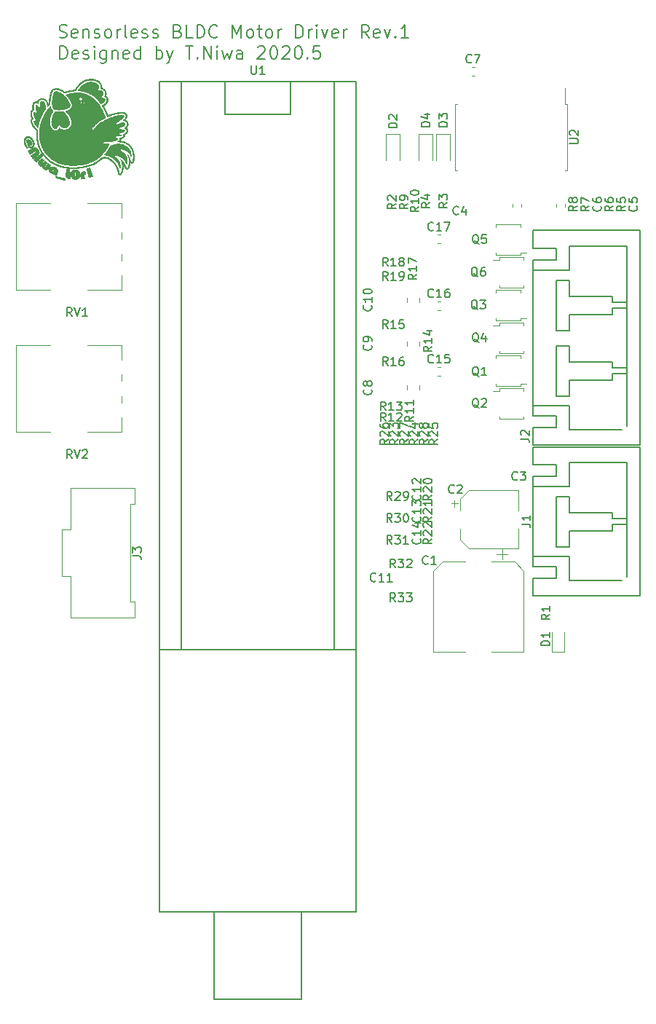
<source format=gto>
G04 #@! TF.GenerationSoftware,KiCad,Pcbnew,(5.0.2)-1*
G04 #@! TF.CreationDate,2020-05-08T19:47:47+09:00*
G04 #@! TF.ProjectId,Sensorless_BLDC_Driver,53656e73-6f72-46c6-9573-735f424c4443,rev?*
G04 #@! TF.SameCoordinates,Original*
G04 #@! TF.FileFunction,Legend,Top*
G04 #@! TF.FilePolarity,Positive*
%FSLAX46Y46*%
G04 Gerber Fmt 4.6, Leading zero omitted, Abs format (unit mm)*
G04 Created by KiCad (PCBNEW (5.0.2)-1) date 2020/05/08 19:47:47*
%MOMM*%
%LPD*%
G01*
G04 APERTURE LIST*
%ADD10C,0.200000*%
%ADD11C,0.120000*%
%ADD12C,0.150000*%
%ADD13C,0.010000*%
G04 APERTURE END LIST*
D10*
X164716714Y-79803142D02*
X164931000Y-79874571D01*
X165288142Y-79874571D01*
X165431000Y-79803142D01*
X165502428Y-79731714D01*
X165573857Y-79588857D01*
X165573857Y-79446000D01*
X165502428Y-79303142D01*
X165431000Y-79231714D01*
X165288142Y-79160285D01*
X165002428Y-79088857D01*
X164859571Y-79017428D01*
X164788142Y-78946000D01*
X164716714Y-78803142D01*
X164716714Y-78660285D01*
X164788142Y-78517428D01*
X164859571Y-78446000D01*
X165002428Y-78374571D01*
X165359571Y-78374571D01*
X165573857Y-78446000D01*
X166788142Y-79803142D02*
X166645285Y-79874571D01*
X166359571Y-79874571D01*
X166216714Y-79803142D01*
X166145285Y-79660285D01*
X166145285Y-79088857D01*
X166216714Y-78946000D01*
X166359571Y-78874571D01*
X166645285Y-78874571D01*
X166788142Y-78946000D01*
X166859571Y-79088857D01*
X166859571Y-79231714D01*
X166145285Y-79374571D01*
X167502428Y-78874571D02*
X167502428Y-79874571D01*
X167502428Y-79017428D02*
X167573857Y-78946000D01*
X167716714Y-78874571D01*
X167931000Y-78874571D01*
X168073857Y-78946000D01*
X168145285Y-79088857D01*
X168145285Y-79874571D01*
X168788142Y-79803142D02*
X168931000Y-79874571D01*
X169216714Y-79874571D01*
X169359571Y-79803142D01*
X169431000Y-79660285D01*
X169431000Y-79588857D01*
X169359571Y-79446000D01*
X169216714Y-79374571D01*
X169002428Y-79374571D01*
X168859571Y-79303142D01*
X168788142Y-79160285D01*
X168788142Y-79088857D01*
X168859571Y-78946000D01*
X169002428Y-78874571D01*
X169216714Y-78874571D01*
X169359571Y-78946000D01*
X170288142Y-79874571D02*
X170145285Y-79803142D01*
X170073857Y-79731714D01*
X170002428Y-79588857D01*
X170002428Y-79160285D01*
X170073857Y-79017428D01*
X170145285Y-78946000D01*
X170288142Y-78874571D01*
X170502428Y-78874571D01*
X170645285Y-78946000D01*
X170716714Y-79017428D01*
X170788142Y-79160285D01*
X170788142Y-79588857D01*
X170716714Y-79731714D01*
X170645285Y-79803142D01*
X170502428Y-79874571D01*
X170288142Y-79874571D01*
X171431000Y-79874571D02*
X171431000Y-78874571D01*
X171431000Y-79160285D02*
X171502428Y-79017428D01*
X171573857Y-78946000D01*
X171716714Y-78874571D01*
X171859571Y-78874571D01*
X172573857Y-79874571D02*
X172431000Y-79803142D01*
X172359571Y-79660285D01*
X172359571Y-78374571D01*
X173716714Y-79803142D02*
X173573857Y-79874571D01*
X173288142Y-79874571D01*
X173145285Y-79803142D01*
X173073857Y-79660285D01*
X173073857Y-79088857D01*
X173145285Y-78946000D01*
X173288142Y-78874571D01*
X173573857Y-78874571D01*
X173716714Y-78946000D01*
X173788142Y-79088857D01*
X173788142Y-79231714D01*
X173073857Y-79374571D01*
X174359571Y-79803142D02*
X174502428Y-79874571D01*
X174788142Y-79874571D01*
X174931000Y-79803142D01*
X175002428Y-79660285D01*
X175002428Y-79588857D01*
X174931000Y-79446000D01*
X174788142Y-79374571D01*
X174573857Y-79374571D01*
X174431000Y-79303142D01*
X174359571Y-79160285D01*
X174359571Y-79088857D01*
X174431000Y-78946000D01*
X174573857Y-78874571D01*
X174788142Y-78874571D01*
X174931000Y-78946000D01*
X175573857Y-79803142D02*
X175716714Y-79874571D01*
X176002428Y-79874571D01*
X176145285Y-79803142D01*
X176216714Y-79660285D01*
X176216714Y-79588857D01*
X176145285Y-79446000D01*
X176002428Y-79374571D01*
X175788142Y-79374571D01*
X175645285Y-79303142D01*
X175573857Y-79160285D01*
X175573857Y-79088857D01*
X175645285Y-78946000D01*
X175788142Y-78874571D01*
X176002428Y-78874571D01*
X176145285Y-78946000D01*
X178502428Y-79088857D02*
X178716714Y-79160285D01*
X178788142Y-79231714D01*
X178859571Y-79374571D01*
X178859571Y-79588857D01*
X178788142Y-79731714D01*
X178716714Y-79803142D01*
X178573857Y-79874571D01*
X178002428Y-79874571D01*
X178002428Y-78374571D01*
X178502428Y-78374571D01*
X178645285Y-78446000D01*
X178716714Y-78517428D01*
X178788142Y-78660285D01*
X178788142Y-78803142D01*
X178716714Y-78946000D01*
X178645285Y-79017428D01*
X178502428Y-79088857D01*
X178002428Y-79088857D01*
X180216714Y-79874571D02*
X179502428Y-79874571D01*
X179502428Y-78374571D01*
X180716714Y-79874571D02*
X180716714Y-78374571D01*
X181073857Y-78374571D01*
X181288142Y-78446000D01*
X181431000Y-78588857D01*
X181502428Y-78731714D01*
X181573857Y-79017428D01*
X181573857Y-79231714D01*
X181502428Y-79517428D01*
X181431000Y-79660285D01*
X181288142Y-79803142D01*
X181073857Y-79874571D01*
X180716714Y-79874571D01*
X183073857Y-79731714D02*
X183002428Y-79803142D01*
X182788142Y-79874571D01*
X182645285Y-79874571D01*
X182431000Y-79803142D01*
X182288142Y-79660285D01*
X182216714Y-79517428D01*
X182145285Y-79231714D01*
X182145285Y-79017428D01*
X182216714Y-78731714D01*
X182288142Y-78588857D01*
X182431000Y-78446000D01*
X182645285Y-78374571D01*
X182788142Y-78374571D01*
X183002428Y-78446000D01*
X183073857Y-78517428D01*
X184859571Y-79874571D02*
X184859571Y-78374571D01*
X185359571Y-79446000D01*
X185859571Y-78374571D01*
X185859571Y-79874571D01*
X186788142Y-79874571D02*
X186645285Y-79803142D01*
X186573857Y-79731714D01*
X186502428Y-79588857D01*
X186502428Y-79160285D01*
X186573857Y-79017428D01*
X186645285Y-78946000D01*
X186788142Y-78874571D01*
X187002428Y-78874571D01*
X187145285Y-78946000D01*
X187216714Y-79017428D01*
X187288142Y-79160285D01*
X187288142Y-79588857D01*
X187216714Y-79731714D01*
X187145285Y-79803142D01*
X187002428Y-79874571D01*
X186788142Y-79874571D01*
X187716714Y-78874571D02*
X188288142Y-78874571D01*
X187931000Y-78374571D02*
X187931000Y-79660285D01*
X188002428Y-79803142D01*
X188145285Y-79874571D01*
X188288142Y-79874571D01*
X189002428Y-79874571D02*
X188859571Y-79803142D01*
X188788142Y-79731714D01*
X188716714Y-79588857D01*
X188716714Y-79160285D01*
X188788142Y-79017428D01*
X188859571Y-78946000D01*
X189002428Y-78874571D01*
X189216714Y-78874571D01*
X189359571Y-78946000D01*
X189431000Y-79017428D01*
X189502428Y-79160285D01*
X189502428Y-79588857D01*
X189431000Y-79731714D01*
X189359571Y-79803142D01*
X189216714Y-79874571D01*
X189002428Y-79874571D01*
X190145285Y-79874571D02*
X190145285Y-78874571D01*
X190145285Y-79160285D02*
X190216714Y-79017428D01*
X190288142Y-78946000D01*
X190431000Y-78874571D01*
X190573857Y-78874571D01*
X192216714Y-79874571D02*
X192216714Y-78374571D01*
X192573857Y-78374571D01*
X192788142Y-78446000D01*
X192931000Y-78588857D01*
X193002428Y-78731714D01*
X193073857Y-79017428D01*
X193073857Y-79231714D01*
X193002428Y-79517428D01*
X192931000Y-79660285D01*
X192788142Y-79803142D01*
X192573857Y-79874571D01*
X192216714Y-79874571D01*
X193716714Y-79874571D02*
X193716714Y-78874571D01*
X193716714Y-79160285D02*
X193788142Y-79017428D01*
X193859571Y-78946000D01*
X194002428Y-78874571D01*
X194145285Y-78874571D01*
X194645285Y-79874571D02*
X194645285Y-78874571D01*
X194645285Y-78374571D02*
X194573857Y-78446000D01*
X194645285Y-78517428D01*
X194716714Y-78446000D01*
X194645285Y-78374571D01*
X194645285Y-78517428D01*
X195216714Y-78874571D02*
X195573857Y-79874571D01*
X195931000Y-78874571D01*
X197073857Y-79803142D02*
X196931000Y-79874571D01*
X196645285Y-79874571D01*
X196502428Y-79803142D01*
X196431000Y-79660285D01*
X196431000Y-79088857D01*
X196502428Y-78946000D01*
X196645285Y-78874571D01*
X196931000Y-78874571D01*
X197073857Y-78946000D01*
X197145285Y-79088857D01*
X197145285Y-79231714D01*
X196431000Y-79374571D01*
X197788142Y-79874571D02*
X197788142Y-78874571D01*
X197788142Y-79160285D02*
X197859571Y-79017428D01*
X197931000Y-78946000D01*
X198073857Y-78874571D01*
X198216714Y-78874571D01*
X200716714Y-79874571D02*
X200216714Y-79160285D01*
X199859571Y-79874571D02*
X199859571Y-78374571D01*
X200431000Y-78374571D01*
X200573857Y-78446000D01*
X200645285Y-78517428D01*
X200716714Y-78660285D01*
X200716714Y-78874571D01*
X200645285Y-79017428D01*
X200573857Y-79088857D01*
X200431000Y-79160285D01*
X199859571Y-79160285D01*
X201931000Y-79803142D02*
X201788142Y-79874571D01*
X201502428Y-79874571D01*
X201359571Y-79803142D01*
X201288142Y-79660285D01*
X201288142Y-79088857D01*
X201359571Y-78946000D01*
X201502428Y-78874571D01*
X201788142Y-78874571D01*
X201931000Y-78946000D01*
X202002428Y-79088857D01*
X202002428Y-79231714D01*
X201288142Y-79374571D01*
X202502428Y-78874571D02*
X202859571Y-79874571D01*
X203216714Y-78874571D01*
X203788142Y-79731714D02*
X203859571Y-79803142D01*
X203788142Y-79874571D01*
X203716714Y-79803142D01*
X203788142Y-79731714D01*
X203788142Y-79874571D01*
X205288142Y-79874571D02*
X204431000Y-79874571D01*
X204859571Y-79874571D02*
X204859571Y-78374571D01*
X204716714Y-78588857D01*
X204573857Y-78731714D01*
X204431000Y-78803142D01*
X164788142Y-82324571D02*
X164788142Y-80824571D01*
X165145285Y-80824571D01*
X165359571Y-80896000D01*
X165502428Y-81038857D01*
X165573857Y-81181714D01*
X165645285Y-81467428D01*
X165645285Y-81681714D01*
X165573857Y-81967428D01*
X165502428Y-82110285D01*
X165359571Y-82253142D01*
X165145285Y-82324571D01*
X164788142Y-82324571D01*
X166859571Y-82253142D02*
X166716714Y-82324571D01*
X166431000Y-82324571D01*
X166288142Y-82253142D01*
X166216714Y-82110285D01*
X166216714Y-81538857D01*
X166288142Y-81396000D01*
X166431000Y-81324571D01*
X166716714Y-81324571D01*
X166859571Y-81396000D01*
X166931000Y-81538857D01*
X166931000Y-81681714D01*
X166216714Y-81824571D01*
X167502428Y-82253142D02*
X167645285Y-82324571D01*
X167931000Y-82324571D01*
X168073857Y-82253142D01*
X168145285Y-82110285D01*
X168145285Y-82038857D01*
X168073857Y-81896000D01*
X167931000Y-81824571D01*
X167716714Y-81824571D01*
X167573857Y-81753142D01*
X167502428Y-81610285D01*
X167502428Y-81538857D01*
X167573857Y-81396000D01*
X167716714Y-81324571D01*
X167931000Y-81324571D01*
X168073857Y-81396000D01*
X168788142Y-82324571D02*
X168788142Y-81324571D01*
X168788142Y-80824571D02*
X168716714Y-80896000D01*
X168788142Y-80967428D01*
X168859571Y-80896000D01*
X168788142Y-80824571D01*
X168788142Y-80967428D01*
X170145285Y-81324571D02*
X170145285Y-82538857D01*
X170073857Y-82681714D01*
X170002428Y-82753142D01*
X169859571Y-82824571D01*
X169645285Y-82824571D01*
X169502428Y-82753142D01*
X170145285Y-82253142D02*
X170002428Y-82324571D01*
X169716714Y-82324571D01*
X169573857Y-82253142D01*
X169502428Y-82181714D01*
X169431000Y-82038857D01*
X169431000Y-81610285D01*
X169502428Y-81467428D01*
X169573857Y-81396000D01*
X169716714Y-81324571D01*
X170002428Y-81324571D01*
X170145285Y-81396000D01*
X170859571Y-81324571D02*
X170859571Y-82324571D01*
X170859571Y-81467428D02*
X170931000Y-81396000D01*
X171073857Y-81324571D01*
X171288142Y-81324571D01*
X171431000Y-81396000D01*
X171502428Y-81538857D01*
X171502428Y-82324571D01*
X172788142Y-82253142D02*
X172645285Y-82324571D01*
X172359571Y-82324571D01*
X172216714Y-82253142D01*
X172145285Y-82110285D01*
X172145285Y-81538857D01*
X172216714Y-81396000D01*
X172359571Y-81324571D01*
X172645285Y-81324571D01*
X172788142Y-81396000D01*
X172859571Y-81538857D01*
X172859571Y-81681714D01*
X172145285Y-81824571D01*
X174145285Y-82324571D02*
X174145285Y-80824571D01*
X174145285Y-82253142D02*
X174002428Y-82324571D01*
X173716714Y-82324571D01*
X173573857Y-82253142D01*
X173502428Y-82181714D01*
X173431000Y-82038857D01*
X173431000Y-81610285D01*
X173502428Y-81467428D01*
X173573857Y-81396000D01*
X173716714Y-81324571D01*
X174002428Y-81324571D01*
X174145285Y-81396000D01*
X176002428Y-82324571D02*
X176002428Y-80824571D01*
X176002428Y-81396000D02*
X176145285Y-81324571D01*
X176431000Y-81324571D01*
X176573857Y-81396000D01*
X176645285Y-81467428D01*
X176716714Y-81610285D01*
X176716714Y-82038857D01*
X176645285Y-82181714D01*
X176573857Y-82253142D01*
X176431000Y-82324571D01*
X176145285Y-82324571D01*
X176002428Y-82253142D01*
X177216714Y-81324571D02*
X177573857Y-82324571D01*
X177931000Y-81324571D02*
X177573857Y-82324571D01*
X177431000Y-82681714D01*
X177359571Y-82753142D01*
X177216714Y-82824571D01*
X179431000Y-80824571D02*
X180288142Y-80824571D01*
X179859571Y-82324571D02*
X179859571Y-80824571D01*
X180788142Y-82181714D02*
X180859571Y-82253142D01*
X180788142Y-82324571D01*
X180716714Y-82253142D01*
X180788142Y-82181714D01*
X180788142Y-82324571D01*
X181502428Y-82324571D02*
X181502428Y-80824571D01*
X182359571Y-82324571D01*
X182359571Y-80824571D01*
X183073857Y-82324571D02*
X183073857Y-81324571D01*
X183073857Y-80824571D02*
X183002428Y-80896000D01*
X183073857Y-80967428D01*
X183145285Y-80896000D01*
X183073857Y-80824571D01*
X183073857Y-80967428D01*
X183645285Y-81324571D02*
X183931000Y-82324571D01*
X184216714Y-81610285D01*
X184502428Y-82324571D01*
X184788142Y-81324571D01*
X186002428Y-82324571D02*
X186002428Y-81538857D01*
X185931000Y-81396000D01*
X185788142Y-81324571D01*
X185502428Y-81324571D01*
X185359571Y-81396000D01*
X186002428Y-82253142D02*
X185859571Y-82324571D01*
X185502428Y-82324571D01*
X185359571Y-82253142D01*
X185288142Y-82110285D01*
X185288142Y-81967428D01*
X185359571Y-81824571D01*
X185502428Y-81753142D01*
X185859571Y-81753142D01*
X186002428Y-81681714D01*
X187788142Y-80967428D02*
X187859571Y-80896000D01*
X188002428Y-80824571D01*
X188359571Y-80824571D01*
X188502428Y-80896000D01*
X188573857Y-80967428D01*
X188645285Y-81110285D01*
X188645285Y-81253142D01*
X188573857Y-81467428D01*
X187716714Y-82324571D01*
X188645285Y-82324571D01*
X189573857Y-80824571D02*
X189716714Y-80824571D01*
X189859571Y-80896000D01*
X189931000Y-80967428D01*
X190002428Y-81110285D01*
X190073857Y-81396000D01*
X190073857Y-81753142D01*
X190002428Y-82038857D01*
X189931000Y-82181714D01*
X189859571Y-82253142D01*
X189716714Y-82324571D01*
X189573857Y-82324571D01*
X189431000Y-82253142D01*
X189359571Y-82181714D01*
X189288142Y-82038857D01*
X189216714Y-81753142D01*
X189216714Y-81396000D01*
X189288142Y-81110285D01*
X189359571Y-80967428D01*
X189431000Y-80896000D01*
X189573857Y-80824571D01*
X190645285Y-80967428D02*
X190716714Y-80896000D01*
X190859571Y-80824571D01*
X191216714Y-80824571D01*
X191359571Y-80896000D01*
X191431000Y-80967428D01*
X191502428Y-81110285D01*
X191502428Y-81253142D01*
X191431000Y-81467428D01*
X190573857Y-82324571D01*
X191502428Y-82324571D01*
X192431000Y-80824571D02*
X192573857Y-80824571D01*
X192716714Y-80896000D01*
X192788142Y-80967428D01*
X192859571Y-81110285D01*
X192931000Y-81396000D01*
X192931000Y-81753142D01*
X192859571Y-82038857D01*
X192788142Y-82181714D01*
X192716714Y-82253142D01*
X192573857Y-82324571D01*
X192431000Y-82324571D01*
X192288142Y-82253142D01*
X192216714Y-82181714D01*
X192145285Y-82038857D01*
X192073857Y-81753142D01*
X192073857Y-81396000D01*
X192145285Y-81110285D01*
X192216714Y-80967428D01*
X192288142Y-80896000D01*
X192431000Y-80824571D01*
X193573857Y-82181714D02*
X193645285Y-82253142D01*
X193573857Y-82324571D01*
X193502428Y-82253142D01*
X193573857Y-82181714D01*
X193573857Y-82324571D01*
X195002428Y-80824571D02*
X194288142Y-80824571D01*
X194216714Y-81538857D01*
X194288142Y-81467428D01*
X194431000Y-81396000D01*
X194788142Y-81396000D01*
X194931000Y-81467428D01*
X195002428Y-81538857D01*
X195073857Y-81681714D01*
X195073857Y-82038857D01*
X195002428Y-82181714D01*
X194931000Y-82253142D01*
X194788142Y-82324571D01*
X194431000Y-82324571D01*
X194288142Y-82253142D01*
X194216714Y-82181714D01*
D11*
G04 #@! TO.C,C2*
X218130000Y-139250000D02*
X218130000Y-136900000D01*
X218130000Y-132430000D02*
X218130000Y-134780000D01*
X212374437Y-132430000D02*
X218130000Y-132430000D01*
X212374437Y-139250000D02*
X218130000Y-139250000D01*
X211310000Y-138185563D02*
X211310000Y-136900000D01*
X211310000Y-133494437D02*
X211310000Y-134780000D01*
X211310000Y-133494437D02*
X212374437Y-132430000D01*
X211310000Y-138185563D02*
X212374437Y-139250000D01*
X210282500Y-133992500D02*
X211070000Y-133992500D01*
X210676250Y-133598750D02*
X210676250Y-134386250D01*
G04 #@! TO.C,C1*
X208190000Y-151260000D02*
X211940000Y-151260000D01*
X218710000Y-151260000D02*
X214960000Y-151260000D01*
X218710000Y-141804437D02*
X218710000Y-151260000D01*
X208190000Y-141804437D02*
X208190000Y-151260000D01*
X209254437Y-140740000D02*
X211940000Y-140740000D01*
X217645563Y-140740000D02*
X214960000Y-140740000D01*
X217645563Y-140740000D02*
X218710000Y-141804437D01*
X209254437Y-140740000D02*
X208190000Y-141804437D01*
X216210000Y-139250000D02*
X216210000Y-140500000D01*
X216835000Y-139875000D02*
X215585000Y-139875000D01*
D12*
G04 #@! TO.C,U1*
X192876000Y-191593000D02*
X192876000Y-181433000D01*
X182716000Y-191593000D02*
X192876000Y-191593000D01*
X182716000Y-181433000D02*
X182716000Y-191593000D01*
X176366000Y-181433000D02*
X176366000Y-150953000D01*
X199226000Y-181433000D02*
X176366000Y-181433000D01*
X199226000Y-150953000D02*
X199226000Y-181433000D01*
X183986000Y-88723000D02*
X183986000Y-84913000D01*
X191606000Y-88723000D02*
X183986000Y-88723000D01*
X191606000Y-84913000D02*
X191606000Y-88723000D01*
X196686000Y-84913000D02*
X196686000Y-150953000D01*
X178906000Y-150953000D02*
X178906000Y-84913000D01*
X176366000Y-84913000D02*
X199226000Y-84913000D01*
X176366000Y-150953000D02*
X176366000Y-84913000D01*
X199226000Y-150953000D02*
X176366000Y-150953000D01*
X199226000Y-84913000D02*
X199226000Y-150953000D01*
D11*
G04 #@! TO.C,U2*
X210750000Y-91390000D02*
X210750000Y-95250000D01*
X210750000Y-95250000D02*
X210985000Y-95250000D01*
X210750000Y-91390000D02*
X210750000Y-87530000D01*
X210750000Y-87530000D02*
X210985000Y-87530000D01*
X223770000Y-91390000D02*
X223770000Y-95250000D01*
X223770000Y-95250000D02*
X223535000Y-95250000D01*
X223770000Y-91390000D02*
X223770000Y-87530000D01*
X223770000Y-87530000D02*
X223535000Y-87530000D01*
X223535000Y-87530000D02*
X223535000Y-85715000D01*
G04 #@! TO.C,C5*
X222465000Y-99506779D02*
X222465000Y-99181221D01*
X223485000Y-99506779D02*
X223485000Y-99181221D01*
G04 #@! TO.C,C6*
X218405000Y-99506779D02*
X218405000Y-99181221D01*
X217385000Y-99506779D02*
X217385000Y-99181221D01*
G04 #@! TO.C,C7*
X212977779Y-84233000D02*
X212652221Y-84233000D01*
X212977779Y-83213000D02*
X212652221Y-83213000D01*
G04 #@! TO.C,D1*
X221986000Y-148963000D02*
X221986000Y-151248000D01*
X221986000Y-151248000D02*
X223456000Y-151248000D01*
X223456000Y-151248000D02*
X223456000Y-148963000D01*
G04 #@! TO.C,D2*
X202713000Y-94069500D02*
X202713000Y-91019500D01*
X202713000Y-91019500D02*
X204313000Y-91019500D01*
X204313000Y-91019500D02*
X204313000Y-94069500D01*
G04 #@! TO.C,D3*
X210155000Y-91019500D02*
X210155000Y-94069500D01*
X208555000Y-91019500D02*
X210155000Y-91019500D01*
X208555000Y-94069500D02*
X208555000Y-91019500D01*
G04 #@! TO.C,D4*
X206523000Y-94069500D02*
X206523000Y-91019500D01*
X206523000Y-91019500D02*
X208123000Y-91019500D01*
X208123000Y-91019500D02*
X208123000Y-94069500D01*
G04 #@! TO.C,Q1*
X218313238Y-117093000D02*
X218313238Y-116798000D01*
X218313238Y-116798000D02*
X215473238Y-116798000D01*
X215473238Y-116798000D02*
X215473238Y-117093000D01*
X215473238Y-120043000D02*
X215473238Y-120338000D01*
X215473238Y-120338000D02*
X218313238Y-120338000D01*
X218313238Y-120338000D02*
X218313238Y-120043000D01*
X219043238Y-120043000D02*
X218313238Y-120043000D01*
G04 #@! TO.C,Q2*
X215143238Y-120903000D02*
X215873238Y-120903000D01*
X215873238Y-120608000D02*
X215873238Y-120903000D01*
X218713238Y-120608000D02*
X215873238Y-120608000D01*
X218713238Y-120903000D02*
X218713238Y-120608000D01*
X218713238Y-124148000D02*
X218713238Y-123853000D01*
X215873238Y-124148000D02*
X218713238Y-124148000D01*
X215873238Y-123853000D02*
X215873238Y-124148000D01*
G04 #@! TO.C,Q3*
X218313238Y-109473000D02*
X218313238Y-109178000D01*
X218313238Y-109178000D02*
X215473238Y-109178000D01*
X215473238Y-109178000D02*
X215473238Y-109473000D01*
X215473238Y-112423000D02*
X215473238Y-112718000D01*
X215473238Y-112718000D02*
X218313238Y-112718000D01*
X218313238Y-112718000D02*
X218313238Y-112423000D01*
X219043238Y-112423000D02*
X218313238Y-112423000D01*
G04 #@! TO.C,Q4*
X215143238Y-113283000D02*
X215873238Y-113283000D01*
X215873238Y-112988000D02*
X215873238Y-113283000D01*
X218713238Y-112988000D02*
X215873238Y-112988000D01*
X218713238Y-113283000D02*
X218713238Y-112988000D01*
X218713238Y-116528000D02*
X218713238Y-116233000D01*
X215873238Y-116528000D02*
X218713238Y-116528000D01*
X215873238Y-116233000D02*
X215873238Y-116528000D01*
G04 #@! TO.C,Q5*
X218313238Y-101853000D02*
X218313238Y-101558000D01*
X218313238Y-101558000D02*
X215473238Y-101558000D01*
X215473238Y-101558000D02*
X215473238Y-101853000D01*
X215473238Y-104803000D02*
X215473238Y-105098000D01*
X215473238Y-105098000D02*
X218313238Y-105098000D01*
X218313238Y-105098000D02*
X218313238Y-104803000D01*
X219043238Y-104803000D02*
X218313238Y-104803000D01*
G04 #@! TO.C,Q6*
X215143238Y-105663000D02*
X215873238Y-105663000D01*
X215873238Y-105368000D02*
X215873238Y-105663000D01*
X218713238Y-105368000D02*
X215873238Y-105368000D01*
X218713238Y-105663000D02*
X218713238Y-105368000D01*
X218713238Y-108908000D02*
X218713238Y-108613000D01*
X215873238Y-108908000D02*
X218713238Y-108908000D01*
X215873238Y-108613000D02*
X215873238Y-108908000D01*
G04 #@! TO.C,R11*
X205120000Y-120214422D02*
X205120000Y-120731578D01*
X206540000Y-120214422D02*
X206540000Y-120731578D01*
G04 #@! TO.C,R14*
X205120000Y-115651578D02*
X205120000Y-115134422D01*
X206540000Y-115651578D02*
X206540000Y-115134422D01*
G04 #@! TO.C,R17*
X205120000Y-110571578D02*
X205120000Y-110054422D01*
X206540000Y-110571578D02*
X206540000Y-110054422D01*
G04 #@! TO.C,C15*
X208684221Y-118129000D02*
X209009779Y-118129000D01*
X208684221Y-119149000D02*
X209009779Y-119149000D01*
G04 #@! TO.C,C16*
X208684221Y-111529000D02*
X209009779Y-111529000D01*
X208684221Y-110509000D02*
X209009779Y-110509000D01*
G04 #@! TO.C,C17*
X208684221Y-102762000D02*
X209009779Y-102762000D01*
X208684221Y-103782000D02*
X209009779Y-103782000D01*
D12*
G04 #@! TO.C,J1*
X232208000Y-127484000D02*
X232208000Y-144704000D01*
X232208000Y-144704000D02*
X219758000Y-144704000D01*
X219758000Y-144704000D02*
X219758000Y-142704000D01*
X219758000Y-129484000D02*
X222508000Y-129484000D01*
X232208000Y-127484000D02*
X219758000Y-127484000D01*
X219758000Y-129484000D02*
X219758000Y-127484000D01*
X219758000Y-142704000D02*
X222508000Y-142704000D01*
X230708000Y-129234000D02*
X230708000Y-142484000D01*
X230708000Y-129234000D02*
X224008000Y-129234000D01*
X224008000Y-142950000D02*
X230104000Y-142950000D01*
X222508000Y-130844000D02*
X219758000Y-130844000D01*
X219758000Y-130844000D02*
X219758000Y-141344000D01*
X222508000Y-141344000D02*
X219758000Y-141344000D01*
X222508000Y-130844000D02*
X222508000Y-129484000D01*
X222508000Y-142704000D02*
X222508000Y-141344000D01*
X224008000Y-129234000D02*
X224008000Y-132028000D01*
X224008000Y-132028000D02*
X219817000Y-132028000D01*
X224008000Y-142950000D02*
X224008000Y-140156000D01*
X224008000Y-140156000D02*
X219817000Y-140156000D01*
X224008000Y-139006000D02*
X224008000Y-137156000D01*
X224008000Y-139006000D02*
X222508000Y-139006000D01*
X222508000Y-139006000D02*
X222508000Y-133206000D01*
X222508000Y-133206000D02*
X224008000Y-133206000D01*
X224008000Y-135056000D02*
X224008000Y-133206000D01*
X224008000Y-137156000D02*
X229008000Y-137156000D01*
X229008000Y-137156000D02*
X229008000Y-136444800D01*
X229008000Y-136444800D02*
X230684400Y-136444800D01*
X224008000Y-135056000D02*
X229008000Y-135056000D01*
X229008000Y-135767200D02*
X229008000Y-135056000D01*
X229008000Y-135767200D02*
X230684400Y-135767200D01*
G04 #@! TO.C,J2*
X224008000Y-112010000D02*
X229008000Y-112010000D01*
X229008000Y-112010000D02*
X229008000Y-111298800D01*
X224008000Y-109910000D02*
X229008000Y-109910000D01*
X224008000Y-113860000D02*
X224008000Y-112010000D01*
X229008000Y-110621200D02*
X229008000Y-109910000D01*
X224008000Y-113860000D02*
X222508000Y-113860000D01*
X229008000Y-110621200D02*
X230684400Y-110621200D01*
X229008000Y-111298800D02*
X230684400Y-111298800D01*
X222508000Y-108060000D02*
X224008000Y-108060000D01*
X222508000Y-113860000D02*
X222508000Y-108060000D01*
X224008000Y-109910000D02*
X224008000Y-108060000D01*
X229008000Y-118241200D02*
X230684400Y-118241200D01*
X229008000Y-118241200D02*
X229008000Y-117530000D01*
X224008000Y-117530000D02*
X229008000Y-117530000D01*
X229008000Y-118918800D02*
X230684400Y-118918800D01*
X229008000Y-119630000D02*
X229008000Y-118918800D01*
X224008000Y-119630000D02*
X229008000Y-119630000D01*
X224008000Y-117530000D02*
X224008000Y-115680000D01*
X222508000Y-115680000D02*
X224008000Y-115680000D01*
X222508000Y-121480000D02*
X222508000Y-115680000D01*
X224008000Y-121480000D02*
X222508000Y-121480000D01*
X224008000Y-121480000D02*
X224008000Y-119630000D01*
X224008000Y-122630000D02*
X219817000Y-122630000D01*
X224008000Y-125424000D02*
X224008000Y-122630000D01*
X224008000Y-106882000D02*
X219817000Y-106882000D01*
X224008000Y-104088000D02*
X224008000Y-106882000D01*
X222508000Y-125178000D02*
X222508000Y-123818000D01*
X222508000Y-105698000D02*
X222508000Y-104338000D01*
X222508000Y-123818000D02*
X219758000Y-123818000D01*
X219758000Y-105698000D02*
X219758000Y-123818000D01*
X222508000Y-105698000D02*
X219758000Y-105698000D01*
X224008000Y-125424000D02*
X230104000Y-125424000D01*
X230708000Y-104088000D02*
X224008000Y-104088000D01*
X230708000Y-104088000D02*
X230708000Y-124958000D01*
X219758000Y-125178000D02*
X222508000Y-125178000D01*
X219758000Y-104338000D02*
X219758000Y-102188000D01*
X232208000Y-102188000D02*
X219758000Y-102188000D01*
X219758000Y-104338000D02*
X222508000Y-104338000D01*
X219758000Y-127178000D02*
X219758000Y-125178000D01*
X232208000Y-127178000D02*
X219758000Y-127178000D01*
X232208000Y-102188000D02*
X232208000Y-127178000D01*
D11*
G04 #@! TO.C,J3*
X173470000Y-132230000D02*
X172970000Y-132230000D01*
X173470000Y-134030000D02*
X173470000Y-132230000D01*
X173470000Y-145430000D02*
X172970000Y-145430000D01*
X166020000Y-147230000D02*
X173470000Y-147230000D01*
X173470000Y-132230000D02*
X173470000Y-134030000D01*
X173470000Y-145430000D02*
X172970000Y-145430000D01*
X173470000Y-147230000D02*
X173470000Y-145430000D01*
X172970000Y-134030000D02*
X173470000Y-134030000D01*
X173470000Y-134030000D02*
X172970000Y-134030000D01*
X173470000Y-147230000D02*
X173470000Y-145430000D01*
X166020000Y-132230000D02*
X172970000Y-132230000D01*
X172970000Y-134030000D02*
X172970000Y-145430000D01*
X164970000Y-139730000D02*
X164970000Y-142430000D01*
X164970000Y-142430000D02*
X166020000Y-142430000D01*
X164970000Y-139730000D02*
X164970000Y-137030000D01*
X164970000Y-137030000D02*
X166020000Y-137030000D01*
X166020000Y-142430000D02*
X166020000Y-147230000D01*
X166020000Y-137030000D02*
X166020000Y-132230000D01*
G04 #@! TO.C,RV1*
X159690000Y-109151000D02*
X159690000Y-99110000D01*
X171930000Y-100760000D02*
X171930000Y-99110000D01*
X171930000Y-103259000D02*
X171930000Y-102500000D01*
X171930000Y-105759000D02*
X171930000Y-105000000D01*
X171930000Y-109151000D02*
X171930000Y-107501000D01*
X163626000Y-99110000D02*
X159690000Y-99110000D01*
X171930000Y-99110000D02*
X167993000Y-99110000D01*
X163626000Y-109151000D02*
X159690000Y-109151000D01*
X171930000Y-109151000D02*
X167993000Y-109151000D01*
G04 #@! TO.C,RV2*
X171930000Y-125661000D02*
X167993000Y-125661000D01*
X163626000Y-125661000D02*
X159690000Y-125661000D01*
X171930000Y-115620000D02*
X167993000Y-115620000D01*
X163626000Y-115620000D02*
X159690000Y-115620000D01*
X171930000Y-125661000D02*
X171930000Y-124011000D01*
X171930000Y-122269000D02*
X171930000Y-121510000D01*
X171930000Y-119769000D02*
X171930000Y-119010000D01*
X171930000Y-117270000D02*
X171930000Y-115620000D01*
X159690000Y-125661000D02*
X159690000Y-115620000D01*
D13*
G04 #@! TO.C,G\002A\002A\002A*
G36*
X168419606Y-84981286D02*
X168462758Y-84983782D01*
X168509130Y-84987514D01*
X168555266Y-84992150D01*
X168597707Y-84997355D01*
X168632994Y-85002796D01*
X168649357Y-85006049D01*
X168685800Y-85014387D01*
X168713728Y-85021075D01*
X168737036Y-85027148D01*
X168759622Y-85033640D01*
X168785383Y-85041585D01*
X168796800Y-85045196D01*
X168881507Y-85076517D01*
X168960088Y-85114409D01*
X169031610Y-85158072D01*
X169095140Y-85206703D01*
X169149747Y-85259501D01*
X169194498Y-85315665D01*
X169228460Y-85374391D01*
X169250702Y-85434880D01*
X169250894Y-85435615D01*
X169258512Y-85481603D01*
X169259872Y-85533186D01*
X169255072Y-85584965D01*
X169247471Y-85620752D01*
X169233987Y-85662426D01*
X169216630Y-85702147D01*
X169193482Y-85743912D01*
X169172410Y-85777104D01*
X169157380Y-85800915D01*
X169148304Y-85819199D01*
X169143492Y-85836568D01*
X169141251Y-85857633D01*
X169140955Y-85862829D01*
X169140402Y-85887002D01*
X169142717Y-85904094D01*
X169149220Y-85919629D01*
X169157965Y-85934091D01*
X169181074Y-85962019D01*
X169209043Y-85980434D01*
X169242968Y-85989591D01*
X169283947Y-85989747D01*
X169333075Y-85981158D01*
X169345683Y-85977961D01*
X169401587Y-85967300D01*
X169453302Y-85966939D01*
X169503725Y-85977250D01*
X169555755Y-85998604D01*
X169571500Y-86006883D01*
X169627714Y-86044580D01*
X169678208Y-86092008D01*
X169720584Y-86146639D01*
X169745190Y-86189975D01*
X169765175Y-86237395D01*
X169776586Y-86281184D01*
X169780430Y-86326049D01*
X169779746Y-86351806D01*
X169770588Y-86404600D01*
X169749702Y-86452971D01*
X169717444Y-86496394D01*
X169674171Y-86534346D01*
X169640557Y-86555693D01*
X169599478Y-86581590D01*
X169569990Y-86607381D01*
X169551084Y-86634543D01*
X169541750Y-86664551D01*
X169540977Y-86698881D01*
X169541162Y-86700920D01*
X169550274Y-86734569D01*
X169569400Y-86766560D01*
X169595903Y-86794134D01*
X169627146Y-86814534D01*
X169659725Y-86824894D01*
X169739766Y-86839423D01*
X169807900Y-86858042D01*
X169864262Y-86880810D01*
X169908988Y-86907784D01*
X169942213Y-86939021D01*
X169949325Y-86948329D01*
X169959541Y-86964212D01*
X169965207Y-86978518D01*
X169967542Y-86996031D01*
X169967773Y-87020792D01*
X169962803Y-87069433D01*
X169953894Y-87100143D01*
X169924535Y-87160237D01*
X169884619Y-87219841D01*
X169836119Y-87277172D01*
X169781008Y-87330448D01*
X169721257Y-87377886D01*
X169658840Y-87417705D01*
X169595729Y-87448121D01*
X169552577Y-87462759D01*
X169529966Y-87468941D01*
X169512766Y-87473549D01*
X169504046Y-87475765D01*
X169503565Y-87475850D01*
X169499360Y-87471148D01*
X169489841Y-87458851D01*
X169477721Y-87442512D01*
X169461966Y-87420708D01*
X169446711Y-87399250D01*
X169438134Y-87386950D01*
X169432715Y-87379102D01*
X169427462Y-87371717D01*
X169421257Y-87363366D01*
X169412981Y-87352616D01*
X169401518Y-87338038D01*
X169385749Y-87318200D01*
X169364557Y-87291672D01*
X169336824Y-87257024D01*
X169328673Y-87246845D01*
X169201278Y-87094891D01*
X169071279Y-86954293D01*
X168937254Y-86823762D01*
X168797778Y-86702010D01*
X168651426Y-86587747D01*
X168496776Y-86479685D01*
X168441200Y-86443584D01*
X168362852Y-86396309D01*
X168275068Y-86348052D01*
X168180885Y-86300229D01*
X168083337Y-86254257D01*
X167985461Y-86211550D01*
X167890292Y-86173526D01*
X167800866Y-86141601D01*
X167777625Y-86134060D01*
X167664516Y-86100026D01*
X167558167Y-86071867D01*
X167454643Y-86048609D01*
X167361700Y-86031244D01*
X167330444Y-86025911D01*
X167299305Y-86020567D01*
X167273523Y-86016112D01*
X167266450Y-86014880D01*
X167234934Y-86010148D01*
X167193742Y-86005114D01*
X167145884Y-86000062D01*
X167094372Y-85995277D01*
X167042215Y-85991040D01*
X166992423Y-85987637D01*
X166956887Y-85985730D01*
X166915371Y-85983348D01*
X166886519Y-85980544D01*
X166870300Y-85977315D01*
X166866400Y-85974472D01*
X166869553Y-85966687D01*
X166878142Y-85950367D01*
X166890864Y-85927740D01*
X166906412Y-85901033D01*
X166923482Y-85872475D01*
X166940768Y-85844292D01*
X166956967Y-85818714D01*
X166963336Y-85808975D01*
X167046618Y-85692437D01*
X167138120Y-85581405D01*
X167236349Y-85477381D01*
X167339812Y-85381866D01*
X167447018Y-85296361D01*
X167529975Y-85239063D01*
X167646483Y-85170783D01*
X167768636Y-85112200D01*
X167894930Y-85063770D01*
X168023860Y-85025948D01*
X168153925Y-84999191D01*
X168283619Y-84983955D01*
X168383135Y-84980361D01*
X168419606Y-84981286D01*
X168419606Y-84981286D01*
G37*
X168419606Y-84981286D02*
X168462758Y-84983782D01*
X168509130Y-84987514D01*
X168555266Y-84992150D01*
X168597707Y-84997355D01*
X168632994Y-85002796D01*
X168649357Y-85006049D01*
X168685800Y-85014387D01*
X168713728Y-85021075D01*
X168737036Y-85027148D01*
X168759622Y-85033640D01*
X168785383Y-85041585D01*
X168796800Y-85045196D01*
X168881507Y-85076517D01*
X168960088Y-85114409D01*
X169031610Y-85158072D01*
X169095140Y-85206703D01*
X169149747Y-85259501D01*
X169194498Y-85315665D01*
X169228460Y-85374391D01*
X169250702Y-85434880D01*
X169250894Y-85435615D01*
X169258512Y-85481603D01*
X169259872Y-85533186D01*
X169255072Y-85584965D01*
X169247471Y-85620752D01*
X169233987Y-85662426D01*
X169216630Y-85702147D01*
X169193482Y-85743912D01*
X169172410Y-85777104D01*
X169157380Y-85800915D01*
X169148304Y-85819199D01*
X169143492Y-85836568D01*
X169141251Y-85857633D01*
X169140955Y-85862829D01*
X169140402Y-85887002D01*
X169142717Y-85904094D01*
X169149220Y-85919629D01*
X169157965Y-85934091D01*
X169181074Y-85962019D01*
X169209043Y-85980434D01*
X169242968Y-85989591D01*
X169283947Y-85989747D01*
X169333075Y-85981158D01*
X169345683Y-85977961D01*
X169401587Y-85967300D01*
X169453302Y-85966939D01*
X169503725Y-85977250D01*
X169555755Y-85998604D01*
X169571500Y-86006883D01*
X169627714Y-86044580D01*
X169678208Y-86092008D01*
X169720584Y-86146639D01*
X169745190Y-86189975D01*
X169765175Y-86237395D01*
X169776586Y-86281184D01*
X169780430Y-86326049D01*
X169779746Y-86351806D01*
X169770588Y-86404600D01*
X169749702Y-86452971D01*
X169717444Y-86496394D01*
X169674171Y-86534346D01*
X169640557Y-86555693D01*
X169599478Y-86581590D01*
X169569990Y-86607381D01*
X169551084Y-86634543D01*
X169541750Y-86664551D01*
X169540977Y-86698881D01*
X169541162Y-86700920D01*
X169550274Y-86734569D01*
X169569400Y-86766560D01*
X169595903Y-86794134D01*
X169627146Y-86814534D01*
X169659725Y-86824894D01*
X169739766Y-86839423D01*
X169807900Y-86858042D01*
X169864262Y-86880810D01*
X169908988Y-86907784D01*
X169942213Y-86939021D01*
X169949325Y-86948329D01*
X169959541Y-86964212D01*
X169965207Y-86978518D01*
X169967542Y-86996031D01*
X169967773Y-87020792D01*
X169962803Y-87069433D01*
X169953894Y-87100143D01*
X169924535Y-87160237D01*
X169884619Y-87219841D01*
X169836119Y-87277172D01*
X169781008Y-87330448D01*
X169721257Y-87377886D01*
X169658840Y-87417705D01*
X169595729Y-87448121D01*
X169552577Y-87462759D01*
X169529966Y-87468941D01*
X169512766Y-87473549D01*
X169504046Y-87475765D01*
X169503565Y-87475850D01*
X169499360Y-87471148D01*
X169489841Y-87458851D01*
X169477721Y-87442512D01*
X169461966Y-87420708D01*
X169446711Y-87399250D01*
X169438134Y-87386950D01*
X169432715Y-87379102D01*
X169427462Y-87371717D01*
X169421257Y-87363366D01*
X169412981Y-87352616D01*
X169401518Y-87338038D01*
X169385749Y-87318200D01*
X169364557Y-87291672D01*
X169336824Y-87257024D01*
X169328673Y-87246845D01*
X169201278Y-87094891D01*
X169071279Y-86954293D01*
X168937254Y-86823762D01*
X168797778Y-86702010D01*
X168651426Y-86587747D01*
X168496776Y-86479685D01*
X168441200Y-86443584D01*
X168362852Y-86396309D01*
X168275068Y-86348052D01*
X168180885Y-86300229D01*
X168083337Y-86254257D01*
X167985461Y-86211550D01*
X167890292Y-86173526D01*
X167800866Y-86141601D01*
X167777625Y-86134060D01*
X167664516Y-86100026D01*
X167558167Y-86071867D01*
X167454643Y-86048609D01*
X167361700Y-86031244D01*
X167330444Y-86025911D01*
X167299305Y-86020567D01*
X167273523Y-86016112D01*
X167266450Y-86014880D01*
X167234934Y-86010148D01*
X167193742Y-86005114D01*
X167145884Y-86000062D01*
X167094372Y-85995277D01*
X167042215Y-85991040D01*
X166992423Y-85987637D01*
X166956887Y-85985730D01*
X166915371Y-85983348D01*
X166886519Y-85980544D01*
X166870300Y-85977315D01*
X166866400Y-85974472D01*
X166869553Y-85966687D01*
X166878142Y-85950367D01*
X166890864Y-85927740D01*
X166906412Y-85901033D01*
X166923482Y-85872475D01*
X166940768Y-85844292D01*
X166956967Y-85818714D01*
X166963336Y-85808975D01*
X167046618Y-85692437D01*
X167138120Y-85581405D01*
X167236349Y-85477381D01*
X167339812Y-85381866D01*
X167447018Y-85296361D01*
X167529975Y-85239063D01*
X167646483Y-85170783D01*
X167768636Y-85112200D01*
X167894930Y-85063770D01*
X168023860Y-85025948D01*
X168153925Y-84999191D01*
X168283619Y-84983955D01*
X168383135Y-84980361D01*
X168419606Y-84981286D01*
G36*
X164426186Y-86084884D02*
X164512725Y-86102382D01*
X164602044Y-86131627D01*
X164694295Y-86172691D01*
X164789633Y-86225649D01*
X164888211Y-86290575D01*
X164990182Y-86367543D01*
X165059825Y-86425325D01*
X165173053Y-86528257D01*
X165284196Y-86640486D01*
X165391808Y-86760166D01*
X165494442Y-86885447D01*
X165590652Y-87014481D01*
X165678990Y-87145420D01*
X165758011Y-87276416D01*
X165824899Y-87402825D01*
X165857723Y-87472437D01*
X165883437Y-87533110D01*
X165902507Y-87586097D01*
X165915401Y-87632652D01*
X165920742Y-87660391D01*
X165924008Y-87684435D01*
X165924203Y-87701603D01*
X165920584Y-87717506D01*
X165912405Y-87737754D01*
X165909666Y-87743917D01*
X165894483Y-87771765D01*
X165872659Y-87804049D01*
X165847142Y-87836877D01*
X165820877Y-87866357D01*
X165806035Y-87880774D01*
X165778358Y-87903149D01*
X165741895Y-87928852D01*
X165699523Y-87956178D01*
X165654119Y-87983424D01*
X165608557Y-88008885D01*
X165565714Y-88030856D01*
X165528465Y-88047633D01*
X165517025Y-88052057D01*
X165450190Y-88076000D01*
X165392222Y-88095765D01*
X165340312Y-88112177D01*
X165291655Y-88126060D01*
X165243443Y-88138239D01*
X165192870Y-88149541D01*
X165167775Y-88154725D01*
X165111969Y-88164971D01*
X165047670Y-88175047D01*
X164979077Y-88184389D01*
X164910391Y-88192431D01*
X164845812Y-88198609D01*
X164834718Y-88199497D01*
X164801678Y-88201480D01*
X164760974Y-88203044D01*
X164715379Y-88204168D01*
X164667669Y-88204832D01*
X164620621Y-88205016D01*
X164577008Y-88204700D01*
X164539607Y-88203863D01*
X164511193Y-88202485D01*
X164504200Y-88201902D01*
X164419928Y-88193216D01*
X164347297Y-88184645D01*
X164285250Y-88175998D01*
X164232732Y-88167084D01*
X164188686Y-88157712D01*
X164152055Y-88147690D01*
X164121786Y-88136827D01*
X164106048Y-88129732D01*
X164064443Y-88102618D01*
X164025407Y-88063881D01*
X163989605Y-88014453D01*
X163957699Y-87955268D01*
X163930356Y-87887258D01*
X163927587Y-87879075D01*
X163918366Y-87850792D01*
X163911067Y-87826746D01*
X163904584Y-87802838D01*
X163897810Y-87774971D01*
X163889640Y-87739045D01*
X163889004Y-87736200D01*
X163878650Y-87680466D01*
X163870657Y-87616183D01*
X163864958Y-87542415D01*
X163861484Y-87458228D01*
X163860169Y-87362686D01*
X163860172Y-87336150D01*
X163861362Y-87238535D01*
X163864589Y-87147991D01*
X163870158Y-87060915D01*
X163878372Y-86973706D01*
X163889533Y-86882762D01*
X163903946Y-86784482D01*
X163909637Y-86748775D01*
X163922522Y-86676566D01*
X163937836Y-86602941D01*
X163955102Y-86529496D01*
X163973840Y-86457824D01*
X163993572Y-86389523D01*
X164013818Y-86326186D01*
X164034100Y-86269409D01*
X164053939Y-86220788D01*
X164072856Y-86181918D01*
X164086508Y-86159614D01*
X164107291Y-86139289D01*
X164138574Y-86120841D01*
X164178217Y-86104946D01*
X164224078Y-86092278D01*
X164274014Y-86083512D01*
X164325885Y-86079322D01*
X164342275Y-86079057D01*
X164426186Y-86084884D01*
X164426186Y-86084884D01*
G37*
X164426186Y-86084884D02*
X164512725Y-86102382D01*
X164602044Y-86131627D01*
X164694295Y-86172691D01*
X164789633Y-86225649D01*
X164888211Y-86290575D01*
X164990182Y-86367543D01*
X165059825Y-86425325D01*
X165173053Y-86528257D01*
X165284196Y-86640486D01*
X165391808Y-86760166D01*
X165494442Y-86885447D01*
X165590652Y-87014481D01*
X165678990Y-87145420D01*
X165758011Y-87276416D01*
X165824899Y-87402825D01*
X165857723Y-87472437D01*
X165883437Y-87533110D01*
X165902507Y-87586097D01*
X165915401Y-87632652D01*
X165920742Y-87660391D01*
X165924008Y-87684435D01*
X165924203Y-87701603D01*
X165920584Y-87717506D01*
X165912405Y-87737754D01*
X165909666Y-87743917D01*
X165894483Y-87771765D01*
X165872659Y-87804049D01*
X165847142Y-87836877D01*
X165820877Y-87866357D01*
X165806035Y-87880774D01*
X165778358Y-87903149D01*
X165741895Y-87928852D01*
X165699523Y-87956178D01*
X165654119Y-87983424D01*
X165608557Y-88008885D01*
X165565714Y-88030856D01*
X165528465Y-88047633D01*
X165517025Y-88052057D01*
X165450190Y-88076000D01*
X165392222Y-88095765D01*
X165340312Y-88112177D01*
X165291655Y-88126060D01*
X165243443Y-88138239D01*
X165192870Y-88149541D01*
X165167775Y-88154725D01*
X165111969Y-88164971D01*
X165047670Y-88175047D01*
X164979077Y-88184389D01*
X164910391Y-88192431D01*
X164845812Y-88198609D01*
X164834718Y-88199497D01*
X164801678Y-88201480D01*
X164760974Y-88203044D01*
X164715379Y-88204168D01*
X164667669Y-88204832D01*
X164620621Y-88205016D01*
X164577008Y-88204700D01*
X164539607Y-88203863D01*
X164511193Y-88202485D01*
X164504200Y-88201902D01*
X164419928Y-88193216D01*
X164347297Y-88184645D01*
X164285250Y-88175998D01*
X164232732Y-88167084D01*
X164188686Y-88157712D01*
X164152055Y-88147690D01*
X164121786Y-88136827D01*
X164106048Y-88129732D01*
X164064443Y-88102618D01*
X164025407Y-88063881D01*
X163989605Y-88014453D01*
X163957699Y-87955268D01*
X163930356Y-87887258D01*
X163927587Y-87879075D01*
X163918366Y-87850792D01*
X163911067Y-87826746D01*
X163904584Y-87802838D01*
X163897810Y-87774971D01*
X163889640Y-87739045D01*
X163889004Y-87736200D01*
X163878650Y-87680466D01*
X163870657Y-87616183D01*
X163864958Y-87542415D01*
X163861484Y-87458228D01*
X163860169Y-87362686D01*
X163860172Y-87336150D01*
X163861362Y-87238535D01*
X163864589Y-87147991D01*
X163870158Y-87060915D01*
X163878372Y-86973706D01*
X163889533Y-86882762D01*
X163903946Y-86784482D01*
X163909637Y-86748775D01*
X163922522Y-86676566D01*
X163937836Y-86602941D01*
X163955102Y-86529496D01*
X163973840Y-86457824D01*
X163993572Y-86389523D01*
X164013818Y-86326186D01*
X164034100Y-86269409D01*
X164053939Y-86220788D01*
X164072856Y-86181918D01*
X164086508Y-86159614D01*
X164107291Y-86139289D01*
X164138574Y-86120841D01*
X164178217Y-86104946D01*
X164224078Y-86092278D01*
X164274014Y-86083512D01*
X164325885Y-86079322D01*
X164342275Y-86079057D01*
X164426186Y-86084884D01*
G36*
X162708790Y-87225312D02*
X162757063Y-87238005D01*
X162805630Y-87260616D01*
X162852406Y-87292159D01*
X162895305Y-87331650D01*
X162898034Y-87334604D01*
X162945692Y-87395543D01*
X162985041Y-87465103D01*
X163016193Y-87543594D01*
X163039260Y-87631327D01*
X163054354Y-87728613D01*
X163058927Y-87780650D01*
X163060178Y-87830031D01*
X163058223Y-87888263D01*
X163053404Y-87952000D01*
X163046064Y-88017897D01*
X163036544Y-88082609D01*
X163025186Y-88142792D01*
X163019244Y-88168838D01*
X163016973Y-88178181D01*
X163014715Y-88185911D01*
X163011432Y-88193860D01*
X163006088Y-88203859D01*
X162997647Y-88217741D01*
X162985073Y-88237337D01*
X162967329Y-88264481D01*
X162951477Y-88288650D01*
X162930295Y-88321214D01*
X162909017Y-88354378D01*
X162889859Y-88384659D01*
X162875038Y-88408574D01*
X162872676Y-88412475D01*
X162855563Y-88440752D01*
X162836781Y-88471552D01*
X162820981Y-88497257D01*
X162793752Y-88542755D01*
X162762916Y-88596768D01*
X162730129Y-88656253D01*
X162697044Y-88718164D01*
X162665318Y-88779459D01*
X162639635Y-88830879D01*
X162625725Y-88859166D01*
X162613326Y-88884129D01*
X162603783Y-88903074D01*
X162598443Y-88913310D01*
X162598424Y-88913342D01*
X162592838Y-88924594D01*
X162583174Y-88945403D01*
X162570364Y-88973656D01*
X162555339Y-89007239D01*
X162539030Y-89044040D01*
X162522369Y-89081945D01*
X162506287Y-89118841D01*
X162491716Y-89152614D01*
X162479586Y-89181151D01*
X162470828Y-89202339D01*
X162468685Y-89207750D01*
X162458154Y-89234864D01*
X162445472Y-89267509D01*
X162433089Y-89299379D01*
X162431040Y-89304650D01*
X162412406Y-89354220D01*
X162392014Y-89411270D01*
X162370784Y-89472991D01*
X162349635Y-89536579D01*
X162329487Y-89599227D01*
X162311261Y-89658128D01*
X162295876Y-89710476D01*
X162285351Y-89749150D01*
X162268081Y-89816645D01*
X162253665Y-89873854D01*
X162241637Y-89922749D01*
X162231534Y-89965304D01*
X162222892Y-90003489D01*
X162215245Y-90039279D01*
X162208130Y-90074645D01*
X162205375Y-90088875D01*
X162195945Y-90137692D01*
X162188477Y-90175365D01*
X162182651Y-90203242D01*
X162178148Y-90222673D01*
X162174650Y-90235005D01*
X162171837Y-90241588D01*
X162169390Y-90243770D01*
X162168742Y-90243779D01*
X162161723Y-90239167D01*
X162150360Y-90228711D01*
X162148350Y-90226660D01*
X162099437Y-90174277D01*
X162049752Y-90117944D01*
X162001294Y-90060115D01*
X161956063Y-90003244D01*
X161916061Y-89949786D01*
X161883285Y-89902195D01*
X161880817Y-89898375D01*
X161867435Y-89877511D01*
X161852022Y-89853446D01*
X161845050Y-89842550D01*
X161828834Y-89815032D01*
X161810212Y-89780040D01*
X161790969Y-89741283D01*
X161772891Y-89702467D01*
X161757763Y-89667299D01*
X161747632Y-89640285D01*
X161739673Y-89610715D01*
X161733403Y-89577866D01*
X161731053Y-89558464D01*
X161730040Y-89532398D01*
X161733491Y-89515530D01*
X161743588Y-89505279D01*
X161762516Y-89499064D01*
X161784383Y-89495418D01*
X161832111Y-89486995D01*
X161869210Y-89476301D01*
X161897686Y-89462345D01*
X161919547Y-89444139D01*
X161936798Y-89420692D01*
X161937162Y-89420073D01*
X161949133Y-89394821D01*
X161953888Y-89369275D01*
X161954243Y-89355538D01*
X161953713Y-89338978D01*
X161951594Y-89325011D01*
X161946745Y-89310782D01*
X161938024Y-89293432D01*
X161924287Y-89270103D01*
X161912309Y-89250675D01*
X161852795Y-89146319D01*
X161801570Y-89038878D01*
X161759598Y-88930695D01*
X161727839Y-88824112D01*
X161716432Y-88773842D01*
X161709083Y-88727484D01*
X161704881Y-88678596D01*
X161703765Y-88629936D01*
X161705675Y-88584262D01*
X161710551Y-88544333D01*
X161718334Y-88512908D01*
X161722311Y-88503204D01*
X161732716Y-88485382D01*
X161743356Y-88472841D01*
X161748419Y-88469587D01*
X161766294Y-88469999D01*
X161790996Y-88479840D01*
X161821464Y-88498585D01*
X161849302Y-88519657D01*
X161870733Y-88536510D01*
X161890331Y-88550988D01*
X161904602Y-88560535D01*
X161907022Y-88561900D01*
X161927396Y-88567855D01*
X161954380Y-88569870D01*
X161982543Y-88568049D01*
X162006457Y-88562497D01*
X162012469Y-88559874D01*
X162040971Y-88539019D01*
X162063407Y-88510765D01*
X162078053Y-88478363D01*
X162083180Y-88445059D01*
X162081733Y-88429605D01*
X162077171Y-88415462D01*
X162067805Y-88393247D01*
X162054993Y-88365988D01*
X162040095Y-88336718D01*
X162039892Y-88336335D01*
X161991878Y-88232614D01*
X161956106Y-88125717D01*
X161932502Y-88015357D01*
X161920998Y-87901246D01*
X161919750Y-87847881D01*
X161921551Y-87793983D01*
X161926700Y-87745062D01*
X161934813Y-87702488D01*
X161945509Y-87667632D01*
X161958404Y-87641863D01*
X161973115Y-87626553D01*
X161982559Y-87622970D01*
X162000942Y-87626015D01*
X162024785Y-87638863D01*
X162052983Y-87660444D01*
X162084430Y-87689690D01*
X162118021Y-87725532D01*
X162152651Y-87766902D01*
X162187214Y-87812729D01*
X162204543Y-87837598D01*
X162231595Y-87876193D01*
X162254242Y-87905010D01*
X162274104Y-87925452D01*
X162292797Y-87938921D01*
X162311937Y-87946822D01*
X162333144Y-87950557D01*
X162334900Y-87950712D01*
X162359351Y-87950960D01*
X162382618Y-87948371D01*
X162391603Y-87946153D01*
X162414251Y-87933828D01*
X162436882Y-87913655D01*
X162455972Y-87889569D01*
X162467996Y-87865504D01*
X162469674Y-87859007D01*
X162471023Y-87837346D01*
X162469199Y-87804674D01*
X162464326Y-87762245D01*
X162456532Y-87711313D01*
X162452576Y-87688575D01*
X162450171Y-87667234D01*
X162448598Y-87636464D01*
X162447954Y-87599513D01*
X162448334Y-87559629D01*
X162448528Y-87552050D01*
X162449955Y-87511427D01*
X162451879Y-87480344D01*
X162454710Y-87455640D01*
X162458861Y-87434157D01*
X162464741Y-87412733D01*
X162467979Y-87402521D01*
X162491646Y-87345141D01*
X162521646Y-87298649D01*
X162557898Y-87263117D01*
X162600326Y-87238616D01*
X162648851Y-87225219D01*
X162662899Y-87223522D01*
X162708790Y-87225312D01*
X162708790Y-87225312D01*
G37*
X162708790Y-87225312D02*
X162757063Y-87238005D01*
X162805630Y-87260616D01*
X162852406Y-87292159D01*
X162895305Y-87331650D01*
X162898034Y-87334604D01*
X162945692Y-87395543D01*
X162985041Y-87465103D01*
X163016193Y-87543594D01*
X163039260Y-87631327D01*
X163054354Y-87728613D01*
X163058927Y-87780650D01*
X163060178Y-87830031D01*
X163058223Y-87888263D01*
X163053404Y-87952000D01*
X163046064Y-88017897D01*
X163036544Y-88082609D01*
X163025186Y-88142792D01*
X163019244Y-88168838D01*
X163016973Y-88178181D01*
X163014715Y-88185911D01*
X163011432Y-88193860D01*
X163006088Y-88203859D01*
X162997647Y-88217741D01*
X162985073Y-88237337D01*
X162967329Y-88264481D01*
X162951477Y-88288650D01*
X162930295Y-88321214D01*
X162909017Y-88354378D01*
X162889859Y-88384659D01*
X162875038Y-88408574D01*
X162872676Y-88412475D01*
X162855563Y-88440752D01*
X162836781Y-88471552D01*
X162820981Y-88497257D01*
X162793752Y-88542755D01*
X162762916Y-88596768D01*
X162730129Y-88656253D01*
X162697044Y-88718164D01*
X162665318Y-88779459D01*
X162639635Y-88830879D01*
X162625725Y-88859166D01*
X162613326Y-88884129D01*
X162603783Y-88903074D01*
X162598443Y-88913310D01*
X162598424Y-88913342D01*
X162592838Y-88924594D01*
X162583174Y-88945403D01*
X162570364Y-88973656D01*
X162555339Y-89007239D01*
X162539030Y-89044040D01*
X162522369Y-89081945D01*
X162506287Y-89118841D01*
X162491716Y-89152614D01*
X162479586Y-89181151D01*
X162470828Y-89202339D01*
X162468685Y-89207750D01*
X162458154Y-89234864D01*
X162445472Y-89267509D01*
X162433089Y-89299379D01*
X162431040Y-89304650D01*
X162412406Y-89354220D01*
X162392014Y-89411270D01*
X162370784Y-89472991D01*
X162349635Y-89536579D01*
X162329487Y-89599227D01*
X162311261Y-89658128D01*
X162295876Y-89710476D01*
X162285351Y-89749150D01*
X162268081Y-89816645D01*
X162253665Y-89873854D01*
X162241637Y-89922749D01*
X162231534Y-89965304D01*
X162222892Y-90003489D01*
X162215245Y-90039279D01*
X162208130Y-90074645D01*
X162205375Y-90088875D01*
X162195945Y-90137692D01*
X162188477Y-90175365D01*
X162182651Y-90203242D01*
X162178148Y-90222673D01*
X162174650Y-90235005D01*
X162171837Y-90241588D01*
X162169390Y-90243770D01*
X162168742Y-90243779D01*
X162161723Y-90239167D01*
X162150360Y-90228711D01*
X162148350Y-90226660D01*
X162099437Y-90174277D01*
X162049752Y-90117944D01*
X162001294Y-90060115D01*
X161956063Y-90003244D01*
X161916061Y-89949786D01*
X161883285Y-89902195D01*
X161880817Y-89898375D01*
X161867435Y-89877511D01*
X161852022Y-89853446D01*
X161845050Y-89842550D01*
X161828834Y-89815032D01*
X161810212Y-89780040D01*
X161790969Y-89741283D01*
X161772891Y-89702467D01*
X161757763Y-89667299D01*
X161747632Y-89640285D01*
X161739673Y-89610715D01*
X161733403Y-89577866D01*
X161731053Y-89558464D01*
X161730040Y-89532398D01*
X161733491Y-89515530D01*
X161743588Y-89505279D01*
X161762516Y-89499064D01*
X161784383Y-89495418D01*
X161832111Y-89486995D01*
X161869210Y-89476301D01*
X161897686Y-89462345D01*
X161919547Y-89444139D01*
X161936798Y-89420692D01*
X161937162Y-89420073D01*
X161949133Y-89394821D01*
X161953888Y-89369275D01*
X161954243Y-89355538D01*
X161953713Y-89338978D01*
X161951594Y-89325011D01*
X161946745Y-89310782D01*
X161938024Y-89293432D01*
X161924287Y-89270103D01*
X161912309Y-89250675D01*
X161852795Y-89146319D01*
X161801570Y-89038878D01*
X161759598Y-88930695D01*
X161727839Y-88824112D01*
X161716432Y-88773842D01*
X161709083Y-88727484D01*
X161704881Y-88678596D01*
X161703765Y-88629936D01*
X161705675Y-88584262D01*
X161710551Y-88544333D01*
X161718334Y-88512908D01*
X161722311Y-88503204D01*
X161732716Y-88485382D01*
X161743356Y-88472841D01*
X161748419Y-88469587D01*
X161766294Y-88469999D01*
X161790996Y-88479840D01*
X161821464Y-88498585D01*
X161849302Y-88519657D01*
X161870733Y-88536510D01*
X161890331Y-88550988D01*
X161904602Y-88560535D01*
X161907022Y-88561900D01*
X161927396Y-88567855D01*
X161954380Y-88569870D01*
X161982543Y-88568049D01*
X162006457Y-88562497D01*
X162012469Y-88559874D01*
X162040971Y-88539019D01*
X162063407Y-88510765D01*
X162078053Y-88478363D01*
X162083180Y-88445059D01*
X162081733Y-88429605D01*
X162077171Y-88415462D01*
X162067805Y-88393247D01*
X162054993Y-88365988D01*
X162040095Y-88336718D01*
X162039892Y-88336335D01*
X161991878Y-88232614D01*
X161956106Y-88125717D01*
X161932502Y-88015357D01*
X161920998Y-87901246D01*
X161919750Y-87847881D01*
X161921551Y-87793983D01*
X161926700Y-87745062D01*
X161934813Y-87702488D01*
X161945509Y-87667632D01*
X161958404Y-87641863D01*
X161973115Y-87626553D01*
X161982559Y-87622970D01*
X162000942Y-87626015D01*
X162024785Y-87638863D01*
X162052983Y-87660444D01*
X162084430Y-87689690D01*
X162118021Y-87725532D01*
X162152651Y-87766902D01*
X162187214Y-87812729D01*
X162204543Y-87837598D01*
X162231595Y-87876193D01*
X162254242Y-87905010D01*
X162274104Y-87925452D01*
X162292797Y-87938921D01*
X162311937Y-87946822D01*
X162333144Y-87950557D01*
X162334900Y-87950712D01*
X162359351Y-87950960D01*
X162382618Y-87948371D01*
X162391603Y-87946153D01*
X162414251Y-87933828D01*
X162436882Y-87913655D01*
X162455972Y-87889569D01*
X162467996Y-87865504D01*
X162469674Y-87859007D01*
X162471023Y-87837346D01*
X162469199Y-87804674D01*
X162464326Y-87762245D01*
X162456532Y-87711313D01*
X162452576Y-87688575D01*
X162450171Y-87667234D01*
X162448598Y-87636464D01*
X162447954Y-87599513D01*
X162448334Y-87559629D01*
X162448528Y-87552050D01*
X162449955Y-87511427D01*
X162451879Y-87480344D01*
X162454710Y-87455640D01*
X162458861Y-87434157D01*
X162464741Y-87412733D01*
X162467979Y-87402521D01*
X162491646Y-87345141D01*
X162521646Y-87298649D01*
X162557898Y-87263117D01*
X162600326Y-87238616D01*
X162648851Y-87225219D01*
X162662899Y-87223522D01*
X162708790Y-87225312D01*
G36*
X165159137Y-88418543D02*
X165166064Y-88421272D01*
X165171669Y-88425566D01*
X165177564Y-88431436D01*
X165181789Y-88435602D01*
X165194355Y-88448446D01*
X165212814Y-88468420D01*
X165234848Y-88492968D01*
X165258138Y-88519533D01*
X165262173Y-88524203D01*
X165374693Y-88659551D01*
X165475345Y-88790839D01*
X165564231Y-88918249D01*
X165641453Y-89041963D01*
X165707115Y-89162166D01*
X165761316Y-89279040D01*
X165804161Y-89392766D01*
X165835751Y-89503530D01*
X165850933Y-89577700D01*
X165855770Y-89617758D01*
X165858324Y-89665125D01*
X165858644Y-89715708D01*
X165856779Y-89765417D01*
X165852780Y-89810159D01*
X165847741Y-89841225D01*
X165824685Y-89919781D01*
X165790823Y-89991988D01*
X165746627Y-90057333D01*
X165692572Y-90115301D01*
X165629132Y-90165378D01*
X165556780Y-90207051D01*
X165482428Y-90237636D01*
X165405125Y-90258228D01*
X165322494Y-90269614D01*
X165238114Y-90271640D01*
X165155567Y-90264149D01*
X165104275Y-90254027D01*
X165077775Y-90246108D01*
X165045604Y-90234424D01*
X165013359Y-90221064D01*
X165002675Y-90216180D01*
X164941119Y-90183019D01*
X164889860Y-90145736D01*
X164846651Y-90102197D01*
X164809245Y-90050267D01*
X164787285Y-90011588D01*
X164765287Y-89975721D01*
X164741730Y-89950986D01*
X164714542Y-89935827D01*
X164681647Y-89928687D01*
X164676225Y-89928221D01*
X164648793Y-89928035D01*
X164627167Y-89932854D01*
X164614826Y-89938347D01*
X164594055Y-89950635D01*
X164577217Y-89965152D01*
X164562774Y-89984137D01*
X164549191Y-90009826D01*
X164534932Y-90044457D01*
X164526774Y-90066650D01*
X164494559Y-90144894D01*
X164457934Y-90212353D01*
X164417161Y-90268679D01*
X164372503Y-90313523D01*
X164324221Y-90346535D01*
X164312079Y-90352680D01*
X164265203Y-90367955D01*
X164214936Y-90371510D01*
X164162900Y-90363293D01*
X164145738Y-90358030D01*
X164091536Y-90332998D01*
X164039145Y-90296229D01*
X163989379Y-90248647D01*
X163943050Y-90191179D01*
X163900971Y-90124747D01*
X163863955Y-90050276D01*
X163853769Y-90026036D01*
X163821951Y-89931630D01*
X163799207Y-89829557D01*
X163785569Y-89721065D01*
X163781067Y-89607402D01*
X163785733Y-89489816D01*
X163799596Y-89369555D01*
X163822687Y-89247868D01*
X163833496Y-89203050D01*
X163850243Y-89140075D01*
X163866709Y-89084461D01*
X163884581Y-89031020D01*
X163905541Y-88974567D01*
X163918061Y-88942700D01*
X163931582Y-88910364D01*
X163949146Y-88870692D01*
X163969356Y-88826629D01*
X163990815Y-88781116D01*
X164012128Y-88737098D01*
X164031899Y-88697518D01*
X164048729Y-88665321D01*
X164055115Y-88653775D01*
X164101867Y-88573297D01*
X164145847Y-88501544D01*
X164163017Y-88474690D01*
X164179393Y-88449130D01*
X164191238Y-88432344D01*
X164201673Y-88422972D01*
X164213819Y-88419653D01*
X164230796Y-88421025D01*
X164255725Y-88425728D01*
X164269250Y-88428356D01*
X164321715Y-88436409D01*
X164384556Y-88442877D01*
X164455544Y-88447742D01*
X164532451Y-88450985D01*
X164613047Y-88452587D01*
X164695106Y-88452529D01*
X164776400Y-88450793D01*
X164854699Y-88447359D01*
X164927776Y-88442208D01*
X164993402Y-88435323D01*
X164999500Y-88434534D01*
X165048226Y-88428064D01*
X165085954Y-88423103D01*
X165114296Y-88419661D01*
X165134866Y-88417747D01*
X165149275Y-88417372D01*
X165159137Y-88418543D01*
X165159137Y-88418543D01*
G37*
X165159137Y-88418543D02*
X165166064Y-88421272D01*
X165171669Y-88425566D01*
X165177564Y-88431436D01*
X165181789Y-88435602D01*
X165194355Y-88448446D01*
X165212814Y-88468420D01*
X165234848Y-88492968D01*
X165258138Y-88519533D01*
X165262173Y-88524203D01*
X165374693Y-88659551D01*
X165475345Y-88790839D01*
X165564231Y-88918249D01*
X165641453Y-89041963D01*
X165707115Y-89162166D01*
X165761316Y-89279040D01*
X165804161Y-89392766D01*
X165835751Y-89503530D01*
X165850933Y-89577700D01*
X165855770Y-89617758D01*
X165858324Y-89665125D01*
X165858644Y-89715708D01*
X165856779Y-89765417D01*
X165852780Y-89810159D01*
X165847741Y-89841225D01*
X165824685Y-89919781D01*
X165790823Y-89991988D01*
X165746627Y-90057333D01*
X165692572Y-90115301D01*
X165629132Y-90165378D01*
X165556780Y-90207051D01*
X165482428Y-90237636D01*
X165405125Y-90258228D01*
X165322494Y-90269614D01*
X165238114Y-90271640D01*
X165155567Y-90264149D01*
X165104275Y-90254027D01*
X165077775Y-90246108D01*
X165045604Y-90234424D01*
X165013359Y-90221064D01*
X165002675Y-90216180D01*
X164941119Y-90183019D01*
X164889860Y-90145736D01*
X164846651Y-90102197D01*
X164809245Y-90050267D01*
X164787285Y-90011588D01*
X164765287Y-89975721D01*
X164741730Y-89950986D01*
X164714542Y-89935827D01*
X164681647Y-89928687D01*
X164676225Y-89928221D01*
X164648793Y-89928035D01*
X164627167Y-89932854D01*
X164614826Y-89938347D01*
X164594055Y-89950635D01*
X164577217Y-89965152D01*
X164562774Y-89984137D01*
X164549191Y-90009826D01*
X164534932Y-90044457D01*
X164526774Y-90066650D01*
X164494559Y-90144894D01*
X164457934Y-90212353D01*
X164417161Y-90268679D01*
X164372503Y-90313523D01*
X164324221Y-90346535D01*
X164312079Y-90352680D01*
X164265203Y-90367955D01*
X164214936Y-90371510D01*
X164162900Y-90363293D01*
X164145738Y-90358030D01*
X164091536Y-90332998D01*
X164039145Y-90296229D01*
X163989379Y-90248647D01*
X163943050Y-90191179D01*
X163900971Y-90124747D01*
X163863955Y-90050276D01*
X163853769Y-90026036D01*
X163821951Y-89931630D01*
X163799207Y-89829557D01*
X163785569Y-89721065D01*
X163781067Y-89607402D01*
X163785733Y-89489816D01*
X163799596Y-89369555D01*
X163822687Y-89247868D01*
X163833496Y-89203050D01*
X163850243Y-89140075D01*
X163866709Y-89084461D01*
X163884581Y-89031020D01*
X163905541Y-88974567D01*
X163918061Y-88942700D01*
X163931582Y-88910364D01*
X163949146Y-88870692D01*
X163969356Y-88826629D01*
X163990815Y-88781116D01*
X164012128Y-88737098D01*
X164031899Y-88697518D01*
X164048729Y-88665321D01*
X164055115Y-88653775D01*
X164101867Y-88573297D01*
X164145847Y-88501544D01*
X164163017Y-88474690D01*
X164179393Y-88449130D01*
X164191238Y-88432344D01*
X164201673Y-88422972D01*
X164213819Y-88419653D01*
X164230796Y-88421025D01*
X164255725Y-88425728D01*
X164269250Y-88428356D01*
X164321715Y-88436409D01*
X164384556Y-88442877D01*
X164455544Y-88447742D01*
X164532451Y-88450985D01*
X164613047Y-88452587D01*
X164695106Y-88452529D01*
X164776400Y-88450793D01*
X164854699Y-88447359D01*
X164927776Y-88442208D01*
X164993402Y-88435323D01*
X164999500Y-88434534D01*
X165048226Y-88428064D01*
X165085954Y-88423103D01*
X165114296Y-88419661D01*
X165134866Y-88417747D01*
X165149275Y-88417372D01*
X165159137Y-88418543D01*
G36*
X166848512Y-86232637D02*
X167004323Y-86239624D01*
X167155513Y-86253441D01*
X167299992Y-86273996D01*
X167434725Y-86300975D01*
X167454325Y-86305524D01*
X167480347Y-86311542D01*
X167504575Y-86317131D01*
X167558552Y-86330753D01*
X167619680Y-86348187D01*
X167684998Y-86368433D01*
X167751543Y-86390492D01*
X167816354Y-86413361D01*
X167876470Y-86436043D01*
X167928929Y-86457535D01*
X167955425Y-86469409D01*
X168058665Y-86518966D01*
X168151984Y-86566581D01*
X168237706Y-86613670D01*
X168318158Y-86661648D01*
X168395666Y-86711932D01*
X168472556Y-86765937D01*
X168551153Y-86825078D01*
X168590425Y-86855909D01*
X168723339Y-86968260D01*
X168854268Y-87092301D01*
X168982395Y-87227076D01*
X169106905Y-87371627D01*
X169226981Y-87524999D01*
X169341808Y-87686236D01*
X169450571Y-87854382D01*
X169471430Y-87888600D01*
X169536261Y-87999697D01*
X169602275Y-88119735D01*
X169667988Y-88245700D01*
X169731914Y-88374583D01*
X169792568Y-88503369D01*
X169848463Y-88629048D01*
X169898115Y-88748606D01*
X169908302Y-88774425D01*
X169922506Y-88810802D01*
X169938283Y-88851191D01*
X169953220Y-88889419D01*
X169960395Y-88907775D01*
X169980450Y-88959922D01*
X169997539Y-89006082D01*
X170011307Y-89045191D01*
X170021397Y-89076187D01*
X170027454Y-89098006D01*
X170029120Y-89109585D01*
X170028494Y-89111101D01*
X170021178Y-89115074D01*
X170004754Y-89123718D01*
X169981406Y-89135890D01*
X169953318Y-89150451D01*
X169942653Y-89155961D01*
X169870627Y-89193366D01*
X169807937Y-89226461D01*
X169752465Y-89256430D01*
X169702097Y-89284455D01*
X169654717Y-89311721D01*
X169608209Y-89339411D01*
X169560458Y-89368707D01*
X169544512Y-89378650D01*
X169522566Y-89392369D01*
X169499845Y-89406554D01*
X169496887Y-89408399D01*
X169420817Y-89457595D01*
X169337987Y-89514412D01*
X169250497Y-89577373D01*
X169161327Y-89644330D01*
X169036001Y-89745576D01*
X168916098Y-89852832D01*
X168803038Y-89964617D01*
X168698242Y-90079448D01*
X168603128Y-90195844D01*
X168519118Y-90312323D01*
X168514232Y-90319626D01*
X168498197Y-90344941D01*
X168488366Y-90364496D01*
X168483045Y-90382472D01*
X168480562Y-90402745D01*
X168483521Y-90441411D01*
X168497125Y-90475790D01*
X168519738Y-90504092D01*
X168549722Y-90524531D01*
X168585441Y-90535320D01*
X168603075Y-90536549D01*
X168624496Y-90535474D01*
X168643275Y-90531450D01*
X168660829Y-90523282D01*
X168678573Y-90509773D01*
X168697921Y-90489729D01*
X168720288Y-90461951D01*
X168747090Y-90425245D01*
X168765050Y-90399646D01*
X168813135Y-90334668D01*
X168869980Y-90264991D01*
X168933630Y-90192739D01*
X169002131Y-90120036D01*
X169073531Y-90049006D01*
X169145875Y-89981771D01*
X169165191Y-89964654D01*
X169261498Y-89884054D01*
X169367864Y-89801983D01*
X169482011Y-89719982D01*
X169601661Y-89639593D01*
X169724534Y-89562357D01*
X169848354Y-89489815D01*
X169946150Y-89436412D01*
X170042972Y-89386210D01*
X170135825Y-89339989D01*
X170227387Y-89296544D01*
X170320336Y-89254672D01*
X170417349Y-89213167D01*
X170521103Y-89170827D01*
X170634278Y-89126445D01*
X170641475Y-89123672D01*
X170818494Y-89060040D01*
X171003297Y-89002126D01*
X171192169Y-88950921D01*
X171381395Y-88907413D01*
X171567259Y-88872592D01*
X171609850Y-88865807D01*
X171650704Y-88860598D01*
X171699006Y-88856181D01*
X171752242Y-88852628D01*
X171807897Y-88850013D01*
X171863457Y-88848408D01*
X171916407Y-88847887D01*
X171964234Y-88848522D01*
X172004422Y-88850387D01*
X172034057Y-88853491D01*
X172085514Y-88862964D01*
X172125081Y-88873528D01*
X172153549Y-88885565D01*
X172171709Y-88899453D01*
X172180350Y-88915573D01*
X172181350Y-88924321D01*
X172176234Y-88950854D01*
X172161261Y-88983858D01*
X172136990Y-89022540D01*
X172103982Y-89066108D01*
X172062795Y-89113768D01*
X172013990Y-89164728D01*
X172005996Y-89172657D01*
X171968046Y-89209484D01*
X171932501Y-89242567D01*
X171897066Y-89273846D01*
X171859445Y-89305255D01*
X171817343Y-89338731D01*
X171768462Y-89376212D01*
X171733675Y-89402364D01*
X171666173Y-89452411D01*
X171605455Y-89496447D01*
X171548516Y-89536550D01*
X171492353Y-89574799D01*
X171433960Y-89613275D01*
X171370334Y-89654057D01*
X171367198Y-89656044D01*
X171339585Y-89674214D01*
X171314630Y-89691872D01*
X171295069Y-89707004D01*
X171283634Y-89717596D01*
X171283607Y-89717628D01*
X171264818Y-89748595D01*
X171255661Y-89783356D01*
X171256266Y-89818702D01*
X171266762Y-89851427D01*
X171277521Y-89868051D01*
X171299283Y-89892300D01*
X171319490Y-89907407D01*
X171342292Y-89915579D01*
X171371837Y-89919023D01*
X171373515Y-89919108D01*
X171390314Y-89919737D01*
X171403960Y-89919169D01*
X171416999Y-89916529D01*
X171431976Y-89910944D01*
X171451439Y-89901539D01*
X171477933Y-89887440D01*
X171498725Y-89876112D01*
X171608795Y-89820076D01*
X171713881Y-89774845D01*
X171813748Y-89740495D01*
X171908156Y-89717101D01*
X171996869Y-89704738D01*
X172048000Y-89702645D01*
X172113872Y-89706020D01*
X172171642Y-89715905D01*
X172220774Y-89731821D01*
X172260732Y-89753292D01*
X172290982Y-89779839D01*
X172310989Y-89810986D01*
X172320217Y-89846254D01*
X172318132Y-89885166D01*
X172304199Y-89927244D01*
X172302848Y-89930125D01*
X172271715Y-89980824D01*
X172228781Y-90027573D01*
X172174365Y-90070209D01*
X172108788Y-90108568D01*
X172032370Y-90142487D01*
X171945432Y-90171803D01*
X171848294Y-90196352D01*
X171742362Y-90215805D01*
X171713045Y-90225965D01*
X171685100Y-90245646D01*
X171662252Y-90271891D01*
X171654310Y-90285702D01*
X171643442Y-90321784D01*
X171643992Y-90358754D01*
X171655129Y-90394149D01*
X171676020Y-90425505D01*
X171705836Y-90450359D01*
X171710897Y-90453303D01*
X171725576Y-90460285D01*
X171742147Y-90465325D01*
X171763618Y-90469005D01*
X171792996Y-90471907D01*
X171815390Y-90473499D01*
X171889441Y-90480298D01*
X171961775Y-90490705D01*
X172030428Y-90504244D01*
X172093438Y-90520435D01*
X172148842Y-90538801D01*
X172194676Y-90558864D01*
X172215995Y-90571022D01*
X172245081Y-90592271D01*
X172262606Y-90612345D01*
X172268633Y-90632685D01*
X172263222Y-90654730D01*
X172246437Y-90679922D01*
X172221782Y-90706349D01*
X172175155Y-90744267D01*
X172118062Y-90777484D01*
X172052041Y-90805455D01*
X171978626Y-90827635D01*
X171899353Y-90843479D01*
X171815758Y-90852442D01*
X171809160Y-90852832D01*
X171773027Y-90854973D01*
X171747039Y-90857050D01*
X171728655Y-90859575D01*
X171715332Y-90863062D01*
X171704530Y-90868023D01*
X171693707Y-90874974D01*
X171691352Y-90876622D01*
X171662431Y-90904011D01*
X171643945Y-90936729D01*
X171636070Y-90972617D01*
X171638985Y-91009517D01*
X171652867Y-91045268D01*
X171675056Y-91074856D01*
X171696245Y-91091228D01*
X171726088Y-91104511D01*
X171739822Y-91108924D01*
X171764741Y-91117321D01*
X171791793Y-91128004D01*
X171818375Y-91139739D01*
X171841884Y-91151290D01*
X171859719Y-91161419D01*
X171869277Y-91168892D01*
X171870200Y-91170857D01*
X171864117Y-91176577D01*
X171846904Y-91182792D01*
X171820110Y-91189306D01*
X171785285Y-91195920D01*
X171743979Y-91202435D01*
X171697743Y-91208655D01*
X171648125Y-91214380D01*
X171596677Y-91219412D01*
X171544948Y-91223553D01*
X171494488Y-91226606D01*
X171446848Y-91228372D01*
X171417416Y-91228736D01*
X171362893Y-91229953D01*
X171319225Y-91233950D01*
X171284750Y-91241343D01*
X171257809Y-91252746D01*
X171236742Y-91268773D01*
X171219889Y-91290040D01*
X171211387Y-91305026D01*
X171199195Y-91341963D01*
X171199579Y-91379720D01*
X171209119Y-91410124D01*
X171228537Y-91439851D01*
X171257530Y-91463610D01*
X171297116Y-91482151D01*
X171314600Y-91487824D01*
X171357355Y-91501971D01*
X171395524Y-91517618D01*
X171427485Y-91533859D01*
X171451617Y-91549787D01*
X171466299Y-91564495D01*
X171470150Y-91574810D01*
X171465177Y-91585993D01*
X171451766Y-91601852D01*
X171432175Y-91620217D01*
X171408663Y-91638919D01*
X171390112Y-91651672D01*
X171319303Y-91691811D01*
X171236782Y-91729314D01*
X171143303Y-91763984D01*
X171039618Y-91795621D01*
X170926480Y-91824028D01*
X170804642Y-91849006D01*
X170674856Y-91870355D01*
X170537876Y-91887879D01*
X170466850Y-91895151D01*
X170405788Y-91900656D01*
X170349493Y-91905145D01*
X170295191Y-91908758D01*
X170240109Y-91911631D01*
X170181477Y-91913906D01*
X170116520Y-91915719D01*
X170042467Y-91917211D01*
X170018103Y-91917615D01*
X169963715Y-91918685D01*
X169920411Y-91920232D01*
X169886576Y-91922657D01*
X169860594Y-91926360D01*
X169840851Y-91931744D01*
X169825730Y-91939207D01*
X169813616Y-91949152D01*
X169802893Y-91961980D01*
X169795344Y-91972899D01*
X169785776Y-91989264D01*
X169780461Y-92005066D01*
X169778230Y-92025152D01*
X169777875Y-92045209D01*
X169778406Y-92070269D01*
X169780830Y-92087139D01*
X169786386Y-92100315D01*
X169796315Y-92114290D01*
X169797293Y-92115523D01*
X169815600Y-92134010D01*
X169837882Y-92150710D01*
X169844918Y-92154804D01*
X169873125Y-92169684D01*
X170076325Y-92166085D01*
X170130130Y-92164945D01*
X170183575Y-92163471D01*
X170234331Y-92161752D01*
X170280071Y-92159877D01*
X170318467Y-92157935D01*
X170347192Y-92156015D01*
X170353596Y-92155455D01*
X170392142Y-92151779D01*
X170419372Y-92149839D01*
X170436641Y-92150549D01*
X170445308Y-92154825D01*
X170446729Y-92163579D01*
X170442261Y-92177728D01*
X170433260Y-92198185D01*
X170429471Y-92206600D01*
X170391589Y-92288806D01*
X170350226Y-92374109D01*
X170306578Y-92460278D01*
X170261839Y-92545078D01*
X170217203Y-92626278D01*
X170173866Y-92701647D01*
X170133021Y-92768950D01*
X170106451Y-92810221D01*
X170077853Y-92853318D01*
X170055039Y-92887630D01*
X170036771Y-92914951D01*
X170021811Y-92937081D01*
X170008920Y-92955813D01*
X169996862Y-92972946D01*
X169984398Y-92990275D01*
X169970289Y-93009597D01*
X169953299Y-93032709D01*
X169950725Y-93036207D01*
X169823883Y-93199111D01*
X169689048Y-93353745D01*
X169544992Y-93501411D01*
X169390494Y-93643413D01*
X169336138Y-93689986D01*
X169312708Y-93709212D01*
X169282185Y-93733528D01*
X169247222Y-93760890D01*
X169210473Y-93789256D01*
X169174591Y-93816582D01*
X169142230Y-93840826D01*
X169116043Y-93859945D01*
X169107950Y-93865660D01*
X169091593Y-93876835D01*
X169068281Y-93892500D01*
X169040398Y-93911081D01*
X169010327Y-93931004D01*
X168980452Y-93950696D01*
X168953154Y-93968584D01*
X168930818Y-93983093D01*
X168915827Y-93992650D01*
X168912790Y-93994515D01*
X168899316Y-94002590D01*
X168877918Y-94015412D01*
X168851563Y-94031203D01*
X168823890Y-94047784D01*
X168738468Y-94096479D01*
X168643101Y-94146423D01*
X168540321Y-94196483D01*
X168432656Y-94245529D01*
X168322639Y-94292428D01*
X168212798Y-94336050D01*
X168105666Y-94375261D01*
X168047500Y-94394970D01*
X168020865Y-94403469D01*
X167987219Y-94413847D01*
X167949216Y-94425323D01*
X167909512Y-94437117D01*
X167870762Y-94448446D01*
X167835621Y-94458530D01*
X167806744Y-94466588D01*
X167786786Y-94471837D01*
X167783975Y-94472510D01*
X167764991Y-94477170D01*
X167739211Y-94483820D01*
X167712073Y-94491056D01*
X167710950Y-94491362D01*
X167679437Y-94499505D01*
X167643499Y-94508159D01*
X167612525Y-94515098D01*
X167584691Y-94521035D01*
X167558181Y-94526738D01*
X167538202Y-94531088D01*
X167536325Y-94531502D01*
X167405789Y-94557903D01*
X167263772Y-94581908D01*
X167111287Y-94603381D01*
X166949351Y-94622185D01*
X166778978Y-94638183D01*
X166691775Y-94645027D01*
X166655194Y-94647165D01*
X166607918Y-94649072D01*
X166551950Y-94650731D01*
X166489294Y-94652127D01*
X166421952Y-94653243D01*
X166351927Y-94654062D01*
X166281223Y-94654569D01*
X166211843Y-94654746D01*
X166145789Y-94654578D01*
X166085065Y-94654048D01*
X166031675Y-94653140D01*
X165987620Y-94651838D01*
X165967875Y-94650935D01*
X165917614Y-94647833D01*
X165861351Y-94643709D01*
X165801674Y-94638808D01*
X165741173Y-94633375D01*
X165682437Y-94627654D01*
X165628056Y-94621889D01*
X165580619Y-94616324D01*
X165542715Y-94611205D01*
X165536075Y-94610188D01*
X165506432Y-94605593D01*
X165477847Y-94601285D01*
X165455297Y-94598010D01*
X165450350Y-94597327D01*
X165425669Y-94593624D01*
X165398336Y-94589012D01*
X165390025Y-94587491D01*
X165345667Y-94579079D01*
X165302783Y-94570819D01*
X165263817Y-94563193D01*
X165231214Y-94556681D01*
X165207418Y-94551765D01*
X165199525Y-94550040D01*
X165176265Y-94544795D01*
X165150765Y-94539073D01*
X165145550Y-94537908D01*
X164989660Y-94499120D01*
X164830696Y-94451987D01*
X164671855Y-94397663D01*
X164516339Y-94337303D01*
X164367346Y-94272062D01*
X164250200Y-94214657D01*
X164217378Y-94197653D01*
X164191289Y-94183993D01*
X164168667Y-94171897D01*
X164146245Y-94159585D01*
X164120757Y-94145275D01*
X164088935Y-94127188D01*
X164072400Y-94117754D01*
X164050512Y-94104820D01*
X164021493Y-94087052D01*
X163988009Y-94066148D01*
X163952730Y-94043806D01*
X163918324Y-94021724D01*
X163887458Y-94001599D01*
X163862802Y-93985131D01*
X163850150Y-93976317D01*
X163726327Y-93883847D01*
X163610677Y-93791170D01*
X163504421Y-93699314D01*
X163408777Y-93609308D01*
X163376868Y-93577239D01*
X163330429Y-93529318D01*
X163290302Y-93486978D01*
X163254321Y-93447739D01*
X163220321Y-93409121D01*
X163186133Y-93368643D01*
X163149593Y-93323824D01*
X163108532Y-93272184D01*
X163091325Y-93250296D01*
X163063961Y-93214055D01*
X163032204Y-93169791D01*
X162998038Y-93120459D01*
X162963450Y-93069018D01*
X162930426Y-93018425D01*
X162900949Y-92971638D01*
X162877008Y-92931614D01*
X162874947Y-92928015D01*
X162860181Y-92902128D01*
X162845254Y-92876027D01*
X162833357Y-92855287D01*
X162833185Y-92854990D01*
X162815626Y-92823261D01*
X162794985Y-92783976D01*
X162772187Y-92739080D01*
X162748154Y-92690514D01*
X162723812Y-92640223D01*
X162700084Y-92590150D01*
X162677894Y-92542238D01*
X162658167Y-92498431D01*
X162641826Y-92460672D01*
X162629795Y-92430904D01*
X162624526Y-92416150D01*
X162619756Y-92402379D01*
X162612067Y-92381203D01*
X162603078Y-92357078D01*
X162602605Y-92355825D01*
X162544754Y-92188933D01*
X162494135Y-92013450D01*
X162450572Y-91828692D01*
X162413893Y-91633976D01*
X162405878Y-91584300D01*
X162391598Y-91477344D01*
X162380429Y-91360877D01*
X162372402Y-91237586D01*
X162367549Y-91110159D01*
X162365900Y-90981283D01*
X162367487Y-90853646D01*
X162372342Y-90729934D01*
X162380494Y-90612836D01*
X162391976Y-90505039D01*
X162393255Y-90495275D01*
X162397912Y-90460117D01*
X162402581Y-90424459D01*
X162406647Y-90393021D01*
X162408984Y-90374625D01*
X162412986Y-90345401D01*
X162417660Y-90315141D01*
X162421111Y-90295250D01*
X162424723Y-90275830D01*
X162429955Y-90247457D01*
X162436155Y-90213672D01*
X162442673Y-90178019D01*
X162443875Y-90171425D01*
X162467405Y-90055017D01*
X162496714Y-89931099D01*
X162530879Y-89802946D01*
X162568980Y-89673837D01*
X162610097Y-89547050D01*
X162653307Y-89425863D01*
X162653518Y-89425300D01*
X162667481Y-89388670D01*
X162683485Y-89347705D01*
X162700703Y-89304423D01*
X162718306Y-89260842D01*
X162735468Y-89218979D01*
X162751361Y-89180852D01*
X162765159Y-89148480D01*
X162776033Y-89123879D01*
X162783157Y-89109068D01*
X162783238Y-89108917D01*
X162787648Y-89100189D01*
X162796670Y-89081893D01*
X162809391Y-89055899D01*
X162824899Y-89024074D01*
X162842279Y-88988286D01*
X162847446Y-88977625D01*
X162867965Y-88936079D01*
X162891430Y-88889928D01*
X162916718Y-88841257D01*
X162942707Y-88792156D01*
X162968277Y-88744711D01*
X162992305Y-88701011D01*
X163013670Y-88663143D01*
X163031250Y-88633194D01*
X163040191Y-88618850D01*
X163048562Y-88605704D01*
X163062047Y-88584253D01*
X163079083Y-88556997D01*
X163098105Y-88526435D01*
X163107745Y-88510900D01*
X163130415Y-88474506D01*
X163150279Y-88443111D01*
X163169342Y-88413659D01*
X163189604Y-88383095D01*
X163213071Y-88348363D01*
X163241745Y-88306407D01*
X163243015Y-88304555D01*
X163261266Y-88278531D01*
X163285031Y-88245495D01*
X163312069Y-88208496D01*
X163340139Y-88170580D01*
X163366999Y-88134793D01*
X163389775Y-88105004D01*
X163432689Y-88050133D01*
X163473612Y-87998838D01*
X163511857Y-87951911D01*
X163546739Y-87910144D01*
X163577573Y-87874330D01*
X163603672Y-87845262D01*
X163624350Y-87823732D01*
X163638923Y-87810534D01*
X163646705Y-87806459D01*
X163647549Y-87807020D01*
X163651761Y-87818369D01*
X163655779Y-87836111D01*
X163656563Y-87840845D01*
X163658608Y-87852876D01*
X163661363Y-87865361D01*
X163665512Y-87880681D01*
X163671739Y-87901219D01*
X163680727Y-87929357D01*
X163691244Y-87961625D01*
X163720890Y-88040954D01*
X163756102Y-88113127D01*
X163799408Y-88183319D01*
X163799786Y-88183875D01*
X163813363Y-88201610D01*
X163832317Y-88223462D01*
X163854554Y-88247335D01*
X163877981Y-88271134D01*
X163900505Y-88292763D01*
X163920033Y-88310128D01*
X163934473Y-88321132D01*
X163939445Y-88323700D01*
X163947881Y-88327642D01*
X163950640Y-88333912D01*
X163947255Y-88344767D01*
X163937259Y-88362461D01*
X163928555Y-88376267D01*
X163919617Y-88390251D01*
X163912102Y-88402179D01*
X163904817Y-88414072D01*
X163896570Y-88427946D01*
X163886169Y-88445821D01*
X163872421Y-88469715D01*
X163854133Y-88501646D01*
X163843390Y-88520425D01*
X163804192Y-88592388D01*
X163764865Y-88670970D01*
X163726852Y-88752910D01*
X163691600Y-88834951D01*
X163660551Y-88913834D01*
X163635152Y-88986301D01*
X163630842Y-88999850D01*
X163623883Y-89021690D01*
X163617687Y-89040351D01*
X163614865Y-89048338D01*
X163609327Y-89065942D01*
X163601932Y-89093517D01*
X163593254Y-89128571D01*
X163583867Y-89168610D01*
X163574345Y-89211140D01*
X163565264Y-89253669D01*
X163557197Y-89293703D01*
X163552169Y-89320525D01*
X163543395Y-89381161D01*
X163536924Y-89450449D01*
X163532828Y-89524930D01*
X163531177Y-89601146D01*
X163532040Y-89675638D01*
X163535487Y-89744948D01*
X163541589Y-89805616D01*
X163542253Y-89810409D01*
X163563598Y-89927860D01*
X163593039Y-90038058D01*
X163630244Y-90140522D01*
X163674876Y-90234773D01*
X163726603Y-90320334D01*
X163785091Y-90396724D01*
X163850004Y-90463464D01*
X163921009Y-90520076D01*
X163997772Y-90566080D01*
X164079958Y-90600997D01*
X164097800Y-90606852D01*
X164138929Y-90615987D01*
X164187603Y-90620965D01*
X164239345Y-90621721D01*
X164289675Y-90618191D01*
X164334072Y-90610318D01*
X164407741Y-90585268D01*
X164476926Y-90548528D01*
X164540888Y-90500543D01*
X164580989Y-90461751D01*
X164602049Y-90437912D01*
X164624518Y-90410222D01*
X164646464Y-90381316D01*
X164665956Y-90353828D01*
X164681064Y-90330393D01*
X164689856Y-90313647D01*
X164690218Y-90312704D01*
X164696106Y-90311911D01*
X164708968Y-90320475D01*
X164720907Y-90331063D01*
X164782958Y-90381562D01*
X164854349Y-90425082D01*
X164933515Y-90461155D01*
X165018891Y-90489314D01*
X165108913Y-90509091D01*
X165202016Y-90520017D01*
X165296636Y-90521626D01*
X165347637Y-90518471D01*
X165431675Y-90507381D01*
X165512647Y-90489909D01*
X165586955Y-90466906D01*
X165618625Y-90454397D01*
X165711234Y-90408727D01*
X165795300Y-90354715D01*
X165870155Y-90292884D01*
X165935131Y-90223755D01*
X165967089Y-90181859D01*
X165999142Y-90133659D01*
X166022869Y-90092003D01*
X166031817Y-90073000D01*
X166056254Y-90013558D01*
X166074985Y-89961600D01*
X166088700Y-89913728D01*
X166098088Y-89866545D01*
X166103840Y-89816655D01*
X166106643Y-89760658D01*
X166107214Y-89701525D01*
X166106583Y-89647737D01*
X166104734Y-89602629D01*
X166101201Y-89562200D01*
X166095515Y-89522453D01*
X166087210Y-89479389D01*
X166075819Y-89429007D01*
X166074940Y-89425300D01*
X166046200Y-89323779D01*
X166007097Y-89216865D01*
X165958181Y-89105667D01*
X165900001Y-88991290D01*
X165833105Y-88874842D01*
X165758042Y-88757430D01*
X165708275Y-88685525D01*
X165628841Y-88577607D01*
X165546685Y-88472696D01*
X165490037Y-88404212D01*
X165471630Y-88382189D01*
X165456734Y-88363776D01*
X165447012Y-88351064D01*
X165444054Y-88346268D01*
X165449655Y-88342708D01*
X165464254Y-88336943D01*
X165483741Y-88330519D01*
X165534553Y-88313243D01*
X165592066Y-88290766D01*
X165652559Y-88264761D01*
X165712312Y-88236901D01*
X165767604Y-88208859D01*
X165814714Y-88182309D01*
X165818650Y-88179912D01*
X165896693Y-88127357D01*
X165966314Y-88070965D01*
X166026922Y-88011540D01*
X166077929Y-87949888D01*
X166118745Y-87886811D01*
X166148780Y-87823113D01*
X166167445Y-87759599D01*
X166174152Y-87697073D01*
X166174162Y-87694925D01*
X166169977Y-87636362D01*
X166157488Y-87569895D01*
X166137043Y-87496918D01*
X166127545Y-87470476D01*
X167133100Y-87470476D01*
X167151661Y-87489038D01*
X167174610Y-87503826D01*
X167200826Y-87507757D01*
X167226610Y-87500431D01*
X167231273Y-87497656D01*
X167241738Y-87488561D01*
X167249438Y-87475746D01*
X167254747Y-87457375D01*
X167258042Y-87431615D01*
X167259699Y-87396631D01*
X167260100Y-87356938D01*
X167260100Y-87310032D01*
X167276956Y-87310032D01*
X167277356Y-87343885D01*
X167277770Y-87358233D01*
X167279089Y-87394871D01*
X167280432Y-87421071D01*
X167282216Y-87439086D01*
X167284859Y-87451172D01*
X167288778Y-87459582D01*
X167294391Y-87466572D01*
X167298635Y-87470911D01*
X167320793Y-87484770D01*
X167347178Y-87488975D01*
X167373043Y-87482859D01*
X167375355Y-87481688D01*
X167386038Y-87473764D01*
X167393744Y-87461981D01*
X167398773Y-87444617D01*
X167401427Y-87419955D01*
X167402007Y-87386272D01*
X167400812Y-87341850D01*
X167400624Y-87337176D01*
X167399038Y-87300077D01*
X167397537Y-87273501D01*
X167395704Y-87255280D01*
X167393117Y-87243247D01*
X167389357Y-87235234D01*
X167384006Y-87229074D01*
X167378808Y-87224464D01*
X167361292Y-87214862D01*
X167455403Y-87214862D01*
X167456028Y-87235569D01*
X167457448Y-87264396D01*
X167459525Y-87299074D01*
X167462120Y-87337337D01*
X167465095Y-87376916D01*
X167468311Y-87415544D01*
X167469260Y-87426150D01*
X167473247Y-87433302D01*
X167482696Y-87445848D01*
X167486089Y-87449962D01*
X167506748Y-87466056D01*
X167530379Y-87470602D01*
X167554661Y-87463598D01*
X167572612Y-87450064D01*
X167592048Y-87430628D01*
X167587581Y-87350051D01*
X167584613Y-87300087D01*
X167581726Y-87261180D01*
X167578629Y-87231695D01*
X167575030Y-87209994D01*
X167570638Y-87194441D01*
X167565160Y-87183400D01*
X167558306Y-87175233D01*
X167556066Y-87173209D01*
X167533890Y-87161252D01*
X167509555Y-87159107D01*
X167486344Y-87165749D01*
X167467542Y-87180153D01*
X167456431Y-87201293D01*
X167455712Y-87204542D01*
X167455403Y-87214862D01*
X167361292Y-87214862D01*
X167356253Y-87212100D01*
X167331546Y-87209471D01*
X167308109Y-87215824D01*
X167289362Y-87230404D01*
X167280497Y-87246115D01*
X167278593Y-87258399D01*
X167277391Y-87280621D01*
X167276956Y-87310032D01*
X167260100Y-87310032D01*
X167260100Y-87265323D01*
X167241538Y-87246761D01*
X167219327Y-87231955D01*
X167194681Y-87227262D01*
X167171102Y-87232790D01*
X167155846Y-87244112D01*
X167147649Y-87254908D01*
X167141637Y-87268359D01*
X167137496Y-87286469D01*
X167134914Y-87311241D01*
X167133576Y-87344681D01*
X167133170Y-87388793D01*
X167133169Y-87389025D01*
X167133100Y-87470476D01*
X166127545Y-87470476D01*
X166108989Y-87418825D01*
X166099918Y-87396475D01*
X166089682Y-87373141D01*
X166075888Y-87343488D01*
X166059748Y-87309941D01*
X166042476Y-87274922D01*
X166025286Y-87240854D01*
X166009392Y-87210161D01*
X165996007Y-87185266D01*
X165986346Y-87168593D01*
X165984032Y-87165096D01*
X165975381Y-87152144D01*
X165971137Y-87144218D01*
X165971050Y-87143731D01*
X165967644Y-87136121D01*
X165958105Y-87119573D01*
X165943450Y-87095646D01*
X165924697Y-87065898D01*
X165902863Y-87031887D01*
X165878964Y-86995171D01*
X165856782Y-86961500D01*
X166964891Y-86961500D01*
X166965332Y-86992014D01*
X166967262Y-87014240D01*
X166971474Y-87032572D01*
X166978761Y-87051403D01*
X166982651Y-87059925D01*
X167005733Y-87097570D01*
X167036757Y-87131498D01*
X167072283Y-87158372D01*
X167097000Y-87170813D01*
X167136584Y-87180724D01*
X167180389Y-87182237D01*
X167223451Y-87175590D01*
X167256925Y-87163113D01*
X167298355Y-87134951D01*
X167331401Y-87098485D01*
X167355219Y-87055629D01*
X167368968Y-87008299D01*
X167371803Y-86958408D01*
X167365365Y-86916819D01*
X167347482Y-86868285D01*
X167321461Y-86827322D01*
X167288853Y-86794392D01*
X167251205Y-86769961D01*
X167210067Y-86754494D01*
X167166988Y-86748456D01*
X167123516Y-86752310D01*
X167081200Y-86766523D01*
X167041589Y-86791558D01*
X167018923Y-86812876D01*
X166994511Y-86842734D01*
X166978339Y-86871934D01*
X166969026Y-86904267D01*
X166965196Y-86943522D01*
X166964891Y-86961500D01*
X165856782Y-86961500D01*
X165854020Y-86957308D01*
X165829046Y-86919857D01*
X165805060Y-86884377D01*
X165783080Y-86852424D01*
X165764122Y-86825557D01*
X165756218Y-86814685D01*
X165712808Y-86757071D01*
X165667676Y-86699887D01*
X165618361Y-86640087D01*
X165562403Y-86574624D01*
X165560845Y-86572829D01*
X165534078Y-86541777D01*
X165510344Y-86513857D01*
X165490843Y-86490512D01*
X165476776Y-86473185D01*
X165469342Y-86463320D01*
X165468480Y-86461704D01*
X165474207Y-86456866D01*
X165490888Y-86449470D01*
X165517154Y-86440035D01*
X165551638Y-86429079D01*
X165564650Y-86425201D01*
X165617292Y-86409921D01*
X165670290Y-86394871D01*
X165721466Y-86380643D01*
X165768641Y-86367831D01*
X165809637Y-86357029D01*
X165842274Y-86348830D01*
X165859925Y-86344753D01*
X165883794Y-86339579D01*
X165906636Y-86334572D01*
X165913900Y-86332961D01*
X166028179Y-86308914D01*
X166142796Y-86287551D01*
X166253929Y-86269532D01*
X166357758Y-86255515D01*
X166374275Y-86253593D01*
X166531396Y-86239528D01*
X166690172Y-86232573D01*
X166848512Y-86232637D01*
X166848512Y-86232637D01*
G37*
X166848512Y-86232637D02*
X167004323Y-86239624D01*
X167155513Y-86253441D01*
X167299992Y-86273996D01*
X167434725Y-86300975D01*
X167454325Y-86305524D01*
X167480347Y-86311542D01*
X167504575Y-86317131D01*
X167558552Y-86330753D01*
X167619680Y-86348187D01*
X167684998Y-86368433D01*
X167751543Y-86390492D01*
X167816354Y-86413361D01*
X167876470Y-86436043D01*
X167928929Y-86457535D01*
X167955425Y-86469409D01*
X168058665Y-86518966D01*
X168151984Y-86566581D01*
X168237706Y-86613670D01*
X168318158Y-86661648D01*
X168395666Y-86711932D01*
X168472556Y-86765937D01*
X168551153Y-86825078D01*
X168590425Y-86855909D01*
X168723339Y-86968260D01*
X168854268Y-87092301D01*
X168982395Y-87227076D01*
X169106905Y-87371627D01*
X169226981Y-87524999D01*
X169341808Y-87686236D01*
X169450571Y-87854382D01*
X169471430Y-87888600D01*
X169536261Y-87999697D01*
X169602275Y-88119735D01*
X169667988Y-88245700D01*
X169731914Y-88374583D01*
X169792568Y-88503369D01*
X169848463Y-88629048D01*
X169898115Y-88748606D01*
X169908302Y-88774425D01*
X169922506Y-88810802D01*
X169938283Y-88851191D01*
X169953220Y-88889419D01*
X169960395Y-88907775D01*
X169980450Y-88959922D01*
X169997539Y-89006082D01*
X170011307Y-89045191D01*
X170021397Y-89076187D01*
X170027454Y-89098006D01*
X170029120Y-89109585D01*
X170028494Y-89111101D01*
X170021178Y-89115074D01*
X170004754Y-89123718D01*
X169981406Y-89135890D01*
X169953318Y-89150451D01*
X169942653Y-89155961D01*
X169870627Y-89193366D01*
X169807937Y-89226461D01*
X169752465Y-89256430D01*
X169702097Y-89284455D01*
X169654717Y-89311721D01*
X169608209Y-89339411D01*
X169560458Y-89368707D01*
X169544512Y-89378650D01*
X169522566Y-89392369D01*
X169499845Y-89406554D01*
X169496887Y-89408399D01*
X169420817Y-89457595D01*
X169337987Y-89514412D01*
X169250497Y-89577373D01*
X169161327Y-89644330D01*
X169036001Y-89745576D01*
X168916098Y-89852832D01*
X168803038Y-89964617D01*
X168698242Y-90079448D01*
X168603128Y-90195844D01*
X168519118Y-90312323D01*
X168514232Y-90319626D01*
X168498197Y-90344941D01*
X168488366Y-90364496D01*
X168483045Y-90382472D01*
X168480562Y-90402745D01*
X168483521Y-90441411D01*
X168497125Y-90475790D01*
X168519738Y-90504092D01*
X168549722Y-90524531D01*
X168585441Y-90535320D01*
X168603075Y-90536549D01*
X168624496Y-90535474D01*
X168643275Y-90531450D01*
X168660829Y-90523282D01*
X168678573Y-90509773D01*
X168697921Y-90489729D01*
X168720288Y-90461951D01*
X168747090Y-90425245D01*
X168765050Y-90399646D01*
X168813135Y-90334668D01*
X168869980Y-90264991D01*
X168933630Y-90192739D01*
X169002131Y-90120036D01*
X169073531Y-90049006D01*
X169145875Y-89981771D01*
X169165191Y-89964654D01*
X169261498Y-89884054D01*
X169367864Y-89801983D01*
X169482011Y-89719982D01*
X169601661Y-89639593D01*
X169724534Y-89562357D01*
X169848354Y-89489815D01*
X169946150Y-89436412D01*
X170042972Y-89386210D01*
X170135825Y-89339989D01*
X170227387Y-89296544D01*
X170320336Y-89254672D01*
X170417349Y-89213167D01*
X170521103Y-89170827D01*
X170634278Y-89126445D01*
X170641475Y-89123672D01*
X170818494Y-89060040D01*
X171003297Y-89002126D01*
X171192169Y-88950921D01*
X171381395Y-88907413D01*
X171567259Y-88872592D01*
X171609850Y-88865807D01*
X171650704Y-88860598D01*
X171699006Y-88856181D01*
X171752242Y-88852628D01*
X171807897Y-88850013D01*
X171863457Y-88848408D01*
X171916407Y-88847887D01*
X171964234Y-88848522D01*
X172004422Y-88850387D01*
X172034057Y-88853491D01*
X172085514Y-88862964D01*
X172125081Y-88873528D01*
X172153549Y-88885565D01*
X172171709Y-88899453D01*
X172180350Y-88915573D01*
X172181350Y-88924321D01*
X172176234Y-88950854D01*
X172161261Y-88983858D01*
X172136990Y-89022540D01*
X172103982Y-89066108D01*
X172062795Y-89113768D01*
X172013990Y-89164728D01*
X172005996Y-89172657D01*
X171968046Y-89209484D01*
X171932501Y-89242567D01*
X171897066Y-89273846D01*
X171859445Y-89305255D01*
X171817343Y-89338731D01*
X171768462Y-89376212D01*
X171733675Y-89402364D01*
X171666173Y-89452411D01*
X171605455Y-89496447D01*
X171548516Y-89536550D01*
X171492353Y-89574799D01*
X171433960Y-89613275D01*
X171370334Y-89654057D01*
X171367198Y-89656044D01*
X171339585Y-89674214D01*
X171314630Y-89691872D01*
X171295069Y-89707004D01*
X171283634Y-89717596D01*
X171283607Y-89717628D01*
X171264818Y-89748595D01*
X171255661Y-89783356D01*
X171256266Y-89818702D01*
X171266762Y-89851427D01*
X171277521Y-89868051D01*
X171299283Y-89892300D01*
X171319490Y-89907407D01*
X171342292Y-89915579D01*
X171371837Y-89919023D01*
X171373515Y-89919108D01*
X171390314Y-89919737D01*
X171403960Y-89919169D01*
X171416999Y-89916529D01*
X171431976Y-89910944D01*
X171451439Y-89901539D01*
X171477933Y-89887440D01*
X171498725Y-89876112D01*
X171608795Y-89820076D01*
X171713881Y-89774845D01*
X171813748Y-89740495D01*
X171908156Y-89717101D01*
X171996869Y-89704738D01*
X172048000Y-89702645D01*
X172113872Y-89706020D01*
X172171642Y-89715905D01*
X172220774Y-89731821D01*
X172260732Y-89753292D01*
X172290982Y-89779839D01*
X172310989Y-89810986D01*
X172320217Y-89846254D01*
X172318132Y-89885166D01*
X172304199Y-89927244D01*
X172302848Y-89930125D01*
X172271715Y-89980824D01*
X172228781Y-90027573D01*
X172174365Y-90070209D01*
X172108788Y-90108568D01*
X172032370Y-90142487D01*
X171945432Y-90171803D01*
X171848294Y-90196352D01*
X171742362Y-90215805D01*
X171713045Y-90225965D01*
X171685100Y-90245646D01*
X171662252Y-90271891D01*
X171654310Y-90285702D01*
X171643442Y-90321784D01*
X171643992Y-90358754D01*
X171655129Y-90394149D01*
X171676020Y-90425505D01*
X171705836Y-90450359D01*
X171710897Y-90453303D01*
X171725576Y-90460285D01*
X171742147Y-90465325D01*
X171763618Y-90469005D01*
X171792996Y-90471907D01*
X171815390Y-90473499D01*
X171889441Y-90480298D01*
X171961775Y-90490705D01*
X172030428Y-90504244D01*
X172093438Y-90520435D01*
X172148842Y-90538801D01*
X172194676Y-90558864D01*
X172215995Y-90571022D01*
X172245081Y-90592271D01*
X172262606Y-90612345D01*
X172268633Y-90632685D01*
X172263222Y-90654730D01*
X172246437Y-90679922D01*
X172221782Y-90706349D01*
X172175155Y-90744267D01*
X172118062Y-90777484D01*
X172052041Y-90805455D01*
X171978626Y-90827635D01*
X171899353Y-90843479D01*
X171815758Y-90852442D01*
X171809160Y-90852832D01*
X171773027Y-90854973D01*
X171747039Y-90857050D01*
X171728655Y-90859575D01*
X171715332Y-90863062D01*
X171704530Y-90868023D01*
X171693707Y-90874974D01*
X171691352Y-90876622D01*
X171662431Y-90904011D01*
X171643945Y-90936729D01*
X171636070Y-90972617D01*
X171638985Y-91009517D01*
X171652867Y-91045268D01*
X171675056Y-91074856D01*
X171696245Y-91091228D01*
X171726088Y-91104511D01*
X171739822Y-91108924D01*
X171764741Y-91117321D01*
X171791793Y-91128004D01*
X171818375Y-91139739D01*
X171841884Y-91151290D01*
X171859719Y-91161419D01*
X171869277Y-91168892D01*
X171870200Y-91170857D01*
X171864117Y-91176577D01*
X171846904Y-91182792D01*
X171820110Y-91189306D01*
X171785285Y-91195920D01*
X171743979Y-91202435D01*
X171697743Y-91208655D01*
X171648125Y-91214380D01*
X171596677Y-91219412D01*
X171544948Y-91223553D01*
X171494488Y-91226606D01*
X171446848Y-91228372D01*
X171417416Y-91228736D01*
X171362893Y-91229953D01*
X171319225Y-91233950D01*
X171284750Y-91241343D01*
X171257809Y-91252746D01*
X171236742Y-91268773D01*
X171219889Y-91290040D01*
X171211387Y-91305026D01*
X171199195Y-91341963D01*
X171199579Y-91379720D01*
X171209119Y-91410124D01*
X171228537Y-91439851D01*
X171257530Y-91463610D01*
X171297116Y-91482151D01*
X171314600Y-91487824D01*
X171357355Y-91501971D01*
X171395524Y-91517618D01*
X171427485Y-91533859D01*
X171451617Y-91549787D01*
X171466299Y-91564495D01*
X171470150Y-91574810D01*
X171465177Y-91585993D01*
X171451766Y-91601852D01*
X171432175Y-91620217D01*
X171408663Y-91638919D01*
X171390112Y-91651672D01*
X171319303Y-91691811D01*
X171236782Y-91729314D01*
X171143303Y-91763984D01*
X171039618Y-91795621D01*
X170926480Y-91824028D01*
X170804642Y-91849006D01*
X170674856Y-91870355D01*
X170537876Y-91887879D01*
X170466850Y-91895151D01*
X170405788Y-91900656D01*
X170349493Y-91905145D01*
X170295191Y-91908758D01*
X170240109Y-91911631D01*
X170181477Y-91913906D01*
X170116520Y-91915719D01*
X170042467Y-91917211D01*
X170018103Y-91917615D01*
X169963715Y-91918685D01*
X169920411Y-91920232D01*
X169886576Y-91922657D01*
X169860594Y-91926360D01*
X169840851Y-91931744D01*
X169825730Y-91939207D01*
X169813616Y-91949152D01*
X169802893Y-91961980D01*
X169795344Y-91972899D01*
X169785776Y-91989264D01*
X169780461Y-92005066D01*
X169778230Y-92025152D01*
X169777875Y-92045209D01*
X169778406Y-92070269D01*
X169780830Y-92087139D01*
X169786386Y-92100315D01*
X169796315Y-92114290D01*
X169797293Y-92115523D01*
X169815600Y-92134010D01*
X169837882Y-92150710D01*
X169844918Y-92154804D01*
X169873125Y-92169684D01*
X170076325Y-92166085D01*
X170130130Y-92164945D01*
X170183575Y-92163471D01*
X170234331Y-92161752D01*
X170280071Y-92159877D01*
X170318467Y-92157935D01*
X170347192Y-92156015D01*
X170353596Y-92155455D01*
X170392142Y-92151779D01*
X170419372Y-92149839D01*
X170436641Y-92150549D01*
X170445308Y-92154825D01*
X170446729Y-92163579D01*
X170442261Y-92177728D01*
X170433260Y-92198185D01*
X170429471Y-92206600D01*
X170391589Y-92288806D01*
X170350226Y-92374109D01*
X170306578Y-92460278D01*
X170261839Y-92545078D01*
X170217203Y-92626278D01*
X170173866Y-92701647D01*
X170133021Y-92768950D01*
X170106451Y-92810221D01*
X170077853Y-92853318D01*
X170055039Y-92887630D01*
X170036771Y-92914951D01*
X170021811Y-92937081D01*
X170008920Y-92955813D01*
X169996862Y-92972946D01*
X169984398Y-92990275D01*
X169970289Y-93009597D01*
X169953299Y-93032709D01*
X169950725Y-93036207D01*
X169823883Y-93199111D01*
X169689048Y-93353745D01*
X169544992Y-93501411D01*
X169390494Y-93643413D01*
X169336138Y-93689986D01*
X169312708Y-93709212D01*
X169282185Y-93733528D01*
X169247222Y-93760890D01*
X169210473Y-93789256D01*
X169174591Y-93816582D01*
X169142230Y-93840826D01*
X169116043Y-93859945D01*
X169107950Y-93865660D01*
X169091593Y-93876835D01*
X169068281Y-93892500D01*
X169040398Y-93911081D01*
X169010327Y-93931004D01*
X168980452Y-93950696D01*
X168953154Y-93968584D01*
X168930818Y-93983093D01*
X168915827Y-93992650D01*
X168912790Y-93994515D01*
X168899316Y-94002590D01*
X168877918Y-94015412D01*
X168851563Y-94031203D01*
X168823890Y-94047784D01*
X168738468Y-94096479D01*
X168643101Y-94146423D01*
X168540321Y-94196483D01*
X168432656Y-94245529D01*
X168322639Y-94292428D01*
X168212798Y-94336050D01*
X168105666Y-94375261D01*
X168047500Y-94394970D01*
X168020865Y-94403469D01*
X167987219Y-94413847D01*
X167949216Y-94425323D01*
X167909512Y-94437117D01*
X167870762Y-94448446D01*
X167835621Y-94458530D01*
X167806744Y-94466588D01*
X167786786Y-94471837D01*
X167783975Y-94472510D01*
X167764991Y-94477170D01*
X167739211Y-94483820D01*
X167712073Y-94491056D01*
X167710950Y-94491362D01*
X167679437Y-94499505D01*
X167643499Y-94508159D01*
X167612525Y-94515098D01*
X167584691Y-94521035D01*
X167558181Y-94526738D01*
X167538202Y-94531088D01*
X167536325Y-94531502D01*
X167405789Y-94557903D01*
X167263772Y-94581908D01*
X167111287Y-94603381D01*
X166949351Y-94622185D01*
X166778978Y-94638183D01*
X166691775Y-94645027D01*
X166655194Y-94647165D01*
X166607918Y-94649072D01*
X166551950Y-94650731D01*
X166489294Y-94652127D01*
X166421952Y-94653243D01*
X166351927Y-94654062D01*
X166281223Y-94654569D01*
X166211843Y-94654746D01*
X166145789Y-94654578D01*
X166085065Y-94654048D01*
X166031675Y-94653140D01*
X165987620Y-94651838D01*
X165967875Y-94650935D01*
X165917614Y-94647833D01*
X165861351Y-94643709D01*
X165801674Y-94638808D01*
X165741173Y-94633375D01*
X165682437Y-94627654D01*
X165628056Y-94621889D01*
X165580619Y-94616324D01*
X165542715Y-94611205D01*
X165536075Y-94610188D01*
X165506432Y-94605593D01*
X165477847Y-94601285D01*
X165455297Y-94598010D01*
X165450350Y-94597327D01*
X165425669Y-94593624D01*
X165398336Y-94589012D01*
X165390025Y-94587491D01*
X165345667Y-94579079D01*
X165302783Y-94570819D01*
X165263817Y-94563193D01*
X165231214Y-94556681D01*
X165207418Y-94551765D01*
X165199525Y-94550040D01*
X165176265Y-94544795D01*
X165150765Y-94539073D01*
X165145550Y-94537908D01*
X164989660Y-94499120D01*
X164830696Y-94451987D01*
X164671855Y-94397663D01*
X164516339Y-94337303D01*
X164367346Y-94272062D01*
X164250200Y-94214657D01*
X164217378Y-94197653D01*
X164191289Y-94183993D01*
X164168667Y-94171897D01*
X164146245Y-94159585D01*
X164120757Y-94145275D01*
X164088935Y-94127188D01*
X164072400Y-94117754D01*
X164050512Y-94104820D01*
X164021493Y-94087052D01*
X163988009Y-94066148D01*
X163952730Y-94043806D01*
X163918324Y-94021724D01*
X163887458Y-94001599D01*
X163862802Y-93985131D01*
X163850150Y-93976317D01*
X163726327Y-93883847D01*
X163610677Y-93791170D01*
X163504421Y-93699314D01*
X163408777Y-93609308D01*
X163376868Y-93577239D01*
X163330429Y-93529318D01*
X163290302Y-93486978D01*
X163254321Y-93447739D01*
X163220321Y-93409121D01*
X163186133Y-93368643D01*
X163149593Y-93323824D01*
X163108532Y-93272184D01*
X163091325Y-93250296D01*
X163063961Y-93214055D01*
X163032204Y-93169791D01*
X162998038Y-93120459D01*
X162963450Y-93069018D01*
X162930426Y-93018425D01*
X162900949Y-92971638D01*
X162877008Y-92931614D01*
X162874947Y-92928015D01*
X162860181Y-92902128D01*
X162845254Y-92876027D01*
X162833357Y-92855287D01*
X162833185Y-92854990D01*
X162815626Y-92823261D01*
X162794985Y-92783976D01*
X162772187Y-92739080D01*
X162748154Y-92690514D01*
X162723812Y-92640223D01*
X162700084Y-92590150D01*
X162677894Y-92542238D01*
X162658167Y-92498431D01*
X162641826Y-92460672D01*
X162629795Y-92430904D01*
X162624526Y-92416150D01*
X162619756Y-92402379D01*
X162612067Y-92381203D01*
X162603078Y-92357078D01*
X162602605Y-92355825D01*
X162544754Y-92188933D01*
X162494135Y-92013450D01*
X162450572Y-91828692D01*
X162413893Y-91633976D01*
X162405878Y-91584300D01*
X162391598Y-91477344D01*
X162380429Y-91360877D01*
X162372402Y-91237586D01*
X162367549Y-91110159D01*
X162365900Y-90981283D01*
X162367487Y-90853646D01*
X162372342Y-90729934D01*
X162380494Y-90612836D01*
X162391976Y-90505039D01*
X162393255Y-90495275D01*
X162397912Y-90460117D01*
X162402581Y-90424459D01*
X162406647Y-90393021D01*
X162408984Y-90374625D01*
X162412986Y-90345401D01*
X162417660Y-90315141D01*
X162421111Y-90295250D01*
X162424723Y-90275830D01*
X162429955Y-90247457D01*
X162436155Y-90213672D01*
X162442673Y-90178019D01*
X162443875Y-90171425D01*
X162467405Y-90055017D01*
X162496714Y-89931099D01*
X162530879Y-89802946D01*
X162568980Y-89673837D01*
X162610097Y-89547050D01*
X162653307Y-89425863D01*
X162653518Y-89425300D01*
X162667481Y-89388670D01*
X162683485Y-89347705D01*
X162700703Y-89304423D01*
X162718306Y-89260842D01*
X162735468Y-89218979D01*
X162751361Y-89180852D01*
X162765159Y-89148480D01*
X162776033Y-89123879D01*
X162783157Y-89109068D01*
X162783238Y-89108917D01*
X162787648Y-89100189D01*
X162796670Y-89081893D01*
X162809391Y-89055899D01*
X162824899Y-89024074D01*
X162842279Y-88988286D01*
X162847446Y-88977625D01*
X162867965Y-88936079D01*
X162891430Y-88889928D01*
X162916718Y-88841257D01*
X162942707Y-88792156D01*
X162968277Y-88744711D01*
X162992305Y-88701011D01*
X163013670Y-88663143D01*
X163031250Y-88633194D01*
X163040191Y-88618850D01*
X163048562Y-88605704D01*
X163062047Y-88584253D01*
X163079083Y-88556997D01*
X163098105Y-88526435D01*
X163107745Y-88510900D01*
X163130415Y-88474506D01*
X163150279Y-88443111D01*
X163169342Y-88413659D01*
X163189604Y-88383095D01*
X163213071Y-88348363D01*
X163241745Y-88306407D01*
X163243015Y-88304555D01*
X163261266Y-88278531D01*
X163285031Y-88245495D01*
X163312069Y-88208496D01*
X163340139Y-88170580D01*
X163366999Y-88134793D01*
X163389775Y-88105004D01*
X163432689Y-88050133D01*
X163473612Y-87998838D01*
X163511857Y-87951911D01*
X163546739Y-87910144D01*
X163577573Y-87874330D01*
X163603672Y-87845262D01*
X163624350Y-87823732D01*
X163638923Y-87810534D01*
X163646705Y-87806459D01*
X163647549Y-87807020D01*
X163651761Y-87818369D01*
X163655779Y-87836111D01*
X163656563Y-87840845D01*
X163658608Y-87852876D01*
X163661363Y-87865361D01*
X163665512Y-87880681D01*
X163671739Y-87901219D01*
X163680727Y-87929357D01*
X163691244Y-87961625D01*
X163720890Y-88040954D01*
X163756102Y-88113127D01*
X163799408Y-88183319D01*
X163799786Y-88183875D01*
X163813363Y-88201610D01*
X163832317Y-88223462D01*
X163854554Y-88247335D01*
X163877981Y-88271134D01*
X163900505Y-88292763D01*
X163920033Y-88310128D01*
X163934473Y-88321132D01*
X163939445Y-88323700D01*
X163947881Y-88327642D01*
X163950640Y-88333912D01*
X163947255Y-88344767D01*
X163937259Y-88362461D01*
X163928555Y-88376267D01*
X163919617Y-88390251D01*
X163912102Y-88402179D01*
X163904817Y-88414072D01*
X163896570Y-88427946D01*
X163886169Y-88445821D01*
X163872421Y-88469715D01*
X163854133Y-88501646D01*
X163843390Y-88520425D01*
X163804192Y-88592388D01*
X163764865Y-88670970D01*
X163726852Y-88752910D01*
X163691600Y-88834951D01*
X163660551Y-88913834D01*
X163635152Y-88986301D01*
X163630842Y-88999850D01*
X163623883Y-89021690D01*
X163617687Y-89040351D01*
X163614865Y-89048338D01*
X163609327Y-89065942D01*
X163601932Y-89093517D01*
X163593254Y-89128571D01*
X163583867Y-89168610D01*
X163574345Y-89211140D01*
X163565264Y-89253669D01*
X163557197Y-89293703D01*
X163552169Y-89320525D01*
X163543395Y-89381161D01*
X163536924Y-89450449D01*
X163532828Y-89524930D01*
X163531177Y-89601146D01*
X163532040Y-89675638D01*
X163535487Y-89744948D01*
X163541589Y-89805616D01*
X163542253Y-89810409D01*
X163563598Y-89927860D01*
X163593039Y-90038058D01*
X163630244Y-90140522D01*
X163674876Y-90234773D01*
X163726603Y-90320334D01*
X163785091Y-90396724D01*
X163850004Y-90463464D01*
X163921009Y-90520076D01*
X163997772Y-90566080D01*
X164079958Y-90600997D01*
X164097800Y-90606852D01*
X164138929Y-90615987D01*
X164187603Y-90620965D01*
X164239345Y-90621721D01*
X164289675Y-90618191D01*
X164334072Y-90610318D01*
X164407741Y-90585268D01*
X164476926Y-90548528D01*
X164540888Y-90500543D01*
X164580989Y-90461751D01*
X164602049Y-90437912D01*
X164624518Y-90410222D01*
X164646464Y-90381316D01*
X164665956Y-90353828D01*
X164681064Y-90330393D01*
X164689856Y-90313647D01*
X164690218Y-90312704D01*
X164696106Y-90311911D01*
X164708968Y-90320475D01*
X164720907Y-90331063D01*
X164782958Y-90381562D01*
X164854349Y-90425082D01*
X164933515Y-90461155D01*
X165018891Y-90489314D01*
X165108913Y-90509091D01*
X165202016Y-90520017D01*
X165296636Y-90521626D01*
X165347637Y-90518471D01*
X165431675Y-90507381D01*
X165512647Y-90489909D01*
X165586955Y-90466906D01*
X165618625Y-90454397D01*
X165711234Y-90408727D01*
X165795300Y-90354715D01*
X165870155Y-90292884D01*
X165935131Y-90223755D01*
X165967089Y-90181859D01*
X165999142Y-90133659D01*
X166022869Y-90092003D01*
X166031817Y-90073000D01*
X166056254Y-90013558D01*
X166074985Y-89961600D01*
X166088700Y-89913728D01*
X166098088Y-89866545D01*
X166103840Y-89816655D01*
X166106643Y-89760658D01*
X166107214Y-89701525D01*
X166106583Y-89647737D01*
X166104734Y-89602629D01*
X166101201Y-89562200D01*
X166095515Y-89522453D01*
X166087210Y-89479389D01*
X166075819Y-89429007D01*
X166074940Y-89425300D01*
X166046200Y-89323779D01*
X166007097Y-89216865D01*
X165958181Y-89105667D01*
X165900001Y-88991290D01*
X165833105Y-88874842D01*
X165758042Y-88757430D01*
X165708275Y-88685525D01*
X165628841Y-88577607D01*
X165546685Y-88472696D01*
X165490037Y-88404212D01*
X165471630Y-88382189D01*
X165456734Y-88363776D01*
X165447012Y-88351064D01*
X165444054Y-88346268D01*
X165449655Y-88342708D01*
X165464254Y-88336943D01*
X165483741Y-88330519D01*
X165534553Y-88313243D01*
X165592066Y-88290766D01*
X165652559Y-88264761D01*
X165712312Y-88236901D01*
X165767604Y-88208859D01*
X165814714Y-88182309D01*
X165818650Y-88179912D01*
X165896693Y-88127357D01*
X165966314Y-88070965D01*
X166026922Y-88011540D01*
X166077929Y-87949888D01*
X166118745Y-87886811D01*
X166148780Y-87823113D01*
X166167445Y-87759599D01*
X166174152Y-87697073D01*
X166174162Y-87694925D01*
X166169977Y-87636362D01*
X166157488Y-87569895D01*
X166137043Y-87496918D01*
X166127545Y-87470476D01*
X167133100Y-87470476D01*
X167151661Y-87489038D01*
X167174610Y-87503826D01*
X167200826Y-87507757D01*
X167226610Y-87500431D01*
X167231273Y-87497656D01*
X167241738Y-87488561D01*
X167249438Y-87475746D01*
X167254747Y-87457375D01*
X167258042Y-87431615D01*
X167259699Y-87396631D01*
X167260100Y-87356938D01*
X167260100Y-87310032D01*
X167276956Y-87310032D01*
X167277356Y-87343885D01*
X167277770Y-87358233D01*
X167279089Y-87394871D01*
X167280432Y-87421071D01*
X167282216Y-87439086D01*
X167284859Y-87451172D01*
X167288778Y-87459582D01*
X167294391Y-87466572D01*
X167298635Y-87470911D01*
X167320793Y-87484770D01*
X167347178Y-87488975D01*
X167373043Y-87482859D01*
X167375355Y-87481688D01*
X167386038Y-87473764D01*
X167393744Y-87461981D01*
X167398773Y-87444617D01*
X167401427Y-87419955D01*
X167402007Y-87386272D01*
X167400812Y-87341850D01*
X167400624Y-87337176D01*
X167399038Y-87300077D01*
X167397537Y-87273501D01*
X167395704Y-87255280D01*
X167393117Y-87243247D01*
X167389357Y-87235234D01*
X167384006Y-87229074D01*
X167378808Y-87224464D01*
X167361292Y-87214862D01*
X167455403Y-87214862D01*
X167456028Y-87235569D01*
X167457448Y-87264396D01*
X167459525Y-87299074D01*
X167462120Y-87337337D01*
X167465095Y-87376916D01*
X167468311Y-87415544D01*
X167469260Y-87426150D01*
X167473247Y-87433302D01*
X167482696Y-87445848D01*
X167486089Y-87449962D01*
X167506748Y-87466056D01*
X167530379Y-87470602D01*
X167554661Y-87463598D01*
X167572612Y-87450064D01*
X167592048Y-87430628D01*
X167587581Y-87350051D01*
X167584613Y-87300087D01*
X167581726Y-87261180D01*
X167578629Y-87231695D01*
X167575030Y-87209994D01*
X167570638Y-87194441D01*
X167565160Y-87183400D01*
X167558306Y-87175233D01*
X167556066Y-87173209D01*
X167533890Y-87161252D01*
X167509555Y-87159107D01*
X167486344Y-87165749D01*
X167467542Y-87180153D01*
X167456431Y-87201293D01*
X167455712Y-87204542D01*
X167455403Y-87214862D01*
X167361292Y-87214862D01*
X167356253Y-87212100D01*
X167331546Y-87209471D01*
X167308109Y-87215824D01*
X167289362Y-87230404D01*
X167280497Y-87246115D01*
X167278593Y-87258399D01*
X167277391Y-87280621D01*
X167276956Y-87310032D01*
X167260100Y-87310032D01*
X167260100Y-87265323D01*
X167241538Y-87246761D01*
X167219327Y-87231955D01*
X167194681Y-87227262D01*
X167171102Y-87232790D01*
X167155846Y-87244112D01*
X167147649Y-87254908D01*
X167141637Y-87268359D01*
X167137496Y-87286469D01*
X167134914Y-87311241D01*
X167133576Y-87344681D01*
X167133170Y-87388793D01*
X167133169Y-87389025D01*
X167133100Y-87470476D01*
X166127545Y-87470476D01*
X166108989Y-87418825D01*
X166099918Y-87396475D01*
X166089682Y-87373141D01*
X166075888Y-87343488D01*
X166059748Y-87309941D01*
X166042476Y-87274922D01*
X166025286Y-87240854D01*
X166009392Y-87210161D01*
X165996007Y-87185266D01*
X165986346Y-87168593D01*
X165984032Y-87165096D01*
X165975381Y-87152144D01*
X165971137Y-87144218D01*
X165971050Y-87143731D01*
X165967644Y-87136121D01*
X165958105Y-87119573D01*
X165943450Y-87095646D01*
X165924697Y-87065898D01*
X165902863Y-87031887D01*
X165878964Y-86995171D01*
X165856782Y-86961500D01*
X166964891Y-86961500D01*
X166965332Y-86992014D01*
X166967262Y-87014240D01*
X166971474Y-87032572D01*
X166978761Y-87051403D01*
X166982651Y-87059925D01*
X167005733Y-87097570D01*
X167036757Y-87131498D01*
X167072283Y-87158372D01*
X167097000Y-87170813D01*
X167136584Y-87180724D01*
X167180389Y-87182237D01*
X167223451Y-87175590D01*
X167256925Y-87163113D01*
X167298355Y-87134951D01*
X167331401Y-87098485D01*
X167355219Y-87055629D01*
X167368968Y-87008299D01*
X167371803Y-86958408D01*
X167365365Y-86916819D01*
X167347482Y-86868285D01*
X167321461Y-86827322D01*
X167288853Y-86794392D01*
X167251205Y-86769961D01*
X167210067Y-86754494D01*
X167166988Y-86748456D01*
X167123516Y-86752310D01*
X167081200Y-86766523D01*
X167041589Y-86791558D01*
X167018923Y-86812876D01*
X166994511Y-86842734D01*
X166978339Y-86871934D01*
X166969026Y-86904267D01*
X166965196Y-86943522D01*
X166964891Y-86961500D01*
X165856782Y-86961500D01*
X165854020Y-86957308D01*
X165829046Y-86919857D01*
X165805060Y-86884377D01*
X165783080Y-86852424D01*
X165764122Y-86825557D01*
X165756218Y-86814685D01*
X165712808Y-86757071D01*
X165667676Y-86699887D01*
X165618361Y-86640087D01*
X165562403Y-86574624D01*
X165560845Y-86572829D01*
X165534078Y-86541777D01*
X165510344Y-86513857D01*
X165490843Y-86490512D01*
X165476776Y-86473185D01*
X165469342Y-86463320D01*
X165468480Y-86461704D01*
X165474207Y-86456866D01*
X165490888Y-86449470D01*
X165517154Y-86440035D01*
X165551638Y-86429079D01*
X165564650Y-86425201D01*
X165617292Y-86409921D01*
X165670290Y-86394871D01*
X165721466Y-86380643D01*
X165768641Y-86367831D01*
X165809637Y-86357029D01*
X165842274Y-86348830D01*
X165859925Y-86344753D01*
X165883794Y-86339579D01*
X165906636Y-86334572D01*
X165913900Y-86332961D01*
X166028179Y-86308914D01*
X166142796Y-86287551D01*
X166253929Y-86269532D01*
X166357758Y-86255515D01*
X166374275Y-86253593D01*
X166531396Y-86239528D01*
X166690172Y-86232573D01*
X166848512Y-86232637D01*
G36*
X171615240Y-92179014D02*
X171686650Y-92181352D01*
X171750312Y-92185574D01*
X171808660Y-92191882D01*
X171864126Y-92200479D01*
X171911475Y-92209880D01*
X171938918Y-92215802D01*
X171966027Y-92221583D01*
X171984500Y-92225464D01*
X172004874Y-92230345D01*
X172033131Y-92237947D01*
X172065078Y-92247055D01*
X172096521Y-92256453D01*
X172123269Y-92264926D01*
X172136900Y-92269636D01*
X172239165Y-92310258D01*
X172330834Y-92353174D01*
X172413965Y-92399624D01*
X172490617Y-92450850D01*
X172562850Y-92508094D01*
X172621798Y-92561911D01*
X172701632Y-92646176D01*
X172771872Y-92735453D01*
X172832957Y-92830641D01*
X172885328Y-92932634D01*
X172929425Y-93042330D01*
X172965688Y-93160625D01*
X172994556Y-93288415D01*
X173003748Y-93340075D01*
X173007483Y-93365662D01*
X173011272Y-93396896D01*
X173014920Y-93431432D01*
X173018233Y-93466922D01*
X173021016Y-93501020D01*
X173023075Y-93531381D01*
X173024215Y-93555657D01*
X173024241Y-93571504D01*
X173023357Y-93576509D01*
X173019519Y-93572577D01*
X173011837Y-93559380D01*
X173001612Y-93539265D01*
X172995103Y-93525517D01*
X172934461Y-93406425D01*
X172867666Y-93298328D01*
X172794752Y-93201266D01*
X172715754Y-93115282D01*
X172630708Y-93040416D01*
X172539647Y-92976709D01*
X172524376Y-92967468D01*
X172490528Y-92948620D01*
X172448804Y-92927219D01*
X172403212Y-92905192D01*
X172357760Y-92884462D01*
X172316456Y-92866955D01*
X172308350Y-92863736D01*
X172260336Y-92845722D01*
X172208377Y-92827558D01*
X172154322Y-92809774D01*
X172100018Y-92792902D01*
X172047315Y-92777473D01*
X171998060Y-92764019D01*
X171954103Y-92753071D01*
X171917292Y-92745159D01*
X171889475Y-92740815D01*
X171878225Y-92740139D01*
X171838566Y-92745947D01*
X171804436Y-92761825D01*
X171777200Y-92786034D01*
X171758225Y-92816837D01*
X171748876Y-92852495D01*
X171750518Y-92891270D01*
X171752519Y-92900159D01*
X171760583Y-92922260D01*
X171773582Y-92942214D01*
X171793173Y-92961606D01*
X171821013Y-92982019D01*
X171858757Y-93005037D01*
X171867253Y-93009875D01*
X171975766Y-93076675D01*
X172077118Y-93150268D01*
X172170128Y-93229598D01*
X172253614Y-93313612D01*
X172326396Y-93401255D01*
X172361819Y-93451200D01*
X172394340Y-93504283D01*
X172426295Y-93564337D01*
X172456160Y-93627929D01*
X172482411Y-93691623D01*
X172503523Y-93751988D01*
X172516831Y-93800450D01*
X172522776Y-93826138D01*
X172529093Y-93852974D01*
X172530196Y-93857600D01*
X172540674Y-93912827D01*
X172548417Y-93977786D01*
X172553395Y-94049798D01*
X172555577Y-94126187D01*
X172554932Y-94204274D01*
X172551430Y-94281382D01*
X172545038Y-94354833D01*
X172536658Y-94416400D01*
X172531631Y-94447053D01*
X172527596Y-94466723D01*
X172523250Y-94475400D01*
X172517289Y-94473076D01*
X172508410Y-94459740D01*
X172495310Y-94435384D01*
X172485177Y-94416041D01*
X172413436Y-94287202D01*
X172339814Y-94170252D01*
X172263681Y-94064441D01*
X172184405Y-93969019D01*
X172101354Y-93883236D01*
X172013898Y-93806342D01*
X171921406Y-93737587D01*
X171904560Y-93726273D01*
X171876462Y-93707847D01*
X171853682Y-93693475D01*
X171832753Y-93681198D01*
X171810209Y-93669056D01*
X171782584Y-93655088D01*
X171752725Y-93640417D01*
X171728581Y-93628562D01*
X171707920Y-93618305D01*
X171694071Y-93611305D01*
X171691271Y-93609834D01*
X171663977Y-93596869D01*
X171627294Y-93582116D01*
X171583223Y-93566156D01*
X171533761Y-93549570D01*
X171480907Y-93532941D01*
X171426661Y-93516849D01*
X171373022Y-93501878D01*
X171321989Y-93488607D01*
X171275560Y-93477619D01*
X171235735Y-93469495D01*
X171204513Y-93464817D01*
X171189692Y-93463900D01*
X171155296Y-93468946D01*
X171124737Y-93484780D01*
X171100621Y-93507000D01*
X171080553Y-93537738D01*
X171070858Y-93571942D01*
X171071062Y-93607081D01*
X171080691Y-93640621D01*
X171099272Y-93670032D01*
X171126332Y-93692782D01*
X171136356Y-93698080D01*
X171160863Y-93709426D01*
X171187406Y-93721656D01*
X171195512Y-93725377D01*
X171280081Y-93771030D01*
X171359544Y-93827757D01*
X171433328Y-93894769D01*
X171500860Y-93971276D01*
X171561566Y-94056489D01*
X171614875Y-94149618D01*
X171660213Y-94249873D01*
X171697006Y-94356467D01*
X171720541Y-94448702D01*
X171730444Y-94501204D01*
X171739350Y-94561078D01*
X171746788Y-94624026D01*
X171752283Y-94685750D01*
X171755365Y-94741954D01*
X171755861Y-94770231D01*
X171755407Y-94805423D01*
X171754197Y-94840554D01*
X171752397Y-94873357D01*
X171750173Y-94901561D01*
X171747690Y-94922899D01*
X171745114Y-94935101D01*
X171743667Y-94937100D01*
X171739778Y-94931588D01*
X171732634Y-94916790D01*
X171723440Y-94895309D01*
X171717926Y-94881537D01*
X171706431Y-94854287D01*
X171690090Y-94818449D01*
X171670167Y-94776565D01*
X171647926Y-94731180D01*
X171624632Y-94684838D01*
X171601550Y-94640084D01*
X171579944Y-94599460D01*
X171561078Y-94565510D01*
X171559315Y-94562450D01*
X171497429Y-94461722D01*
X171427776Y-94359492D01*
X171352503Y-94258513D01*
X171273753Y-94161538D01*
X171193671Y-94071319D01*
X171114401Y-93990609D01*
X171112267Y-93988563D01*
X171081660Y-93959992D01*
X171046666Y-93928501D01*
X171009454Y-93895934D01*
X170972191Y-93864133D01*
X170937044Y-93834941D01*
X170906181Y-93810201D01*
X170881770Y-93791756D01*
X170876064Y-93787750D01*
X170818888Y-93748912D01*
X170770149Y-93716501D01*
X170728042Y-93689430D01*
X170690766Y-93666612D01*
X170656516Y-93646961D01*
X170623490Y-93629388D01*
X170589886Y-93612809D01*
X170571625Y-93604238D01*
X170548900Y-93593647D01*
X170529839Y-93584619D01*
X170518115Y-93578898D01*
X170517249Y-93578450D01*
X170499640Y-93570364D01*
X170472992Y-93559572D01*
X170440367Y-93547217D01*
X170404829Y-93534440D01*
X170369442Y-93522381D01*
X170349375Y-93515909D01*
X170298718Y-93501582D01*
X170240814Y-93487818D01*
X170179580Y-93475359D01*
X170118932Y-93464945D01*
X170062789Y-93457316D01*
X170018922Y-93453420D01*
X169990241Y-93451602D01*
X169966885Y-93449777D01*
X169951361Y-93448166D01*
X169946150Y-93447047D01*
X169949955Y-93441612D01*
X169960396Y-93428234D01*
X169976010Y-93408753D01*
X169995331Y-93385007D01*
X170001712Y-93377229D01*
X170101956Y-93251391D01*
X170194927Y-93126309D01*
X170282188Y-92999565D01*
X170365305Y-92868743D01*
X170445841Y-92731428D01*
X170525360Y-92585203D01*
X170568193Y-92502149D01*
X170583062Y-92474077D01*
X170595999Y-92453850D01*
X170610091Y-92437652D01*
X170628429Y-92421663D01*
X170641475Y-92411551D01*
X170683701Y-92383046D01*
X170735833Y-92353562D01*
X170795262Y-92324284D01*
X170859379Y-92296398D01*
X170925574Y-92271089D01*
X170991240Y-92249542D01*
X171009775Y-92244177D01*
X171096803Y-92221912D01*
X171182050Y-92204669D01*
X171268493Y-92192075D01*
X171359108Y-92183754D01*
X171456872Y-92179334D01*
X171533650Y-92178356D01*
X171615240Y-92179014D01*
X171615240Y-92179014D01*
G37*
X171615240Y-92179014D02*
X171686650Y-92181352D01*
X171750312Y-92185574D01*
X171808660Y-92191882D01*
X171864126Y-92200479D01*
X171911475Y-92209880D01*
X171938918Y-92215802D01*
X171966027Y-92221583D01*
X171984500Y-92225464D01*
X172004874Y-92230345D01*
X172033131Y-92237947D01*
X172065078Y-92247055D01*
X172096521Y-92256453D01*
X172123269Y-92264926D01*
X172136900Y-92269636D01*
X172239165Y-92310258D01*
X172330834Y-92353174D01*
X172413965Y-92399624D01*
X172490617Y-92450850D01*
X172562850Y-92508094D01*
X172621798Y-92561911D01*
X172701632Y-92646176D01*
X172771872Y-92735453D01*
X172832957Y-92830641D01*
X172885328Y-92932634D01*
X172929425Y-93042330D01*
X172965688Y-93160625D01*
X172994556Y-93288415D01*
X173003748Y-93340075D01*
X173007483Y-93365662D01*
X173011272Y-93396896D01*
X173014920Y-93431432D01*
X173018233Y-93466922D01*
X173021016Y-93501020D01*
X173023075Y-93531381D01*
X173024215Y-93555657D01*
X173024241Y-93571504D01*
X173023357Y-93576509D01*
X173019519Y-93572577D01*
X173011837Y-93559380D01*
X173001612Y-93539265D01*
X172995103Y-93525517D01*
X172934461Y-93406425D01*
X172867666Y-93298328D01*
X172794752Y-93201266D01*
X172715754Y-93115282D01*
X172630708Y-93040416D01*
X172539647Y-92976709D01*
X172524376Y-92967468D01*
X172490528Y-92948620D01*
X172448804Y-92927219D01*
X172403212Y-92905192D01*
X172357760Y-92884462D01*
X172316456Y-92866955D01*
X172308350Y-92863736D01*
X172260336Y-92845722D01*
X172208377Y-92827558D01*
X172154322Y-92809774D01*
X172100018Y-92792902D01*
X172047315Y-92777473D01*
X171998060Y-92764019D01*
X171954103Y-92753071D01*
X171917292Y-92745159D01*
X171889475Y-92740815D01*
X171878225Y-92740139D01*
X171838566Y-92745947D01*
X171804436Y-92761825D01*
X171777200Y-92786034D01*
X171758225Y-92816837D01*
X171748876Y-92852495D01*
X171750518Y-92891270D01*
X171752519Y-92900159D01*
X171760583Y-92922260D01*
X171773582Y-92942214D01*
X171793173Y-92961606D01*
X171821013Y-92982019D01*
X171858757Y-93005037D01*
X171867253Y-93009875D01*
X171975766Y-93076675D01*
X172077118Y-93150268D01*
X172170128Y-93229598D01*
X172253614Y-93313612D01*
X172326396Y-93401255D01*
X172361819Y-93451200D01*
X172394340Y-93504283D01*
X172426295Y-93564337D01*
X172456160Y-93627929D01*
X172482411Y-93691623D01*
X172503523Y-93751988D01*
X172516831Y-93800450D01*
X172522776Y-93826138D01*
X172529093Y-93852974D01*
X172530196Y-93857600D01*
X172540674Y-93912827D01*
X172548417Y-93977786D01*
X172553395Y-94049798D01*
X172555577Y-94126187D01*
X172554932Y-94204274D01*
X172551430Y-94281382D01*
X172545038Y-94354833D01*
X172536658Y-94416400D01*
X172531631Y-94447053D01*
X172527596Y-94466723D01*
X172523250Y-94475400D01*
X172517289Y-94473076D01*
X172508410Y-94459740D01*
X172495310Y-94435384D01*
X172485177Y-94416041D01*
X172413436Y-94287202D01*
X172339814Y-94170252D01*
X172263681Y-94064441D01*
X172184405Y-93969019D01*
X172101354Y-93883236D01*
X172013898Y-93806342D01*
X171921406Y-93737587D01*
X171904560Y-93726273D01*
X171876462Y-93707847D01*
X171853682Y-93693475D01*
X171832753Y-93681198D01*
X171810209Y-93669056D01*
X171782584Y-93655088D01*
X171752725Y-93640417D01*
X171728581Y-93628562D01*
X171707920Y-93618305D01*
X171694071Y-93611305D01*
X171691271Y-93609834D01*
X171663977Y-93596869D01*
X171627294Y-93582116D01*
X171583223Y-93566156D01*
X171533761Y-93549570D01*
X171480907Y-93532941D01*
X171426661Y-93516849D01*
X171373022Y-93501878D01*
X171321989Y-93488607D01*
X171275560Y-93477619D01*
X171235735Y-93469495D01*
X171204513Y-93464817D01*
X171189692Y-93463900D01*
X171155296Y-93468946D01*
X171124737Y-93484780D01*
X171100621Y-93507000D01*
X171080553Y-93537738D01*
X171070858Y-93571942D01*
X171071062Y-93607081D01*
X171080691Y-93640621D01*
X171099272Y-93670032D01*
X171126332Y-93692782D01*
X171136356Y-93698080D01*
X171160863Y-93709426D01*
X171187406Y-93721656D01*
X171195512Y-93725377D01*
X171280081Y-93771030D01*
X171359544Y-93827757D01*
X171433328Y-93894769D01*
X171500860Y-93971276D01*
X171561566Y-94056489D01*
X171614875Y-94149618D01*
X171660213Y-94249873D01*
X171697006Y-94356467D01*
X171720541Y-94448702D01*
X171730444Y-94501204D01*
X171739350Y-94561078D01*
X171746788Y-94624026D01*
X171752283Y-94685750D01*
X171755365Y-94741954D01*
X171755861Y-94770231D01*
X171755407Y-94805423D01*
X171754197Y-94840554D01*
X171752397Y-94873357D01*
X171750173Y-94901561D01*
X171747690Y-94922899D01*
X171745114Y-94935101D01*
X171743667Y-94937100D01*
X171739778Y-94931588D01*
X171732634Y-94916790D01*
X171723440Y-94895309D01*
X171717926Y-94881537D01*
X171706431Y-94854287D01*
X171690090Y-94818449D01*
X171670167Y-94776565D01*
X171647926Y-94731180D01*
X171624632Y-94684838D01*
X171601550Y-94640084D01*
X171579944Y-94599460D01*
X171561078Y-94565510D01*
X171559315Y-94562450D01*
X171497429Y-94461722D01*
X171427776Y-94359492D01*
X171352503Y-94258513D01*
X171273753Y-94161538D01*
X171193671Y-94071319D01*
X171114401Y-93990609D01*
X171112267Y-93988563D01*
X171081660Y-93959992D01*
X171046666Y-93928501D01*
X171009454Y-93895934D01*
X170972191Y-93864133D01*
X170937044Y-93834941D01*
X170906181Y-93810201D01*
X170881770Y-93791756D01*
X170876064Y-93787750D01*
X170818888Y-93748912D01*
X170770149Y-93716501D01*
X170728042Y-93689430D01*
X170690766Y-93666612D01*
X170656516Y-93646961D01*
X170623490Y-93629388D01*
X170589886Y-93612809D01*
X170571625Y-93604238D01*
X170548900Y-93593647D01*
X170529839Y-93584619D01*
X170518115Y-93578898D01*
X170517249Y-93578450D01*
X170499640Y-93570364D01*
X170472992Y-93559572D01*
X170440367Y-93547217D01*
X170404829Y-93534440D01*
X170369442Y-93522381D01*
X170349375Y-93515909D01*
X170298718Y-93501582D01*
X170240814Y-93487818D01*
X170179580Y-93475359D01*
X170118932Y-93464945D01*
X170062789Y-93457316D01*
X170018922Y-93453420D01*
X169990241Y-93451602D01*
X169966885Y-93449777D01*
X169951361Y-93448166D01*
X169946150Y-93447047D01*
X169949955Y-93441612D01*
X169960396Y-93428234D01*
X169976010Y-93408753D01*
X169995331Y-93385007D01*
X170001712Y-93377229D01*
X170101956Y-93251391D01*
X170194927Y-93126309D01*
X170282188Y-92999565D01*
X170365305Y-92868743D01*
X170445841Y-92731428D01*
X170525360Y-92585203D01*
X170568193Y-92502149D01*
X170583062Y-92474077D01*
X170595999Y-92453850D01*
X170610091Y-92437652D01*
X170628429Y-92421663D01*
X170641475Y-92411551D01*
X170683701Y-92383046D01*
X170735833Y-92353562D01*
X170795262Y-92324284D01*
X170859379Y-92296398D01*
X170925574Y-92271089D01*
X170991240Y-92249542D01*
X171009775Y-92244177D01*
X171096803Y-92221912D01*
X171182050Y-92204669D01*
X171268493Y-92192075D01*
X171359108Y-92183754D01*
X171456872Y-92179334D01*
X171533650Y-92178356D01*
X171615240Y-92179014D01*
G36*
X161087895Y-91302302D02*
X161113994Y-91303317D01*
X161135149Y-91305732D01*
X161155238Y-91310147D01*
X161178138Y-91317161D01*
X161200691Y-91324907D01*
X161284661Y-91360932D01*
X161363931Y-91408322D01*
X161437932Y-91466433D01*
X161506096Y-91534619D01*
X161567857Y-91612239D01*
X161622644Y-91698646D01*
X161669892Y-91793197D01*
X161709030Y-91895249D01*
X161712198Y-91904975D01*
X161730967Y-91968147D01*
X161744117Y-92024598D01*
X161752362Y-92078615D01*
X161756415Y-92134485D01*
X161757141Y-92174850D01*
X161752459Y-92263491D01*
X161738310Y-92343699D01*
X161714697Y-92415461D01*
X161681627Y-92478766D01*
X161639104Y-92533603D01*
X161587132Y-92579960D01*
X161574498Y-92588973D01*
X161517619Y-92621208D01*
X161458576Y-92641863D01*
X161398685Y-92650640D01*
X161339258Y-92647242D01*
X161327331Y-92645030D01*
X161277096Y-92629299D01*
X161225454Y-92603649D01*
X161175300Y-92570114D01*
X161129528Y-92530725D01*
X161091031Y-92487514D01*
X161078994Y-92470639D01*
X161046706Y-92416664D01*
X161020791Y-92362309D01*
X161001709Y-92309288D01*
X160989921Y-92259321D01*
X160985890Y-92214124D01*
X160990075Y-92175413D01*
X160995324Y-92159192D01*
X161003389Y-92144626D01*
X161015022Y-92133539D01*
X161032105Y-92125240D01*
X161056521Y-92119039D01*
X161090154Y-92114245D01*
X161127386Y-92110762D01*
X161176677Y-92105627D01*
X161214310Y-92098707D01*
X161241282Y-92089277D01*
X161258592Y-92076614D01*
X161267237Y-92059993D01*
X161268215Y-92038689D01*
X161262686Y-92012539D01*
X161248013Y-91978702D01*
X161226547Y-91950905D01*
X161200386Y-91930562D01*
X161171628Y-91919089D01*
X161142370Y-91917899D01*
X161127980Y-91921690D01*
X161107648Y-91933513D01*
X161097640Y-91950249D01*
X161097718Y-91972996D01*
X161107643Y-92002850D01*
X161109472Y-92006933D01*
X161117737Y-92026187D01*
X161122790Y-92040358D01*
X161123583Y-92046033D01*
X161116707Y-92046424D01*
X161099828Y-92045743D01*
X161075581Y-92044200D01*
X161046596Y-92042007D01*
X161015508Y-92039373D01*
X160984948Y-92036509D01*
X160957550Y-92033625D01*
X160937498Y-92031150D01*
X160922987Y-92028525D01*
X160913534Y-92023661D01*
X160906240Y-92013618D01*
X160898206Y-91995454D01*
X160895406Y-91988453D01*
X160875759Y-91927582D01*
X160866600Y-91871197D01*
X160867602Y-91820005D01*
X160878440Y-91774710D01*
X160898786Y-91736021D01*
X160928315Y-91704643D01*
X160966702Y-91681283D01*
X161013619Y-91666647D01*
X161045920Y-91662333D01*
X161102060Y-91664205D01*
X161159623Y-91677461D01*
X161217049Y-91701141D01*
X161272774Y-91734284D01*
X161325236Y-91775929D01*
X161372874Y-91825118D01*
X161414123Y-91880888D01*
X161421840Y-91893367D01*
X161452794Y-91952127D01*
X161476160Y-92011407D01*
X161491598Y-92069425D01*
X161498765Y-92124399D01*
X161497320Y-92174546D01*
X161486921Y-92218086D01*
X161485019Y-92222869D01*
X161471045Y-92250951D01*
X161453981Y-92273635D01*
X161432130Y-92291876D01*
X161403796Y-92306629D01*
X161367284Y-92318847D01*
X161320898Y-92329485D01*
X161283696Y-92336163D01*
X161241781Y-92343388D01*
X161210840Y-92349550D01*
X161189259Y-92355263D01*
X161175421Y-92361143D01*
X161167713Y-92367806D01*
X161164520Y-92375867D01*
X161164100Y-92381763D01*
X161170146Y-92408761D01*
X161187229Y-92435353D01*
X161213765Y-92459712D01*
X161248173Y-92480010D01*
X161249825Y-92480773D01*
X161267854Y-92487926D01*
X161286372Y-92492346D01*
X161309278Y-92494632D01*
X161340476Y-92495385D01*
X161345075Y-92495401D01*
X161375441Y-92495125D01*
X161397382Y-92493609D01*
X161415164Y-92490029D01*
X161433054Y-92483562D01*
X161452664Y-92474646D01*
X161503634Y-92445684D01*
X161544550Y-92411121D01*
X161577008Y-92369134D01*
X161602600Y-92317902D01*
X161611808Y-92292827D01*
X161628004Y-92224857D01*
X161632832Y-92151298D01*
X161626290Y-92072133D01*
X161608377Y-91987342D01*
X161592100Y-91933550D01*
X161556305Y-91842237D01*
X161513154Y-91759747D01*
X161463088Y-91686578D01*
X161406549Y-91623226D01*
X161343979Y-91570190D01*
X161275819Y-91527967D01*
X161205375Y-91498013D01*
X161144194Y-91483661D01*
X161079878Y-91480046D01*
X161015183Y-91486808D01*
X160952866Y-91503590D01*
X160895682Y-91530034D01*
X160879042Y-91540395D01*
X160829700Y-91580766D01*
X160789257Y-91629642D01*
X160757832Y-91686354D01*
X160735545Y-91750230D01*
X160722516Y-91820598D01*
X160718863Y-91896789D01*
X160724708Y-91978131D01*
X160740168Y-92063954D01*
X160765364Y-92153586D01*
X160768226Y-92162150D01*
X160807434Y-92262257D01*
X160856689Y-92362211D01*
X160913907Y-92458090D01*
X160960920Y-92525131D01*
X160997573Y-92573788D01*
X160956497Y-92618794D01*
X160938370Y-92638148D01*
X160923270Y-92653331D01*
X160913297Y-92662279D01*
X160910692Y-92663800D01*
X160903445Y-92659605D01*
X160892660Y-92649519D01*
X160892653Y-92649512D01*
X160875784Y-92628836D01*
X160854652Y-92598946D01*
X160830592Y-92562026D01*
X160804939Y-92520259D01*
X160779030Y-92475830D01*
X160754201Y-92430923D01*
X160731787Y-92387723D01*
X160728568Y-92381225D01*
X160683323Y-92281341D01*
X160645381Y-92181106D01*
X160615879Y-92083679D01*
X160604245Y-92035150D01*
X160598920Y-92008609D01*
X160595053Y-91983741D01*
X160592424Y-91957655D01*
X160590813Y-91927462D01*
X160590003Y-91890274D01*
X160589772Y-91844650D01*
X160590398Y-91787480D01*
X160592734Y-91740031D01*
X160597380Y-91699370D01*
X160604936Y-91662566D01*
X160616003Y-91626687D01*
X160631180Y-91588802D01*
X160650785Y-91546560D01*
X160666743Y-91515012D01*
X160681308Y-91490417D01*
X160697422Y-91468688D01*
X160718027Y-91445737D01*
X160737774Y-91425684D01*
X160786715Y-91382134D01*
X160836433Y-91348977D01*
X160889168Y-91325335D01*
X160947157Y-91310330D01*
X161012639Y-91303085D01*
X161052975Y-91302090D01*
X161087895Y-91302302D01*
X161087895Y-91302302D01*
G37*
X161087895Y-91302302D02*
X161113994Y-91303317D01*
X161135149Y-91305732D01*
X161155238Y-91310147D01*
X161178138Y-91317161D01*
X161200691Y-91324907D01*
X161284661Y-91360932D01*
X161363931Y-91408322D01*
X161437932Y-91466433D01*
X161506096Y-91534619D01*
X161567857Y-91612239D01*
X161622644Y-91698646D01*
X161669892Y-91793197D01*
X161709030Y-91895249D01*
X161712198Y-91904975D01*
X161730967Y-91968147D01*
X161744117Y-92024598D01*
X161752362Y-92078615D01*
X161756415Y-92134485D01*
X161757141Y-92174850D01*
X161752459Y-92263491D01*
X161738310Y-92343699D01*
X161714697Y-92415461D01*
X161681627Y-92478766D01*
X161639104Y-92533603D01*
X161587132Y-92579960D01*
X161574498Y-92588973D01*
X161517619Y-92621208D01*
X161458576Y-92641863D01*
X161398685Y-92650640D01*
X161339258Y-92647242D01*
X161327331Y-92645030D01*
X161277096Y-92629299D01*
X161225454Y-92603649D01*
X161175300Y-92570114D01*
X161129528Y-92530725D01*
X161091031Y-92487514D01*
X161078994Y-92470639D01*
X161046706Y-92416664D01*
X161020791Y-92362309D01*
X161001709Y-92309288D01*
X160989921Y-92259321D01*
X160985890Y-92214124D01*
X160990075Y-92175413D01*
X160995324Y-92159192D01*
X161003389Y-92144626D01*
X161015022Y-92133539D01*
X161032105Y-92125240D01*
X161056521Y-92119039D01*
X161090154Y-92114245D01*
X161127386Y-92110762D01*
X161176677Y-92105627D01*
X161214310Y-92098707D01*
X161241282Y-92089277D01*
X161258592Y-92076614D01*
X161267237Y-92059993D01*
X161268215Y-92038689D01*
X161262686Y-92012539D01*
X161248013Y-91978702D01*
X161226547Y-91950905D01*
X161200386Y-91930562D01*
X161171628Y-91919089D01*
X161142370Y-91917899D01*
X161127980Y-91921690D01*
X161107648Y-91933513D01*
X161097640Y-91950249D01*
X161097718Y-91972996D01*
X161107643Y-92002850D01*
X161109472Y-92006933D01*
X161117737Y-92026187D01*
X161122790Y-92040358D01*
X161123583Y-92046033D01*
X161116707Y-92046424D01*
X161099828Y-92045743D01*
X161075581Y-92044200D01*
X161046596Y-92042007D01*
X161015508Y-92039373D01*
X160984948Y-92036509D01*
X160957550Y-92033625D01*
X160937498Y-92031150D01*
X160922987Y-92028525D01*
X160913534Y-92023661D01*
X160906240Y-92013618D01*
X160898206Y-91995454D01*
X160895406Y-91988453D01*
X160875759Y-91927582D01*
X160866600Y-91871197D01*
X160867602Y-91820005D01*
X160878440Y-91774710D01*
X160898786Y-91736021D01*
X160928315Y-91704643D01*
X160966702Y-91681283D01*
X161013619Y-91666647D01*
X161045920Y-91662333D01*
X161102060Y-91664205D01*
X161159623Y-91677461D01*
X161217049Y-91701141D01*
X161272774Y-91734284D01*
X161325236Y-91775929D01*
X161372874Y-91825118D01*
X161414123Y-91880888D01*
X161421840Y-91893367D01*
X161452794Y-91952127D01*
X161476160Y-92011407D01*
X161491598Y-92069425D01*
X161498765Y-92124399D01*
X161497320Y-92174546D01*
X161486921Y-92218086D01*
X161485019Y-92222869D01*
X161471045Y-92250951D01*
X161453981Y-92273635D01*
X161432130Y-92291876D01*
X161403796Y-92306629D01*
X161367284Y-92318847D01*
X161320898Y-92329485D01*
X161283696Y-92336163D01*
X161241781Y-92343388D01*
X161210840Y-92349550D01*
X161189259Y-92355263D01*
X161175421Y-92361143D01*
X161167713Y-92367806D01*
X161164520Y-92375867D01*
X161164100Y-92381763D01*
X161170146Y-92408761D01*
X161187229Y-92435353D01*
X161213765Y-92459712D01*
X161248173Y-92480010D01*
X161249825Y-92480773D01*
X161267854Y-92487926D01*
X161286372Y-92492346D01*
X161309278Y-92494632D01*
X161340476Y-92495385D01*
X161345075Y-92495401D01*
X161375441Y-92495125D01*
X161397382Y-92493609D01*
X161415164Y-92490029D01*
X161433054Y-92483562D01*
X161452664Y-92474646D01*
X161503634Y-92445684D01*
X161544550Y-92411121D01*
X161577008Y-92369134D01*
X161602600Y-92317902D01*
X161611808Y-92292827D01*
X161628004Y-92224857D01*
X161632832Y-92151298D01*
X161626290Y-92072133D01*
X161608377Y-91987342D01*
X161592100Y-91933550D01*
X161556305Y-91842237D01*
X161513154Y-91759747D01*
X161463088Y-91686578D01*
X161406549Y-91623226D01*
X161343979Y-91570190D01*
X161275819Y-91527967D01*
X161205375Y-91498013D01*
X161144194Y-91483661D01*
X161079878Y-91480046D01*
X161015183Y-91486808D01*
X160952866Y-91503590D01*
X160895682Y-91530034D01*
X160879042Y-91540395D01*
X160829700Y-91580766D01*
X160789257Y-91629642D01*
X160757832Y-91686354D01*
X160735545Y-91750230D01*
X160722516Y-91820598D01*
X160718863Y-91896789D01*
X160724708Y-91978131D01*
X160740168Y-92063954D01*
X160765364Y-92153586D01*
X160768226Y-92162150D01*
X160807434Y-92262257D01*
X160856689Y-92362211D01*
X160913907Y-92458090D01*
X160960920Y-92525131D01*
X160997573Y-92573788D01*
X160956497Y-92618794D01*
X160938370Y-92638148D01*
X160923270Y-92653331D01*
X160913297Y-92662279D01*
X160910692Y-92663800D01*
X160903445Y-92659605D01*
X160892660Y-92649519D01*
X160892653Y-92649512D01*
X160875784Y-92628836D01*
X160854652Y-92598946D01*
X160830592Y-92562026D01*
X160804939Y-92520259D01*
X160779030Y-92475830D01*
X160754201Y-92430923D01*
X160731787Y-92387723D01*
X160728568Y-92381225D01*
X160683323Y-92281341D01*
X160645381Y-92181106D01*
X160615879Y-92083679D01*
X160604245Y-92035150D01*
X160598920Y-92008609D01*
X160595053Y-91983741D01*
X160592424Y-91957655D01*
X160590813Y-91927462D01*
X160590003Y-91890274D01*
X160589772Y-91844650D01*
X160590398Y-91787480D01*
X160592734Y-91740031D01*
X160597380Y-91699370D01*
X160604936Y-91662566D01*
X160616003Y-91626687D01*
X160631180Y-91588802D01*
X160650785Y-91546560D01*
X160666743Y-91515012D01*
X160681308Y-91490417D01*
X160697422Y-91468688D01*
X160718027Y-91445737D01*
X160737774Y-91425684D01*
X160786715Y-91382134D01*
X160836433Y-91348977D01*
X160889168Y-91325335D01*
X160947157Y-91310330D01*
X161012639Y-91303085D01*
X161052975Y-91302090D01*
X161087895Y-91302302D01*
G36*
X162619767Y-93325349D02*
X162651828Y-93338950D01*
X162688844Y-93366894D01*
X162718053Y-93401683D01*
X162738418Y-93441078D01*
X162748900Y-93482843D01*
X162748461Y-93524741D01*
X162745236Y-93540151D01*
X162730906Y-93571208D01*
X162707287Y-93598536D01*
X162677475Y-93619759D01*
X162644569Y-93632503D01*
X162621425Y-93635107D01*
X162608294Y-93632983D01*
X162588735Y-93627748D01*
X162576444Y-93623776D01*
X162534367Y-93603135D01*
X162498163Y-93573409D01*
X162469449Y-93536767D01*
X162449838Y-93495378D01*
X162440947Y-93451410D01*
X162440589Y-93441330D01*
X162445908Y-93401404D01*
X162461871Y-93367980D01*
X162488018Y-93341826D01*
X162506920Y-93330648D01*
X162541567Y-93320160D01*
X162580665Y-93318478D01*
X162619767Y-93325349D01*
X162619767Y-93325349D01*
G37*
X162619767Y-93325349D02*
X162651828Y-93338950D01*
X162688844Y-93366894D01*
X162718053Y-93401683D01*
X162738418Y-93441078D01*
X162748900Y-93482843D01*
X162748461Y-93524741D01*
X162745236Y-93540151D01*
X162730906Y-93571208D01*
X162707287Y-93598536D01*
X162677475Y-93619759D01*
X162644569Y-93632503D01*
X162621425Y-93635107D01*
X162608294Y-93632983D01*
X162588735Y-93627748D01*
X162576444Y-93623776D01*
X162534367Y-93603135D01*
X162498163Y-93573409D01*
X162469449Y-93536767D01*
X162449838Y-93495378D01*
X162440947Y-93451410D01*
X162440589Y-93441330D01*
X162445908Y-93401404D01*
X162461871Y-93367980D01*
X162488018Y-93341826D01*
X162506920Y-93330648D01*
X162541567Y-93320160D01*
X162580665Y-93318478D01*
X162619767Y-93325349D01*
G36*
X161895376Y-92600190D02*
X161960630Y-92618474D01*
X162024411Y-92648149D01*
X162085868Y-92688561D01*
X162144150Y-92739057D01*
X162198406Y-92798983D01*
X162247785Y-92867684D01*
X162291436Y-92944509D01*
X162294855Y-92951392D01*
X162324013Y-93022670D01*
X162340720Y-93092212D01*
X162345013Y-93159736D01*
X162336930Y-93224959D01*
X162316511Y-93287596D01*
X162283793Y-93347365D01*
X162238815Y-93403982D01*
X162232618Y-93410527D01*
X162222791Y-93419670D01*
X162204687Y-93435447D01*
X162179368Y-93456991D01*
X162147893Y-93483437D01*
X162111322Y-93513917D01*
X162070716Y-93547565D01*
X162027135Y-93583514D01*
X161981639Y-93620898D01*
X161935289Y-93658850D01*
X161889144Y-93696504D01*
X161844265Y-93732992D01*
X161801712Y-93767449D01*
X161762545Y-93799008D01*
X161727824Y-93826802D01*
X161698610Y-93849964D01*
X161675963Y-93867629D01*
X161660942Y-93878929D01*
X161654609Y-93882998D01*
X161654578Y-93883000D01*
X161649242Y-93878224D01*
X161637511Y-93864961D01*
X161620715Y-93844802D01*
X161600182Y-93819340D01*
X161579065Y-93792512D01*
X161544179Y-93747340D01*
X161510764Y-93703379D01*
X161479661Y-93661791D01*
X161451708Y-93623742D01*
X161427749Y-93590393D01*
X161408622Y-93562909D01*
X161395170Y-93542454D01*
X161388232Y-93530191D01*
X161387503Y-93527344D01*
X161392948Y-93522684D01*
X161407840Y-93511462D01*
X161431207Y-93494374D01*
X161462075Y-93472118D01*
X161499471Y-93445390D01*
X161542421Y-93414889D01*
X161589954Y-93381310D01*
X161641095Y-93345351D01*
X161662575Y-93330296D01*
X161715804Y-93292869D01*
X161766516Y-93256923D01*
X161813629Y-93223244D01*
X161856062Y-93192618D01*
X161892734Y-93165831D01*
X161922564Y-93143670D01*
X161944469Y-93126921D01*
X161957371Y-93116369D01*
X161959437Y-93114413D01*
X161974232Y-93097171D01*
X161981343Y-93082227D01*
X161983247Y-93064262D01*
X161983250Y-93063257D01*
X161978168Y-93034077D01*
X161964468Y-93008116D01*
X161944467Y-92988065D01*
X161920483Y-92976613D01*
X161907161Y-92974950D01*
X161900420Y-92975440D01*
X161892564Y-92977259D01*
X161882723Y-92980934D01*
X161870027Y-92986987D01*
X161853606Y-92995944D01*
X161832589Y-93008328D01*
X161806108Y-93024666D01*
X161773292Y-93045481D01*
X161733271Y-93071298D01*
X161685175Y-93102641D01*
X161628134Y-93140035D01*
X161570350Y-93178033D01*
X161516467Y-93213461D01*
X161465689Y-93246778D01*
X161419021Y-93277330D01*
X161377468Y-93304462D01*
X161342035Y-93327519D01*
X161313728Y-93345846D01*
X161293551Y-93358789D01*
X161282510Y-93365692D01*
X161280780Y-93366658D01*
X161275491Y-93362283D01*
X161264716Y-93348433D01*
X161249381Y-93326597D01*
X161230407Y-93298265D01*
X161208718Y-93264925D01*
X161185238Y-93228068D01*
X161160889Y-93189183D01*
X161136597Y-93149759D01*
X161113283Y-93111285D01*
X161091871Y-93075252D01*
X161073285Y-93043147D01*
X161058447Y-93016462D01*
X161048282Y-92996684D01*
X161043713Y-92985304D01*
X161043551Y-92984022D01*
X161048926Y-92979958D01*
X161064222Y-92970406D01*
X161088255Y-92956039D01*
X161119840Y-92937529D01*
X161157794Y-92915548D01*
X161200931Y-92890769D01*
X161248067Y-92863865D01*
X161298018Y-92835507D01*
X161349599Y-92806369D01*
X161401626Y-92777122D01*
X161452914Y-92748440D01*
X161502279Y-92720994D01*
X161548536Y-92695457D01*
X161590502Y-92672501D01*
X161626861Y-92652869D01*
X161678573Y-92627309D01*
X161724401Y-92609658D01*
X161767570Y-92598977D01*
X161811308Y-92594330D01*
X161829500Y-92593950D01*
X161895376Y-92600190D01*
X161895376Y-92600190D01*
G37*
X161895376Y-92600190D02*
X161960630Y-92618474D01*
X162024411Y-92648149D01*
X162085868Y-92688561D01*
X162144150Y-92739057D01*
X162198406Y-92798983D01*
X162247785Y-92867684D01*
X162291436Y-92944509D01*
X162294855Y-92951392D01*
X162324013Y-93022670D01*
X162340720Y-93092212D01*
X162345013Y-93159736D01*
X162336930Y-93224959D01*
X162316511Y-93287596D01*
X162283793Y-93347365D01*
X162238815Y-93403982D01*
X162232618Y-93410527D01*
X162222791Y-93419670D01*
X162204687Y-93435447D01*
X162179368Y-93456991D01*
X162147893Y-93483437D01*
X162111322Y-93513917D01*
X162070716Y-93547565D01*
X162027135Y-93583514D01*
X161981639Y-93620898D01*
X161935289Y-93658850D01*
X161889144Y-93696504D01*
X161844265Y-93732992D01*
X161801712Y-93767449D01*
X161762545Y-93799008D01*
X161727824Y-93826802D01*
X161698610Y-93849964D01*
X161675963Y-93867629D01*
X161660942Y-93878929D01*
X161654609Y-93882998D01*
X161654578Y-93883000D01*
X161649242Y-93878224D01*
X161637511Y-93864961D01*
X161620715Y-93844802D01*
X161600182Y-93819340D01*
X161579065Y-93792512D01*
X161544179Y-93747340D01*
X161510764Y-93703379D01*
X161479661Y-93661791D01*
X161451708Y-93623742D01*
X161427749Y-93590393D01*
X161408622Y-93562909D01*
X161395170Y-93542454D01*
X161388232Y-93530191D01*
X161387503Y-93527344D01*
X161392948Y-93522684D01*
X161407840Y-93511462D01*
X161431207Y-93494374D01*
X161462075Y-93472118D01*
X161499471Y-93445390D01*
X161542421Y-93414889D01*
X161589954Y-93381310D01*
X161641095Y-93345351D01*
X161662575Y-93330296D01*
X161715804Y-93292869D01*
X161766516Y-93256923D01*
X161813629Y-93223244D01*
X161856062Y-93192618D01*
X161892734Y-93165831D01*
X161922564Y-93143670D01*
X161944469Y-93126921D01*
X161957371Y-93116369D01*
X161959437Y-93114413D01*
X161974232Y-93097171D01*
X161981343Y-93082227D01*
X161983247Y-93064262D01*
X161983250Y-93063257D01*
X161978168Y-93034077D01*
X161964468Y-93008116D01*
X161944467Y-92988065D01*
X161920483Y-92976613D01*
X161907161Y-92974950D01*
X161900420Y-92975440D01*
X161892564Y-92977259D01*
X161882723Y-92980934D01*
X161870027Y-92986987D01*
X161853606Y-92995944D01*
X161832589Y-93008328D01*
X161806108Y-93024666D01*
X161773292Y-93045481D01*
X161733271Y-93071298D01*
X161685175Y-93102641D01*
X161628134Y-93140035D01*
X161570350Y-93178033D01*
X161516467Y-93213461D01*
X161465689Y-93246778D01*
X161419021Y-93277330D01*
X161377468Y-93304462D01*
X161342035Y-93327519D01*
X161313728Y-93345846D01*
X161293551Y-93358789D01*
X161282510Y-93365692D01*
X161280780Y-93366658D01*
X161275491Y-93362283D01*
X161264716Y-93348433D01*
X161249381Y-93326597D01*
X161230407Y-93298265D01*
X161208718Y-93264925D01*
X161185238Y-93228068D01*
X161160889Y-93189183D01*
X161136597Y-93149759D01*
X161113283Y-93111285D01*
X161091871Y-93075252D01*
X161073285Y-93043147D01*
X161058447Y-93016462D01*
X161048282Y-92996684D01*
X161043713Y-92985304D01*
X161043551Y-92984022D01*
X161048926Y-92979958D01*
X161064222Y-92970406D01*
X161088255Y-92956039D01*
X161119840Y-92937529D01*
X161157794Y-92915548D01*
X161200931Y-92890769D01*
X161248067Y-92863865D01*
X161298018Y-92835507D01*
X161349599Y-92806369D01*
X161401626Y-92777122D01*
X161452914Y-92748440D01*
X161502279Y-92720994D01*
X161548536Y-92695457D01*
X161590502Y-92672501D01*
X161626861Y-92652869D01*
X161678573Y-92627309D01*
X161724401Y-92609658D01*
X161767570Y-92598977D01*
X161811308Y-92594330D01*
X161829500Y-92593950D01*
X161895376Y-92600190D01*
G36*
X162331712Y-93489420D02*
X162344205Y-93502440D01*
X162361450Y-93521281D01*
X162381679Y-93544042D01*
X162383788Y-93546450D01*
X162409455Y-93575477D01*
X162439927Y-93609466D01*
X162471324Y-93644113D01*
X162498834Y-93674102D01*
X162561100Y-93741429D01*
X162492837Y-93808361D01*
X162464791Y-93835741D01*
X162431798Y-93867748D01*
X162394847Y-93903442D01*
X162354926Y-93941878D01*
X162313022Y-93982117D01*
X162270124Y-94023214D01*
X162227219Y-94064229D01*
X162185296Y-94104219D01*
X162145342Y-94142242D01*
X162108345Y-94177357D01*
X162075293Y-94208620D01*
X162047174Y-94235090D01*
X162024976Y-94255825D01*
X162009686Y-94269883D01*
X162002294Y-94276321D01*
X162001784Y-94276631D01*
X161996394Y-94272244D01*
X161984045Y-94260126D01*
X161966350Y-94241919D01*
X161944919Y-94219265D01*
X161934838Y-94208437D01*
X161894351Y-94164429D01*
X161856659Y-94122850D01*
X161822610Y-94084679D01*
X161793049Y-94050894D01*
X161768824Y-94022474D01*
X161750780Y-94000398D01*
X161739764Y-93985644D01*
X161736597Y-93979246D01*
X161741874Y-93973796D01*
X161755821Y-93961173D01*
X161777414Y-93942238D01*
X161805625Y-93917854D01*
X161839430Y-93888883D01*
X161877804Y-93856186D01*
X161919720Y-93820625D01*
X161964154Y-93783062D01*
X162010079Y-93744359D01*
X162056471Y-93705377D01*
X162102304Y-93666979D01*
X162146552Y-93630026D01*
X162188190Y-93595381D01*
X162226192Y-93563904D01*
X162259533Y-93536458D01*
X162287188Y-93513905D01*
X162308130Y-93497106D01*
X162321335Y-93486923D01*
X162325741Y-93484120D01*
X162331712Y-93489420D01*
X162331712Y-93489420D01*
G37*
X162331712Y-93489420D02*
X162344205Y-93502440D01*
X162361450Y-93521281D01*
X162381679Y-93544042D01*
X162383788Y-93546450D01*
X162409455Y-93575477D01*
X162439927Y-93609466D01*
X162471324Y-93644113D01*
X162498834Y-93674102D01*
X162561100Y-93741429D01*
X162492837Y-93808361D01*
X162464791Y-93835741D01*
X162431798Y-93867748D01*
X162394847Y-93903442D01*
X162354926Y-93941878D01*
X162313022Y-93982117D01*
X162270124Y-94023214D01*
X162227219Y-94064229D01*
X162185296Y-94104219D01*
X162145342Y-94142242D01*
X162108345Y-94177357D01*
X162075293Y-94208620D01*
X162047174Y-94235090D01*
X162024976Y-94255825D01*
X162009686Y-94269883D01*
X162002294Y-94276321D01*
X162001784Y-94276631D01*
X161996394Y-94272244D01*
X161984045Y-94260126D01*
X161966350Y-94241919D01*
X161944919Y-94219265D01*
X161934838Y-94208437D01*
X161894351Y-94164429D01*
X161856659Y-94122850D01*
X161822610Y-94084679D01*
X161793049Y-94050894D01*
X161768824Y-94022474D01*
X161750780Y-94000398D01*
X161739764Y-93985644D01*
X161736597Y-93979246D01*
X161741874Y-93973796D01*
X161755821Y-93961173D01*
X161777414Y-93942238D01*
X161805625Y-93917854D01*
X161839430Y-93888883D01*
X161877804Y-93856186D01*
X161919720Y-93820625D01*
X161964154Y-93783062D01*
X162010079Y-93744359D01*
X162056471Y-93705377D01*
X162102304Y-93666979D01*
X162146552Y-93630026D01*
X162188190Y-93595381D01*
X162226192Y-93563904D01*
X162259533Y-93536458D01*
X162287188Y-93513905D01*
X162308130Y-93497106D01*
X162321335Y-93486923D01*
X162325741Y-93484120D01*
X162331712Y-93489420D01*
G36*
X162731639Y-93926189D02*
X162763186Y-93955955D01*
X162793655Y-93984674D01*
X162821101Y-94010514D01*
X162843577Y-94031643D01*
X162859137Y-94046228D01*
X162861141Y-94048100D01*
X162891779Y-94076675D01*
X162751174Y-94235425D01*
X162716986Y-94274187D01*
X162685073Y-94310677D01*
X162656533Y-94343616D01*
X162632464Y-94371726D01*
X162613960Y-94393731D01*
X162602120Y-94408352D01*
X162598558Y-94413225D01*
X162587610Y-94438451D01*
X162588830Y-94461330D01*
X162602426Y-94483372D01*
X162609177Y-94490262D01*
X162633874Y-94507314D01*
X162658379Y-94511672D01*
X162682745Y-94503339D01*
X162693761Y-94495379D01*
X162701103Y-94487858D01*
X162715400Y-94472062D01*
X162735421Y-94449427D01*
X162759935Y-94421387D01*
X162787709Y-94389379D01*
X162817514Y-94354836D01*
X162848118Y-94319194D01*
X162878288Y-94283888D01*
X162906795Y-94250353D01*
X162932406Y-94220023D01*
X162953891Y-94194335D01*
X162970018Y-94174723D01*
X162979555Y-94162621D01*
X162980909Y-94160728D01*
X162986798Y-94162734D01*
X163000949Y-94171694D01*
X163021813Y-94186503D01*
X163047837Y-94206054D01*
X163077472Y-94229238D01*
X163082551Y-94233296D01*
X163115834Y-94259804D01*
X163148685Y-94285681D01*
X163178702Y-94309057D01*
X163203485Y-94328061D01*
X163219769Y-94340200D01*
X163238577Y-94354379D01*
X163252569Y-94365995D01*
X163259197Y-94372905D01*
X163259414Y-94373526D01*
X163255811Y-94379579D01*
X163245492Y-94394597D01*
X163229334Y-94417365D01*
X163208213Y-94446664D01*
X163183003Y-94481279D01*
X163154581Y-94519993D01*
X163132296Y-94550159D01*
X163101462Y-94592018D01*
X163072695Y-94631506D01*
X163046973Y-94667244D01*
X163025278Y-94697855D01*
X163008586Y-94721962D01*
X162997879Y-94738186D01*
X162994566Y-94743905D01*
X162988110Y-94768762D01*
X162993942Y-94790898D01*
X163012183Y-94810685D01*
X163017735Y-94814666D01*
X163043691Y-94826988D01*
X163067741Y-94826985D01*
X163091334Y-94814583D01*
X163096154Y-94810583D01*
X163104950Y-94800911D01*
X163119937Y-94782227D01*
X163140057Y-94755944D01*
X163164248Y-94723478D01*
X163191453Y-94686243D01*
X163220610Y-94645653D01*
X163236355Y-94623460D01*
X163265281Y-94582623D01*
X163291972Y-94545167D01*
X163315523Y-94512342D01*
X163335031Y-94485399D01*
X163349591Y-94465590D01*
X163358300Y-94454165D01*
X163360347Y-94451851D01*
X163366749Y-94454398D01*
X163382246Y-94463141D01*
X163405398Y-94477189D01*
X163434762Y-94495650D01*
X163468897Y-94517633D01*
X163503802Y-94540550D01*
X163541160Y-94565162D01*
X163575120Y-94587279D01*
X163604228Y-94605976D01*
X163627028Y-94620326D01*
X163642068Y-94629402D01*
X163647809Y-94632300D01*
X163653182Y-94637118D01*
X163653300Y-94638367D01*
X163649994Y-94645939D01*
X163640662Y-94662778D01*
X163626177Y-94687491D01*
X163607416Y-94718684D01*
X163585254Y-94754963D01*
X163560565Y-94794936D01*
X163534226Y-94837209D01*
X163507112Y-94880388D01*
X163480098Y-94923080D01*
X163454059Y-94963892D01*
X163429870Y-95001431D01*
X163408408Y-95034302D01*
X163390547Y-95061112D01*
X163377162Y-95080469D01*
X163369130Y-95090978D01*
X163368667Y-95091475D01*
X163337291Y-95116853D01*
X163296903Y-95138837D01*
X163251013Y-95156134D01*
X163203137Y-95167450D01*
X163156785Y-95171490D01*
X163151650Y-95171428D01*
X163133839Y-95169999D01*
X163109150Y-95166780D01*
X163084887Y-95162810D01*
X163021535Y-95146814D01*
X162962894Y-95122201D01*
X162906931Y-95087837D01*
X162851611Y-95042593D01*
X162827655Y-95019650D01*
X162790787Y-94980561D01*
X162762285Y-94944273D01*
X162739674Y-94906973D01*
X162720478Y-94864846D01*
X162711146Y-94840108D01*
X162697002Y-94800575D01*
X162659036Y-94796351D01*
X162582760Y-94781768D01*
X162509921Y-94755912D01*
X162441921Y-94719751D01*
X162380165Y-94674251D01*
X162326056Y-94620381D01*
X162280998Y-94559108D01*
X162259869Y-94521175D01*
X162234320Y-94458233D01*
X162221265Y-94397432D01*
X162220704Y-94338806D01*
X162232636Y-94282390D01*
X162257061Y-94228219D01*
X162263245Y-94217974D01*
X162272418Y-94205982D01*
X162289470Y-94186254D01*
X162313270Y-94160000D01*
X162342684Y-94128434D01*
X162376582Y-94092769D01*
X162413832Y-94054218D01*
X162453302Y-94013992D01*
X162458502Y-94008739D01*
X162632775Y-93832853D01*
X162731639Y-93926189D01*
X162731639Y-93926189D01*
G37*
X162731639Y-93926189D02*
X162763186Y-93955955D01*
X162793655Y-93984674D01*
X162821101Y-94010514D01*
X162843577Y-94031643D01*
X162859137Y-94046228D01*
X162861141Y-94048100D01*
X162891779Y-94076675D01*
X162751174Y-94235425D01*
X162716986Y-94274187D01*
X162685073Y-94310677D01*
X162656533Y-94343616D01*
X162632464Y-94371726D01*
X162613960Y-94393731D01*
X162602120Y-94408352D01*
X162598558Y-94413225D01*
X162587610Y-94438451D01*
X162588830Y-94461330D01*
X162602426Y-94483372D01*
X162609177Y-94490262D01*
X162633874Y-94507314D01*
X162658379Y-94511672D01*
X162682745Y-94503339D01*
X162693761Y-94495379D01*
X162701103Y-94487858D01*
X162715400Y-94472062D01*
X162735421Y-94449427D01*
X162759935Y-94421387D01*
X162787709Y-94389379D01*
X162817514Y-94354836D01*
X162848118Y-94319194D01*
X162878288Y-94283888D01*
X162906795Y-94250353D01*
X162932406Y-94220023D01*
X162953891Y-94194335D01*
X162970018Y-94174723D01*
X162979555Y-94162621D01*
X162980909Y-94160728D01*
X162986798Y-94162734D01*
X163000949Y-94171694D01*
X163021813Y-94186503D01*
X163047837Y-94206054D01*
X163077472Y-94229238D01*
X163082551Y-94233296D01*
X163115834Y-94259804D01*
X163148685Y-94285681D01*
X163178702Y-94309057D01*
X163203485Y-94328061D01*
X163219769Y-94340200D01*
X163238577Y-94354379D01*
X163252569Y-94365995D01*
X163259197Y-94372905D01*
X163259414Y-94373526D01*
X163255811Y-94379579D01*
X163245492Y-94394597D01*
X163229334Y-94417365D01*
X163208213Y-94446664D01*
X163183003Y-94481279D01*
X163154581Y-94519993D01*
X163132296Y-94550159D01*
X163101462Y-94592018D01*
X163072695Y-94631506D01*
X163046973Y-94667244D01*
X163025278Y-94697855D01*
X163008586Y-94721962D01*
X162997879Y-94738186D01*
X162994566Y-94743905D01*
X162988110Y-94768762D01*
X162993942Y-94790898D01*
X163012183Y-94810685D01*
X163017735Y-94814666D01*
X163043691Y-94826988D01*
X163067741Y-94826985D01*
X163091334Y-94814583D01*
X163096154Y-94810583D01*
X163104950Y-94800911D01*
X163119937Y-94782227D01*
X163140057Y-94755944D01*
X163164248Y-94723478D01*
X163191453Y-94686243D01*
X163220610Y-94645653D01*
X163236355Y-94623460D01*
X163265281Y-94582623D01*
X163291972Y-94545167D01*
X163315523Y-94512342D01*
X163335031Y-94485399D01*
X163349591Y-94465590D01*
X163358300Y-94454165D01*
X163360347Y-94451851D01*
X163366749Y-94454398D01*
X163382246Y-94463141D01*
X163405398Y-94477189D01*
X163434762Y-94495650D01*
X163468897Y-94517633D01*
X163503802Y-94540550D01*
X163541160Y-94565162D01*
X163575120Y-94587279D01*
X163604228Y-94605976D01*
X163627028Y-94620326D01*
X163642068Y-94629402D01*
X163647809Y-94632300D01*
X163653182Y-94637118D01*
X163653300Y-94638367D01*
X163649994Y-94645939D01*
X163640662Y-94662778D01*
X163626177Y-94687491D01*
X163607416Y-94718684D01*
X163585254Y-94754963D01*
X163560565Y-94794936D01*
X163534226Y-94837209D01*
X163507112Y-94880388D01*
X163480098Y-94923080D01*
X163454059Y-94963892D01*
X163429870Y-95001431D01*
X163408408Y-95034302D01*
X163390547Y-95061112D01*
X163377162Y-95080469D01*
X163369130Y-95090978D01*
X163368667Y-95091475D01*
X163337291Y-95116853D01*
X163296903Y-95138837D01*
X163251013Y-95156134D01*
X163203137Y-95167450D01*
X163156785Y-95171490D01*
X163151650Y-95171428D01*
X163133839Y-95169999D01*
X163109150Y-95166780D01*
X163084887Y-95162810D01*
X163021535Y-95146814D01*
X162962894Y-95122201D01*
X162906931Y-95087837D01*
X162851611Y-95042593D01*
X162827655Y-95019650D01*
X162790787Y-94980561D01*
X162762285Y-94944273D01*
X162739674Y-94906973D01*
X162720478Y-94864846D01*
X162711146Y-94840108D01*
X162697002Y-94800575D01*
X162659036Y-94796351D01*
X162582760Y-94781768D01*
X162509921Y-94755912D01*
X162441921Y-94719751D01*
X162380165Y-94674251D01*
X162326056Y-94620381D01*
X162280998Y-94559108D01*
X162259869Y-94521175D01*
X162234320Y-94458233D01*
X162221265Y-94397432D01*
X162220704Y-94338806D01*
X162232636Y-94282390D01*
X162257061Y-94228219D01*
X162263245Y-94217974D01*
X162272418Y-94205982D01*
X162289470Y-94186254D01*
X162313270Y-94160000D01*
X162342684Y-94128434D01*
X162376582Y-94092769D01*
X162413832Y-94054218D01*
X162453302Y-94013992D01*
X162458502Y-94008739D01*
X162632775Y-93832853D01*
X162731639Y-93926189D01*
G36*
X168496146Y-84633980D02*
X168555441Y-84635932D01*
X168607997Y-84639056D01*
X168651657Y-84643386D01*
X168666625Y-84645542D01*
X168767294Y-84664306D01*
X168858799Y-84686807D01*
X168944378Y-84714042D01*
X169027269Y-84747010D01*
X169088900Y-84775743D01*
X169146756Y-84805527D01*
X169193113Y-84832056D01*
X169227662Y-84855152D01*
X169232265Y-84858667D01*
X169246319Y-84869607D01*
X169266439Y-84885220D01*
X169288639Y-84902412D01*
X169292100Y-84905088D01*
X169327216Y-84934051D01*
X169364367Y-84967760D01*
X169400339Y-85003080D01*
X169431919Y-85036875D01*
X169453057Y-85062247D01*
X169476483Y-85092874D01*
X169493813Y-85116025D01*
X169506771Y-85134232D01*
X169517081Y-85150025D01*
X169526468Y-85165934D01*
X169536656Y-85184491D01*
X169537831Y-85186675D01*
X169572317Y-85261893D01*
X169596453Y-85340582D01*
X169610553Y-85424260D01*
X169614931Y-85514447D01*
X169613922Y-85555188D01*
X169610509Y-85631601D01*
X169640217Y-85643041D01*
X169663229Y-85651878D01*
X169685583Y-85660425D01*
X169692150Y-85662925D01*
X169735325Y-85683565D01*
X169783663Y-85714357D01*
X169836000Y-85754439D01*
X169891172Y-85802949D01*
X169923521Y-85834120D01*
X169984382Y-85901001D01*
X170034823Y-85970024D01*
X170074102Y-86040044D01*
X170101296Y-86109311D01*
X170112856Y-86148502D01*
X170121302Y-86181816D01*
X170127100Y-86212694D01*
X170130715Y-86244576D01*
X170132614Y-86280901D01*
X170133262Y-86325111D01*
X170133276Y-86345550D01*
X170132867Y-86391824D01*
X170131505Y-86428522D01*
X170128702Y-86458762D01*
X170123971Y-86485658D01*
X170116825Y-86512327D01*
X170106778Y-86541885D01*
X170099590Y-86561155D01*
X170088843Y-86589436D01*
X170142909Y-86637953D01*
X170187858Y-86679957D01*
X170223576Y-86717466D01*
X170251671Y-86752599D01*
X170273750Y-86787479D01*
X170291421Y-86824227D01*
X170299129Y-86844025D01*
X170305429Y-86861729D01*
X170310103Y-86876880D01*
X170313391Y-86891799D01*
X170315530Y-86908806D01*
X170316760Y-86930223D01*
X170317319Y-86958371D01*
X170317446Y-86995569D01*
X170317417Y-87021825D01*
X170317216Y-87066508D01*
X170316650Y-87100808D01*
X170315521Y-87127043D01*
X170313634Y-87147529D01*
X170310792Y-87164582D01*
X170306798Y-87180518D01*
X170302884Y-87193275D01*
X170285729Y-87241612D01*
X170267445Y-87284464D01*
X170253902Y-87310750D01*
X170244330Y-87328519D01*
X170235761Y-87345675D01*
X170231124Y-87354733D01*
X170225119Y-87364686D01*
X170216456Y-87377342D01*
X170203843Y-87394511D01*
X170185989Y-87418002D01*
X170161601Y-87449623D01*
X170160962Y-87450450D01*
X170141664Y-87473458D01*
X170115355Y-87502171D01*
X170084515Y-87534131D01*
X170051624Y-87566878D01*
X170019161Y-87597953D01*
X169989607Y-87624894D01*
X169965441Y-87645245D01*
X169961418Y-87648349D01*
X169921170Y-87678059D01*
X169885362Y-87703134D01*
X169855728Y-87722400D01*
X169834004Y-87734683D01*
X169833437Y-87734958D01*
X169819796Y-87743316D01*
X169812978Y-87750989D01*
X169812800Y-87752007D01*
X169815994Y-87760916D01*
X169824243Y-87776505D01*
X169832451Y-87790101D01*
X169844472Y-87809629D01*
X169854328Y-87826647D01*
X169858293Y-87834206D01*
X169864898Y-87846959D01*
X169875243Y-87865686D01*
X169882894Y-87879075D01*
X169896811Y-87903968D01*
X169915158Y-87938108D01*
X169936823Y-87979312D01*
X169960697Y-88025398D01*
X169985668Y-88074183D01*
X170010626Y-88123487D01*
X170034461Y-88171127D01*
X170056061Y-88214922D01*
X170074316Y-88252688D01*
X170088115Y-88282245D01*
X170088140Y-88282300D01*
X170103606Y-88316470D01*
X170116054Y-88344069D01*
X170126838Y-88368155D01*
X170137315Y-88391784D01*
X170148839Y-88418012D01*
X170162767Y-88449897D01*
X170179661Y-88488675D01*
X170196997Y-88528714D01*
X170212364Y-88564809D01*
X170226885Y-88599716D01*
X170241682Y-88636195D01*
X170257877Y-88677004D01*
X170276594Y-88724901D01*
X170292711Y-88766487D01*
X170303094Y-88793288D01*
X170312296Y-88816949D01*
X170318993Y-88834066D01*
X170321150Y-88839512D01*
X170327192Y-88849657D01*
X170336199Y-88852764D01*
X170350963Y-88848927D01*
X170368425Y-88841100D01*
X170385298Y-88833544D01*
X170397634Y-88829082D01*
X170400175Y-88828593D01*
X170408730Y-88826218D01*
X170425684Y-88820137D01*
X170447722Y-88811553D01*
X170452974Y-88809428D01*
X170514621Y-88785411D01*
X170586076Y-88759455D01*
X170664751Y-88732383D01*
X170748058Y-88705021D01*
X170833411Y-88678192D01*
X170918222Y-88652722D01*
X170999903Y-88629435D01*
X171075866Y-88609156D01*
X171101850Y-88602619D01*
X171223253Y-88573990D01*
X171334882Y-88550491D01*
X171438422Y-88531776D01*
X171466975Y-88527225D01*
X171565813Y-88513719D01*
X171664799Y-88503546D01*
X171762240Y-88496727D01*
X171856444Y-88493285D01*
X171945720Y-88493244D01*
X172028375Y-88496626D01*
X172102718Y-88503454D01*
X172167057Y-88513750D01*
X172184330Y-88517560D01*
X172227734Y-88529310D01*
X172268512Y-88543022D01*
X172303529Y-88557510D01*
X172329650Y-88571585D01*
X172333019Y-88573879D01*
X172347141Y-88582722D01*
X172357350Y-88587021D01*
X172358180Y-88587100D01*
X172368892Y-88591917D01*
X172385695Y-88605309D01*
X172407069Y-88625682D01*
X172431494Y-88651442D01*
X172457450Y-88680997D01*
X172483418Y-88712754D01*
X172504448Y-88740403D01*
X172515363Y-88762628D01*
X172524034Y-88794767D01*
X172530379Y-88834218D01*
X172534315Y-88878381D01*
X172535760Y-88924655D01*
X172534632Y-88970438D01*
X172530848Y-89013130D01*
X172524326Y-89050129D01*
X172515155Y-89078454D01*
X172491213Y-89129601D01*
X172468456Y-89172922D01*
X172444672Y-89211811D01*
X172417646Y-89249665D01*
X172385164Y-89289877D01*
X172353585Y-89326229D01*
X172336541Y-89345933D01*
X172323295Y-89362206D01*
X172315745Y-89372668D01*
X172314700Y-89374985D01*
X172320136Y-89379735D01*
X172334170Y-89386821D01*
X172348037Y-89392497D01*
X172392067Y-89412553D01*
X172436598Y-89440137D01*
X172483657Y-89476618D01*
X172518788Y-89507810D01*
X172567376Y-89556312D01*
X172605283Y-89602637D01*
X172633683Y-89649163D01*
X172653750Y-89698265D01*
X172666658Y-89752320D01*
X172673583Y-89813704D01*
X172674090Y-89822075D01*
X172674515Y-89901749D01*
X172666006Y-89974152D01*
X172647875Y-90041135D01*
X172619432Y-90104547D01*
X172579991Y-90166237D01*
X172528861Y-90228054D01*
X172519056Y-90238604D01*
X172458758Y-90302523D01*
X172513033Y-90357624D01*
X172551257Y-90399544D01*
X172579621Y-90438638D01*
X172599593Y-90477822D01*
X172612640Y-90520014D01*
X172620228Y-90568132D01*
X172620561Y-90571475D01*
X172624210Y-90641643D01*
X172620192Y-90704205D01*
X172607746Y-90761121D01*
X172586108Y-90814350D01*
X172554515Y-90865854D01*
X172512204Y-90917591D01*
X172468521Y-90962000D01*
X172436930Y-90991852D01*
X172411797Y-91014702D01*
X172390572Y-91032500D01*
X172370703Y-91047193D01*
X172349640Y-91060732D01*
X172324832Y-91075067D01*
X172309428Y-91083579D01*
X172255587Y-91113083D01*
X172254981Y-91204229D01*
X172254323Y-91244601D01*
X172252849Y-91274163D01*
X172250385Y-91294790D01*
X172246753Y-91308354D01*
X172244850Y-91312375D01*
X172237022Y-91323348D01*
X172222430Y-91341196D01*
X172203054Y-91363584D01*
X172180874Y-91388176D01*
X172177393Y-91391947D01*
X172149550Y-91421119D01*
X172126628Y-91442686D01*
X172105724Y-91459051D01*
X172083937Y-91472616D01*
X172072618Y-91478682D01*
X172022920Y-91500885D01*
X171965679Y-91520829D01*
X171906032Y-91536933D01*
X171849117Y-91547618D01*
X171847975Y-91547775D01*
X171841479Y-91550113D01*
X171837209Y-91556720D01*
X171834353Y-91570198D01*
X171832093Y-91593151D01*
X171831558Y-91600238D01*
X171826617Y-91637168D01*
X171817660Y-91676964D01*
X171806061Y-91714475D01*
X171793195Y-91744551D01*
X171792910Y-91745084D01*
X171785816Y-91756286D01*
X171773781Y-91773441D01*
X171761990Y-91789394D01*
X171749671Y-91806350D01*
X171741562Y-91818840D01*
X171739444Y-91823960D01*
X171746171Y-91825442D01*
X171763043Y-91827993D01*
X171787579Y-91831268D01*
X171817304Y-91834921D01*
X171820138Y-91835255D01*
X171964726Y-91856426D01*
X172100759Y-91885238D01*
X172230279Y-91922332D01*
X172355330Y-91968348D01*
X172477952Y-92023928D01*
X172562350Y-92068265D01*
X172584433Y-92081461D01*
X172613765Y-92100346D01*
X172647455Y-92122960D01*
X172682615Y-92147339D01*
X172716356Y-92171522D01*
X172737617Y-92187308D01*
X172767251Y-92211517D01*
X172802849Y-92243476D01*
X172842538Y-92281243D01*
X172884445Y-92322877D01*
X172926697Y-92366437D01*
X172967420Y-92409982D01*
X173004743Y-92451570D01*
X173036791Y-92489260D01*
X173061691Y-92521111D01*
X173067367Y-92529063D01*
X173142255Y-92646930D01*
X173205945Y-92768751D01*
X173258926Y-92895708D01*
X173301688Y-93028977D01*
X173334717Y-93169739D01*
X173336343Y-93178150D01*
X173341609Y-93205412D01*
X173347205Y-93233959D01*
X173349362Y-93244825D01*
X173358758Y-93302817D01*
X173366159Y-93371393D01*
X173371584Y-93448594D01*
X173375053Y-93532466D01*
X173376586Y-93621051D01*
X173376202Y-93712393D01*
X173373920Y-93804535D01*
X173369760Y-93895521D01*
X173363740Y-93983394D01*
X173355881Y-94066199D01*
X173346202Y-94141978D01*
X173340093Y-94180044D01*
X173332906Y-94215848D01*
X173324322Y-94243623D01*
X173312307Y-94267212D01*
X173294825Y-94290462D01*
X173269842Y-94317216D01*
X173264828Y-94322264D01*
X173236027Y-94349748D01*
X173211566Y-94368801D01*
X173187876Y-94380926D01*
X173161388Y-94387627D01*
X173128533Y-94390407D01*
X173102100Y-94390825D01*
X173062095Y-94390208D01*
X173031615Y-94387520D01*
X173007527Y-94381722D01*
X172986698Y-94371774D01*
X172965995Y-94356635D01*
X172946401Y-94339139D01*
X172928247Y-94322553D01*
X172914185Y-94310461D01*
X172906266Y-94304591D01*
X172905250Y-94304488D01*
X172904396Y-94320154D01*
X172902058Y-94345663D01*
X172898569Y-94378291D01*
X172894263Y-94415311D01*
X172889474Y-94453998D01*
X172884536Y-94491627D01*
X172879783Y-94525472D01*
X172875547Y-94552808D01*
X172873264Y-94565625D01*
X172859637Y-94634254D01*
X172847445Y-94692780D01*
X172836847Y-94740460D01*
X172828005Y-94776549D01*
X172825804Y-94784700D01*
X172819782Y-94806714D01*
X172812412Y-94834117D01*
X172806988Y-94854550D01*
X172790526Y-94906836D01*
X172770325Y-94950353D01*
X172744350Y-94988914D01*
X172721145Y-95015524D01*
X172695576Y-95041465D01*
X172674069Y-95059793D01*
X172653413Y-95071815D01*
X172630398Y-95078841D01*
X172601811Y-95082176D01*
X172564441Y-95083129D01*
X172555082Y-95083150D01*
X172514037Y-95082383D01*
X172482499Y-95079303D01*
X172457327Y-95072739D01*
X172435380Y-95061518D01*
X172413517Y-95044469D01*
X172389599Y-95021439D01*
X172376498Y-95007567D01*
X172365268Y-94993827D01*
X172354724Y-94978154D01*
X172343684Y-94958485D01*
X172330965Y-94932755D01*
X172315382Y-94898899D01*
X172301388Y-94867573D01*
X172281217Y-94822967D01*
X172259511Y-94776463D01*
X172236862Y-94729190D01*
X172213863Y-94682281D01*
X172191105Y-94636866D01*
X172169181Y-94594075D01*
X172148684Y-94555039D01*
X172130205Y-94520889D01*
X172114338Y-94492756D01*
X172101673Y-94471771D01*
X172092804Y-94459063D01*
X172088323Y-94455764D01*
X172088333Y-94460850D01*
X172093668Y-94495863D01*
X172097925Y-94541422D01*
X172101109Y-94595418D01*
X172103226Y-94655741D01*
X172104281Y-94720283D01*
X172104277Y-94786935D01*
X172103221Y-94853589D01*
X172101118Y-94918136D01*
X172097971Y-94978467D01*
X172093787Y-95032474D01*
X172088571Y-95078047D01*
X172086847Y-95089500D01*
X172073105Y-95171129D01*
X172059452Y-95243410D01*
X172045033Y-95309657D01*
X172028996Y-95373188D01*
X172010486Y-95437317D01*
X171988651Y-95505362D01*
X171962636Y-95580637D01*
X171954688Y-95602900D01*
X171942175Y-95626705D01*
X171921758Y-95653872D01*
X171896430Y-95681243D01*
X171869186Y-95705659D01*
X171843017Y-95723961D01*
X171836834Y-95727290D01*
X171820384Y-95734787D01*
X171804975Y-95739546D01*
X171786973Y-95742151D01*
X171762748Y-95743183D01*
X171737190Y-95743271D01*
X171700765Y-95742144D01*
X171669998Y-95739292D01*
X171648099Y-95735036D01*
X171645331Y-95734139D01*
X171628654Y-95724953D01*
X171606828Y-95708530D01*
X171582687Y-95687514D01*
X171559062Y-95664546D01*
X171538787Y-95642269D01*
X171524697Y-95623323D01*
X171522633Y-95619725D01*
X171516826Y-95601520D01*
X171512073Y-95570822D01*
X171508364Y-95527556D01*
X171507788Y-95518125D01*
X171495959Y-95407391D01*
X171473131Y-95291708D01*
X171439585Y-95171968D01*
X171395600Y-95049063D01*
X171341454Y-94923883D01*
X171288423Y-94817812D01*
X171272316Y-94787569D01*
X171258907Y-94762847D01*
X171246747Y-94741230D01*
X171234383Y-94720302D01*
X171220363Y-94697647D01*
X171203237Y-94670849D01*
X171181552Y-94637492D01*
X171163622Y-94610075D01*
X171070689Y-94478533D01*
X170970671Y-94356920D01*
X170863894Y-94245567D01*
X170750684Y-94144804D01*
X170631367Y-94054962D01*
X170590317Y-94027515D01*
X170559316Y-94008131D01*
X170523895Y-93987144D01*
X170486450Y-93965856D01*
X170449375Y-93945568D01*
X170415066Y-93927582D01*
X170385918Y-93913199D01*
X170364326Y-93903721D01*
X170358900Y-93901771D01*
X170344147Y-93896616D01*
X170323134Y-93888816D01*
X170308100Y-93883046D01*
X170229512Y-93855733D01*
X170148648Y-93833759D01*
X170068063Y-93817553D01*
X169990316Y-93807549D01*
X169917963Y-93804177D01*
X169858921Y-93807241D01*
X169813350Y-93812621D01*
X169778095Y-93817872D01*
X169750806Y-93823774D01*
X169729133Y-93831107D01*
X169710724Y-93840651D01*
X169693229Y-93853186D01*
X169676024Y-93867937D01*
X169656584Y-93885339D01*
X169639402Y-93900546D01*
X169622427Y-93915315D01*
X169603603Y-93931403D01*
X169580879Y-93950566D01*
X169552200Y-93974561D01*
X169521121Y-94000475D01*
X169395153Y-94100296D01*
X169259069Y-94198197D01*
X169111643Y-94295057D01*
X169095250Y-94305331D01*
X168943474Y-94394880D01*
X168780662Y-94481118D01*
X168608208Y-94563327D01*
X168498350Y-94611413D01*
X168469982Y-94623311D01*
X168444525Y-94633778D01*
X168425084Y-94641549D01*
X168415800Y-94645025D01*
X168401047Y-94650330D01*
X168380034Y-94658244D01*
X168365000Y-94664056D01*
X168347465Y-94670591D01*
X168320636Y-94680190D01*
X168287262Y-94691888D01*
X168250093Y-94704720D01*
X168218950Y-94715330D01*
X168177930Y-94729204D01*
X168146293Y-94739846D01*
X168121391Y-94748106D01*
X168100578Y-94754830D01*
X168081211Y-94760866D01*
X168060641Y-94767062D01*
X168036224Y-94774267D01*
X168022100Y-94778408D01*
X167995071Y-94786405D01*
X167969151Y-94794201D01*
X167949754Y-94800169D01*
X167949075Y-94800383D01*
X167926219Y-94807011D01*
X167893287Y-94815763D01*
X167852615Y-94826083D01*
X167806539Y-94837411D01*
X167757397Y-94849192D01*
X167707525Y-94860866D01*
X167659260Y-94871876D01*
X167614938Y-94881665D01*
X167576897Y-94889675D01*
X167564900Y-94892072D01*
X167450135Y-94913279D01*
X167332499Y-94932390D01*
X167210007Y-94949666D01*
X167080674Y-94965369D01*
X166942516Y-94979759D01*
X166802900Y-94992316D01*
X166761957Y-94995073D01*
X166710023Y-94997487D01*
X166648796Y-94999552D01*
X166579974Y-95001264D01*
X166505255Y-95002616D01*
X166426337Y-95003603D01*
X166344919Y-95004221D01*
X166262698Y-95004464D01*
X166181373Y-95004326D01*
X166102641Y-95003804D01*
X166028201Y-95002890D01*
X165959751Y-95001581D01*
X165898988Y-94999871D01*
X165847611Y-94997755D01*
X165809125Y-94995370D01*
X165642761Y-94980420D01*
X165485761Y-94962043D01*
X165335139Y-94939766D01*
X165187908Y-94913116D01*
X165041080Y-94881620D01*
X164945525Y-94858596D01*
X164914031Y-94850532D01*
X164882782Y-94842251D01*
X164856628Y-94835049D01*
X164847100Y-94832294D01*
X164823851Y-94825493D01*
X164802500Y-94819420D01*
X164793125Y-94816851D01*
X164764897Y-94808737D01*
X164727593Y-94797134D01*
X164683948Y-94782975D01*
X164636698Y-94767195D01*
X164588579Y-94750726D01*
X164542327Y-94734503D01*
X164500679Y-94719459D01*
X164466370Y-94706528D01*
X164447050Y-94698756D01*
X164421506Y-94688216D01*
X164391696Y-94676234D01*
X164370850Y-94668044D01*
X164343472Y-94656785D01*
X164311775Y-94642800D01*
X164283369Y-94629475D01*
X164261490Y-94618983D01*
X164244250Y-94611086D01*
X164234597Y-94607122D01*
X164233649Y-94606900D01*
X164226667Y-94604165D01*
X164210448Y-94596646D01*
X164187049Y-94585372D01*
X164158526Y-94571369D01*
X164126933Y-94555667D01*
X164094326Y-94539292D01*
X164062762Y-94523274D01*
X164034296Y-94508640D01*
X164010985Y-94496418D01*
X163994882Y-94487637D01*
X163993025Y-94486569D01*
X163973178Y-94475241D01*
X163956084Y-94465872D01*
X163948575Y-94462020D01*
X163937780Y-94456142D01*
X163919307Y-94445381D01*
X163896260Y-94431560D01*
X163883021Y-94423477D01*
X163860189Y-94409636D01*
X163841617Y-94398731D01*
X163829802Y-94392209D01*
X163826971Y-94391000D01*
X163820077Y-94387539D01*
X163804488Y-94377926D01*
X163781895Y-94363308D01*
X163753993Y-94344836D01*
X163722475Y-94323659D01*
X163689034Y-94300927D01*
X163655365Y-94277790D01*
X163623160Y-94255398D01*
X163594112Y-94234900D01*
X163569917Y-94217446D01*
X163555663Y-94206808D01*
X163534490Y-94190675D01*
X163514902Y-94175849D01*
X163501186Y-94165575D01*
X163486877Y-94154447D01*
X163464409Y-94136286D01*
X163435271Y-94112322D01*
X163400952Y-94083782D01*
X163362939Y-94051894D01*
X163339637Y-94032225D01*
X163312106Y-94007950D01*
X163277661Y-93976042D01*
X163238000Y-93938198D01*
X163194820Y-93896121D01*
X163149818Y-93851509D01*
X163104691Y-93806063D01*
X163061137Y-93761484D01*
X163020853Y-93719472D01*
X162985536Y-93681727D01*
X162956884Y-93649949D01*
X162949251Y-93641144D01*
X162906978Y-93591391D01*
X162870341Y-93547375D01*
X162836943Y-93506062D01*
X162804384Y-93464417D01*
X162770268Y-93419406D01*
X162732194Y-93367997D01*
X162717763Y-93348303D01*
X162707393Y-93333418D01*
X162691741Y-93310079D01*
X162672291Y-93280582D01*
X162650528Y-93247221D01*
X162627933Y-93212291D01*
X162605992Y-93178087D01*
X162586187Y-93146903D01*
X162570002Y-93121035D01*
X162558921Y-93102777D01*
X162557925Y-93101068D01*
X162520775Y-93035364D01*
X162483203Y-92966121D01*
X162446368Y-92895647D01*
X162411426Y-92826248D01*
X162379534Y-92760231D01*
X162351849Y-92699903D01*
X162329529Y-92647572D01*
X162325862Y-92638400D01*
X162305143Y-92585701D01*
X162288236Y-92542199D01*
X162274185Y-92505319D01*
X162262038Y-92472487D01*
X162250840Y-92441125D01*
X162239638Y-92408660D01*
X162228265Y-92374875D01*
X162215976Y-92337717D01*
X162204248Y-92301624D01*
X162194064Y-92269666D01*
X162186405Y-92244912D01*
X162183539Y-92235175D01*
X162176774Y-92211994D01*
X162170490Y-92191573D01*
X162167043Y-92181200D01*
X162161770Y-92164385D01*
X162156143Y-92143510D01*
X162155266Y-92139925D01*
X162150181Y-92119262D01*
X162143619Y-92093314D01*
X162139266Y-92076425D01*
X162133017Y-92050944D01*
X162125112Y-92016539D01*
X162116330Y-91976752D01*
X162107448Y-91935122D01*
X162099245Y-91895190D01*
X162097399Y-91885925D01*
X162087818Y-91837396D01*
X162080287Y-91798837D01*
X162074378Y-91767764D01*
X162069663Y-91741691D01*
X162065713Y-91718132D01*
X162062101Y-91694602D01*
X162058399Y-91668617D01*
X162054177Y-91637689D01*
X162052543Y-91625575D01*
X162043829Y-91558758D01*
X162036708Y-91498657D01*
X162030952Y-91442321D01*
X162026332Y-91386801D01*
X162022619Y-91329148D01*
X162019584Y-91266414D01*
X162016998Y-91195649D01*
X162015607Y-91149509D01*
X162014199Y-91086176D01*
X162013438Y-91020121D01*
X162013293Y-90953193D01*
X162013732Y-90887238D01*
X162014721Y-90824101D01*
X162016230Y-90765630D01*
X162018227Y-90713672D01*
X162020679Y-90670072D01*
X162023554Y-90636678D01*
X162024647Y-90627795D01*
X162028250Y-90601566D01*
X161947795Y-90526195D01*
X161856792Y-90436630D01*
X161771578Y-90344126D01*
X161692797Y-90249679D01*
X161621090Y-90154287D01*
X161557102Y-90058947D01*
X161501474Y-89964657D01*
X161454851Y-89872413D01*
X161417874Y-89783212D01*
X161391188Y-89698052D01*
X161379601Y-89644984D01*
X161375171Y-89606416D01*
X161373777Y-89561253D01*
X161375191Y-89513203D01*
X161379185Y-89465970D01*
X161385531Y-89423262D01*
X161394003Y-89388782D01*
X161395632Y-89384025D01*
X161403360Y-89362488D01*
X161409061Y-89346313D01*
X161411664Y-89338544D01*
X161411722Y-89338283D01*
X161415666Y-89333314D01*
X161426263Y-89320983D01*
X161441691Y-89303389D01*
X161452975Y-89290658D01*
X161470616Y-89270199D01*
X161484498Y-89252896D01*
X161492762Y-89241133D01*
X161494250Y-89237730D01*
X161491559Y-89228429D01*
X161484732Y-89212837D01*
X161481314Y-89205980D01*
X161469766Y-89181463D01*
X161456026Y-89148979D01*
X161441782Y-89112652D01*
X161430738Y-89082400D01*
X161422960Y-89060540D01*
X161414686Y-89037693D01*
X161414199Y-89036362D01*
X161396288Y-88979816D01*
X161380694Y-88915388D01*
X161367718Y-88845788D01*
X161357660Y-88773723D01*
X161350821Y-88701902D01*
X161347501Y-88633032D01*
X161347750Y-88601448D01*
X161451303Y-88601448D01*
X161452111Y-88661020D01*
X161457361Y-88726596D01*
X161466659Y-88795391D01*
X161479611Y-88864618D01*
X161495826Y-88931493D01*
X161514910Y-88993229D01*
X161519586Y-89006200D01*
X161530516Y-89035261D01*
X161542276Y-89065932D01*
X161553811Y-89095526D01*
X161564065Y-89121360D01*
X161571982Y-89140747D01*
X161576506Y-89151002D01*
X161576568Y-89151121D01*
X161581645Y-89161273D01*
X161590672Y-89179778D01*
X161602138Y-89203527D01*
X161609057Y-89217949D01*
X161621439Y-89244682D01*
X161628384Y-89262329D01*
X161630499Y-89272974D01*
X161628390Y-89278700D01*
X161627034Y-89279764D01*
X161616225Y-89284832D01*
X161612812Y-89285502D01*
X161605248Y-89289897D01*
X161591606Y-89301351D01*
X161574294Y-89317478D01*
X161555720Y-89335887D01*
X161538293Y-89354190D01*
X161524420Y-89369999D01*
X161516508Y-89380924D01*
X161516385Y-89381158D01*
X161493097Y-89438886D01*
X161480752Y-89501265D01*
X161479389Y-89568460D01*
X161489050Y-89640636D01*
X161509773Y-89717956D01*
X161541599Y-89800585D01*
X161584567Y-89888687D01*
X161638718Y-89982427D01*
X161676462Y-90041250D01*
X161767838Y-90170129D01*
X161863231Y-90287453D01*
X161963208Y-90393890D01*
X162030499Y-90457175D01*
X162055610Y-90479663D01*
X162079898Y-90501454D01*
X162100302Y-90519798D01*
X162112024Y-90530373D01*
X162136770Y-90552772D01*
X162130092Y-90625623D01*
X162125977Y-90671900D01*
X162122728Y-90712472D01*
X162120249Y-90749887D01*
X162118441Y-90786693D01*
X162117207Y-90825437D01*
X162116449Y-90868667D01*
X162116069Y-90918930D01*
X162115971Y-90978774D01*
X162115977Y-90993750D01*
X162119307Y-91181838D01*
X162129048Y-91359349D01*
X162145235Y-91526688D01*
X162167903Y-91684260D01*
X162180321Y-91752575D01*
X162184765Y-91775412D01*
X162190399Y-91804315D01*
X162195793Y-91831950D01*
X162218241Y-91939793D01*
X162242452Y-92041330D01*
X162270019Y-92142907D01*
X162293712Y-92222475D01*
X162307900Y-92268589D01*
X162319377Y-92305619D01*
X162329018Y-92336046D01*
X162337701Y-92362355D01*
X162346299Y-92387027D01*
X162355690Y-92412546D01*
X162366748Y-92441395D01*
X162380349Y-92476056D01*
X162397369Y-92519013D01*
X162405688Y-92539975D01*
X162485774Y-92725907D01*
X162577365Y-92909556D01*
X162679267Y-93088688D01*
X162790286Y-93261070D01*
X162795304Y-93268381D01*
X162810120Y-93289885D01*
X162822301Y-93307418D01*
X162833325Y-93322985D01*
X162844668Y-93338592D01*
X162857806Y-93356246D01*
X162874215Y-93377951D01*
X162895373Y-93405714D01*
X162922755Y-93441539D01*
X162923050Y-93441924D01*
X162960214Y-93488781D01*
X163004503Y-93541747D01*
X163053687Y-93598343D01*
X163105539Y-93656090D01*
X163157828Y-93712505D01*
X163208325Y-93765110D01*
X163254801Y-93811424D01*
X163257338Y-93813876D01*
X163287460Y-93842146D01*
X163324905Y-93876070D01*
X163367070Y-93913380D01*
X163411349Y-93951812D01*
X163455136Y-93989100D01*
X163495827Y-94022978D01*
X163523791Y-94045618D01*
X163562676Y-94075803D01*
X163607483Y-94109303D01*
X163656022Y-94144587D01*
X163706103Y-94180122D01*
X163755537Y-94214379D01*
X163802131Y-94245826D01*
X163843698Y-94272932D01*
X163878046Y-94294167D01*
X163885877Y-94298740D01*
X163902374Y-94308276D01*
X163923362Y-94320488D01*
X163933303Y-94326296D01*
X163995218Y-94361615D01*
X164062073Y-94398131D01*
X164130749Y-94434234D01*
X164198125Y-94468314D01*
X164261080Y-94498762D01*
X164316493Y-94523969D01*
X164316875Y-94524135D01*
X164336774Y-94532972D01*
X164353008Y-94540483D01*
X164358982Y-94543437D01*
X164376503Y-94551598D01*
X164404180Y-94563130D01*
X164440134Y-94577349D01*
X164482486Y-94593572D01*
X164529356Y-94611118D01*
X164578864Y-94629303D01*
X164629132Y-94647445D01*
X164678280Y-94664861D01*
X164724428Y-94680868D01*
X164765697Y-94694784D01*
X164800207Y-94705926D01*
X164826079Y-94713611D01*
X164831225Y-94714975D01*
X164847856Y-94719356D01*
X164870847Y-94725576D01*
X164888375Y-94730397D01*
X164939602Y-94744236D01*
X164995790Y-94758804D01*
X165052145Y-94772892D01*
X165103871Y-94785293D01*
X165129675Y-94791195D01*
X165155611Y-94796958D01*
X165177149Y-94801623D01*
X165197023Y-94805716D01*
X165217968Y-94809762D01*
X165242717Y-94814287D01*
X165274006Y-94819814D01*
X165314570Y-94826870D01*
X165323350Y-94828392D01*
X165357520Y-94834325D01*
X165390759Y-94840116D01*
X165419115Y-94845074D01*
X165437650Y-94848337D01*
X165469196Y-94853337D01*
X165511022Y-94859079D01*
X165560749Y-94865288D01*
X165615998Y-94871693D01*
X165674389Y-94878020D01*
X165733544Y-94883995D01*
X165791083Y-94889346D01*
X165806566Y-94890693D01*
X165855750Y-94894108D01*
X165915749Y-94896961D01*
X165984689Y-94899255D01*
X166060696Y-94900990D01*
X166141898Y-94902165D01*
X166226421Y-94902782D01*
X166312391Y-94902841D01*
X166397936Y-94902343D01*
X166481182Y-94901288D01*
X166560256Y-94899677D01*
X166633284Y-94897510D01*
X166698393Y-94894787D01*
X166753710Y-94891510D01*
X166767975Y-94890430D01*
X166967557Y-94871984D01*
X167157886Y-94849517D01*
X167338214Y-94823139D01*
X167507795Y-94792958D01*
X167653800Y-94761898D01*
X167685019Y-94754703D01*
X167713836Y-94748110D01*
X167736759Y-94742914D01*
X167749050Y-94740181D01*
X167763450Y-94736730D01*
X167787505Y-94730615D01*
X167818617Y-94722519D01*
X167854191Y-94713124D01*
X167891630Y-94703114D01*
X167928337Y-94693172D01*
X167942725Y-94689233D01*
X167979567Y-94678552D01*
X168025365Y-94664415D01*
X168077174Y-94647804D01*
X168132051Y-94629700D01*
X168187052Y-94611085D01*
X168239233Y-94592940D01*
X168285649Y-94576247D01*
X168317375Y-94564320D01*
X168361576Y-94547184D01*
X168396771Y-94533406D01*
X168425816Y-94521809D01*
X168451566Y-94511215D01*
X168476879Y-94500446D01*
X168504610Y-94488324D01*
X168537615Y-94473671D01*
X168542800Y-94471359D01*
X168668610Y-94412895D01*
X168791837Y-94351046D01*
X168909204Y-94287524D01*
X169017433Y-94224038D01*
X169022225Y-94221094D01*
X169051763Y-94202639D01*
X169086034Y-94180807D01*
X169122821Y-94157052D01*
X169159908Y-94132831D01*
X169195078Y-94109598D01*
X169226115Y-94088810D01*
X169250803Y-94071921D01*
X169266700Y-94060557D01*
X169313323Y-94025487D01*
X169351432Y-93996737D01*
X169382671Y-93973002D01*
X169408681Y-93952979D01*
X169431106Y-93935363D01*
X169451589Y-93918850D01*
X169471773Y-93902136D01*
X169493301Y-93883916D01*
X169517815Y-93862885D01*
X169542311Y-93841753D01*
X169572177Y-93815991D01*
X169600256Y-93791814D01*
X169624514Y-93770971D01*
X169642914Y-93755212D01*
X169652377Y-93747165D01*
X169667287Y-93736932D01*
X169686487Y-93728447D01*
X169711660Y-93721326D01*
X169744491Y-93715180D01*
X169786665Y-93709626D01*
X169839358Y-93704322D01*
X169942972Y-93700733D01*
X170050396Y-93708038D01*
X170159703Y-93725801D01*
X170268963Y-93753586D01*
X170376246Y-93790960D01*
X170479624Y-93837486D01*
X170516941Y-93857177D01*
X170538562Y-93868934D01*
X170555524Y-93877889D01*
X170565099Y-93882611D01*
X170566212Y-93883000D01*
X170572184Y-93886224D01*
X170586467Y-93894935D01*
X170606729Y-93907689D01*
X170624070Y-93918798D01*
X170750373Y-94007516D01*
X170870968Y-94107111D01*
X170986033Y-94217762D01*
X171095749Y-94339653D01*
X171200295Y-94472965D01*
X171271816Y-94575150D01*
X171290198Y-94602925D01*
X171307136Y-94629003D01*
X171320728Y-94650423D01*
X171328971Y-94664050D01*
X171338359Y-94680587D01*
X171351381Y-94703501D01*
X171365390Y-94728134D01*
X171366864Y-94730725D01*
X171394987Y-94782886D01*
X171424961Y-94843260D01*
X171455141Y-94908176D01*
X171483881Y-94973964D01*
X171509538Y-95036955D01*
X171530466Y-95093479D01*
X171533640Y-95102791D01*
X171557065Y-95179560D01*
X171576898Y-95258592D01*
X171592417Y-95336375D01*
X171602904Y-95409400D01*
X171607135Y-95460975D01*
X171608802Y-95491641D01*
X171610635Y-95519488D01*
X171612380Y-95540904D01*
X171613456Y-95550429D01*
X171620993Y-95570276D01*
X171636269Y-95592619D01*
X171656042Y-95613574D01*
X171677069Y-95629255D01*
X171680973Y-95631334D01*
X171710913Y-95640084D01*
X171745451Y-95640879D01*
X171779383Y-95633843D01*
X171791950Y-95628704D01*
X171812045Y-95616867D01*
X171827908Y-95601689D01*
X171841656Y-95580392D01*
X171855411Y-95550198D01*
X171859326Y-95540350D01*
X171887539Y-95463480D01*
X171912340Y-95385889D01*
X171934374Y-95305057D01*
X171954285Y-95218466D01*
X171972718Y-95123598D01*
X171986032Y-95045050D01*
X171991432Y-95002291D01*
X171995669Y-94950156D01*
X171998729Y-94891231D01*
X172000598Y-94828104D01*
X172001261Y-94763363D01*
X172000704Y-94699595D01*
X171998913Y-94639387D01*
X171995874Y-94585326D01*
X171991573Y-94540001D01*
X171988904Y-94521175D01*
X171969182Y-94414082D01*
X171947207Y-94319325D01*
X171922936Y-94236734D01*
X171907717Y-94194150D01*
X171898313Y-94169508D01*
X171889119Y-94145076D01*
X171884949Y-94133825D01*
X171878516Y-94118411D01*
X171867739Y-94094823D01*
X171854079Y-94066178D01*
X171838999Y-94035598D01*
X171837856Y-94033322D01*
X171800083Y-93958219D01*
X171830036Y-93979347D01*
X171850651Y-93995502D01*
X171877473Y-94018864D01*
X171908206Y-94047207D01*
X171940552Y-94078306D01*
X171972214Y-94109937D01*
X172000893Y-94139875D01*
X172024293Y-94165895D01*
X172031208Y-94174151D01*
X172052593Y-94201410D01*
X172078090Y-94235463D01*
X172105222Y-94272859D01*
X172131516Y-94310145D01*
X172154497Y-94343870D01*
X172169587Y-94367172D01*
X172196741Y-94412676D01*
X172227322Y-94467145D01*
X172259904Y-94527806D01*
X172293063Y-94591886D01*
X172325375Y-94656614D01*
X172355414Y-94719216D01*
X172381756Y-94776921D01*
X172390676Y-94797400D01*
X172410048Y-94842432D01*
X172425374Y-94877335D01*
X172437564Y-94903675D01*
X172447528Y-94923017D01*
X172456175Y-94936926D01*
X172464414Y-94946968D01*
X172473156Y-94954706D01*
X172483308Y-94961707D01*
X172487791Y-94964541D01*
X172520110Y-94978165D01*
X172555769Y-94982374D01*
X172591326Y-94977579D01*
X172623338Y-94964188D01*
X172645763Y-94945713D01*
X172658231Y-94927691D01*
X172672337Y-94901239D01*
X172686285Y-94870152D01*
X172698281Y-94838229D01*
X172701838Y-94827059D01*
X172710491Y-94796340D01*
X172720825Y-94756692D01*
X172731993Y-94711632D01*
X172743149Y-94664675D01*
X172753447Y-94619340D01*
X172762040Y-94579142D01*
X172764746Y-94565625D01*
X172772882Y-94522808D01*
X172779201Y-94486363D01*
X172784381Y-94451683D01*
X172789104Y-94414163D01*
X172794050Y-94369199D01*
X172794759Y-94362425D01*
X172805467Y-94214933D01*
X172805964Y-94074392D01*
X172796128Y-93940037D01*
X172775837Y-93811103D01*
X172744967Y-93686827D01*
X172703397Y-93566442D01*
X172651004Y-93449185D01*
X172647231Y-93441675D01*
X172634443Y-93415500D01*
X172628066Y-93400226D01*
X172628112Y-93395860D01*
X172634588Y-93402406D01*
X172647505Y-93419872D01*
X172666873Y-93448263D01*
X172673042Y-93457550D01*
X172708912Y-93516672D01*
X172746147Y-93587428D01*
X172784343Y-93668877D01*
X172823093Y-93760077D01*
X172861993Y-93860086D01*
X172900637Y-93967961D01*
X172928166Y-94050257D01*
X172945814Y-94104278D01*
X172960257Y-94147574D01*
X172972118Y-94181528D01*
X172982019Y-94207525D01*
X172990582Y-94226948D01*
X172998430Y-94241183D01*
X173006185Y-94251612D01*
X173014469Y-94259621D01*
X173023905Y-94266593D01*
X173026096Y-94268058D01*
X173056713Y-94281979D01*
X173092432Y-94288584D01*
X173127578Y-94287108D01*
X173141529Y-94283658D01*
X173164615Y-94271307D01*
X173188522Y-94250957D01*
X173209493Y-94226454D01*
X173223769Y-94201644D01*
X173225092Y-94198157D01*
X173231441Y-94174640D01*
X173238219Y-94139690D01*
X173245242Y-94094559D01*
X173252330Y-94040499D01*
X173259301Y-93978762D01*
X173264411Y-93927450D01*
X173268811Y-93868625D01*
X173271894Y-93801500D01*
X173273660Y-93729216D01*
X173274110Y-93654916D01*
X173273241Y-93581742D01*
X173271054Y-93512837D01*
X173267548Y-93451342D01*
X173264504Y-93416275D01*
X173259809Y-93372046D01*
X173255506Y-93336069D01*
X173250933Y-93304000D01*
X173245425Y-93271494D01*
X173238318Y-93234205D01*
X173231517Y-93200375D01*
X173226237Y-93174310D01*
X173221619Y-93151301D01*
X173218516Y-93135608D01*
X173218148Y-93133700D01*
X173215002Y-93120690D01*
X173209078Y-93098884D01*
X173201348Y-93071621D01*
X173192786Y-93042239D01*
X173184362Y-93014076D01*
X173177051Y-92990470D01*
X173171894Y-92974950D01*
X173122767Y-92851606D01*
X173067874Y-92738511D01*
X173006394Y-92634215D01*
X172937507Y-92537270D01*
X172893503Y-92483453D01*
X172802308Y-92386936D01*
X172701686Y-92298328D01*
X172592599Y-92218229D01*
X172476010Y-92147242D01*
X172352880Y-92085971D01*
X172224171Y-92035017D01*
X172130550Y-92005608D01*
X172008481Y-91974671D01*
X171889472Y-91951746D01*
X171769727Y-91936314D01*
X171645453Y-91927857D01*
X171547389Y-91925779D01*
X171411903Y-91925311D01*
X171439439Y-91911616D01*
X171500076Y-91878365D01*
X171555592Y-91841837D01*
X171603850Y-91803637D01*
X171642711Y-91765370D01*
X171656583Y-91748530D01*
X171675579Y-91722815D01*
X171688869Y-91702229D01*
X171698869Y-91682141D01*
X171707997Y-91657916D01*
X171714978Y-91636592D01*
X171732051Y-91582976D01*
X171720907Y-91531250D01*
X171715412Y-91506414D01*
X171710634Y-91486011D01*
X171707396Y-91473522D01*
X171706854Y-91471853D01*
X171706172Y-91468139D01*
X171708704Y-91465173D01*
X171716445Y-91462382D01*
X171731393Y-91459190D01*
X171755544Y-91455025D01*
X171778125Y-91451362D01*
X171854013Y-91437444D01*
X171918661Y-91421678D01*
X171973462Y-91403502D01*
X172019813Y-91382356D01*
X172059106Y-91357676D01*
X172092735Y-91328900D01*
X172099719Y-91321745D01*
X172124705Y-91293410D01*
X172141279Y-91268567D01*
X172150652Y-91243552D01*
X172154029Y-91214704D01*
X172152620Y-91178360D01*
X172151405Y-91165051D01*
X172147751Y-91133366D01*
X172143607Y-91110997D01*
X172138078Y-91094566D01*
X172130266Y-91080697D01*
X172128236Y-91077770D01*
X172111359Y-91054075D01*
X172135242Y-91043567D01*
X172153001Y-91035766D01*
X172177369Y-91025077D01*
X172203323Y-91013705D01*
X172205410Y-91012791D01*
X172280744Y-90974691D01*
X172347294Y-90930479D01*
X172404291Y-90880899D01*
X172450962Y-90826693D01*
X172486538Y-90768604D01*
X172505161Y-90723875D01*
X172513360Y-90695842D01*
X172517738Y-90669469D01*
X172519077Y-90638956D01*
X172518897Y-90622275D01*
X172517753Y-90592883D01*
X172514983Y-90570790D01*
X172509322Y-90550690D01*
X172499506Y-90527278D01*
X172492906Y-90513221D01*
X172459489Y-90457724D01*
X172415385Y-90408227D01*
X172361548Y-90365659D01*
X172311525Y-90336927D01*
X172287114Y-90324666D01*
X172273006Y-90316357D01*
X172268069Y-90310425D01*
X172271170Y-90305297D01*
X172281176Y-90299400D01*
X172283612Y-90298141D01*
X172320553Y-90275368D01*
X172360943Y-90244102D01*
X172402091Y-90206968D01*
X172441305Y-90166589D01*
X172475892Y-90125589D01*
X172503162Y-90086593D01*
X172506654Y-90080736D01*
X172540344Y-90013058D01*
X172561844Y-89946782D01*
X172571418Y-89880818D01*
X172569862Y-89818918D01*
X172565990Y-89791176D01*
X172560746Y-89765877D01*
X172555116Y-89747568D01*
X172553766Y-89744621D01*
X172546690Y-89728563D01*
X172543341Y-89716294D01*
X172543300Y-89715420D01*
X172539280Y-89703044D01*
X172528471Y-89683922D01*
X172512744Y-89660595D01*
X172493972Y-89635603D01*
X172474027Y-89611486D01*
X172454782Y-89590786D01*
X172444149Y-89580889D01*
X172389524Y-89539321D01*
X172332148Y-89506665D01*
X172269688Y-89481955D01*
X172199810Y-89464225D01*
X172139200Y-89454688D01*
X172081175Y-89447525D01*
X172148725Y-89384042D01*
X172223542Y-89310209D01*
X172286618Y-89240231D01*
X172338171Y-89173690D01*
X172378418Y-89110169D01*
X172407580Y-89049250D01*
X172425873Y-88990516D01*
X172433516Y-88933548D01*
X172430728Y-88877931D01*
X172426204Y-88853565D01*
X172419464Y-88825671D01*
X172412862Y-88805230D01*
X172404279Y-88787946D01*
X172391591Y-88769527D01*
X172373245Y-88746376D01*
X172331580Y-88704521D01*
X172279975Y-88669466D01*
X172218316Y-88641189D01*
X172146488Y-88619667D01*
X172064375Y-88604877D01*
X171971862Y-88596799D01*
X171868834Y-88595409D01*
X171755176Y-88600686D01*
X171660650Y-88609246D01*
X171514316Y-88628356D01*
X171363323Y-88654780D01*
X171206747Y-88688740D01*
X171043662Y-88730459D01*
X170873144Y-88780158D01*
X170694267Y-88838061D01*
X170658301Y-88850338D01*
X170634992Y-88858406D01*
X170613769Y-88865895D01*
X170592832Y-88873494D01*
X170570382Y-88881890D01*
X170544620Y-88891772D01*
X170513746Y-88903827D01*
X170475961Y-88918744D01*
X170429465Y-88937211D01*
X170390173Y-88952856D01*
X170353753Y-88967223D01*
X170321144Y-88979817D01*
X170294258Y-88989920D01*
X170275009Y-88996815D01*
X170265308Y-88999786D01*
X170264761Y-88999850D01*
X170258108Y-88994741D01*
X170257300Y-88990540D01*
X170254939Y-88978614D01*
X170249188Y-88962027D01*
X170248504Y-88960377D01*
X170241466Y-88942877D01*
X170232442Y-88919380D01*
X170225761Y-88901425D01*
X170220013Y-88885762D01*
X170214800Y-88871710D01*
X170209388Y-88857374D01*
X170203045Y-88840858D01*
X170195036Y-88820267D01*
X170184628Y-88793705D01*
X170171088Y-88759278D01*
X170153683Y-88715089D01*
X170152042Y-88710925D01*
X170127320Y-88648705D01*
X170104867Y-88593249D01*
X170085228Y-88545868D01*
X170068947Y-88507876D01*
X170057390Y-88482325D01*
X170048546Y-88462601D01*
X170039702Y-88441475D01*
X170039532Y-88441050D01*
X170021973Y-88399524D01*
X169998899Y-88348834D01*
X169971229Y-88290761D01*
X169939881Y-88227091D01*
X169905776Y-88159606D01*
X169869832Y-88090091D01*
X169832969Y-88020329D01*
X169796106Y-87952104D01*
X169760162Y-87887199D01*
X169726056Y-87827399D01*
X169703776Y-87789543D01*
X169682938Y-87754301D01*
X169668310Y-87728434D01*
X169659296Y-87710596D01*
X169655305Y-87699438D01*
X169655743Y-87693611D01*
X169660017Y-87691767D01*
X169660748Y-87691750D01*
X169671802Y-87688934D01*
X169691461Y-87681240D01*
X169717144Y-87669798D01*
X169746267Y-87655737D01*
X169765175Y-87646066D01*
X169795507Y-87629394D01*
X169825348Y-87611109D01*
X169857861Y-87589150D01*
X169896207Y-87561456D01*
X169905382Y-87554655D01*
X169953867Y-87514492D01*
X170002960Y-87466374D01*
X170050578Y-87412885D01*
X170094640Y-87356609D01*
X170133063Y-87300130D01*
X170163767Y-87246031D01*
X170176789Y-87217795D01*
X170201629Y-87145124D01*
X170215690Y-87073227D01*
X170219027Y-87003332D01*
X170211697Y-86936664D01*
X170193756Y-86874451D01*
X170165260Y-86817918D01*
X170157969Y-86806923D01*
X170135016Y-86778304D01*
X170105597Y-86748197D01*
X170072234Y-86718608D01*
X170037453Y-86691540D01*
X170003779Y-86668999D01*
X169973736Y-86652990D01*
X169956300Y-86646764D01*
X169940768Y-86640721D01*
X169936314Y-86631833D01*
X169942446Y-86617977D01*
X169947890Y-86610388D01*
X169967303Y-86580330D01*
X169986910Y-86541864D01*
X170004767Y-86499099D01*
X170015990Y-86466200D01*
X170028100Y-86408334D01*
X170031898Y-86344047D01*
X170027732Y-86276205D01*
X170015950Y-86207677D01*
X169996898Y-86141331D01*
X169970925Y-86080035D01*
X169968683Y-86075675D01*
X169924353Y-86001507D01*
X169872462Y-85933703D01*
X169814461Y-85873697D01*
X169751796Y-85822923D01*
X169685918Y-85782813D01*
X169660400Y-85770690D01*
X169640562Y-85761479D01*
X169622644Y-85752369D01*
X169621728Y-85751867D01*
X169608339Y-85746494D01*
X169586281Y-85739729D01*
X169559336Y-85732683D01*
X169545735Y-85729518D01*
X169519883Y-85723559D01*
X169499106Y-85718390D01*
X169486248Y-85714740D01*
X169483539Y-85713606D01*
X169483721Y-85706503D01*
X169487846Y-85693291D01*
X169496042Y-85664698D01*
X169502532Y-85626798D01*
X169507154Y-85582893D01*
X169509744Y-85536280D01*
X169510139Y-85490262D01*
X169508174Y-85448136D01*
X169503687Y-85413204D01*
X169502097Y-85405750D01*
X169475606Y-85318050D01*
X169438952Y-85236335D01*
X169391663Y-85159919D01*
X169333267Y-85088118D01*
X169263293Y-85020246D01*
X169203200Y-84971711D01*
X169117555Y-84914672D01*
X169021696Y-84864413D01*
X168916311Y-84821208D01*
X168802093Y-84785331D01*
X168679731Y-84757055D01*
X168645318Y-84750748D01*
X168590084Y-84743255D01*
X168525843Y-84738033D01*
X168455394Y-84735042D01*
X168381540Y-84734244D01*
X168307082Y-84735600D01*
X168234821Y-84739071D01*
X168167559Y-84744620D01*
X168108098Y-84752206D01*
X168072900Y-84758647D01*
X168048212Y-84763847D01*
X168020875Y-84769488D01*
X168012575Y-84771174D01*
X167894849Y-84800226D01*
X167774584Y-84839939D01*
X167654103Y-84889243D01*
X167535730Y-84947066D01*
X167421787Y-85012339D01*
X167314600Y-85083990D01*
X167283146Y-85107300D01*
X167256900Y-85127183D01*
X167232442Y-85145602D01*
X167212592Y-85160439D01*
X167200599Y-85169269D01*
X167172051Y-85192033D01*
X167137287Y-85223237D01*
X167097818Y-85261244D01*
X167055155Y-85304416D01*
X167010811Y-85351115D01*
X166966296Y-85399705D01*
X166923123Y-85448547D01*
X166882803Y-85496004D01*
X166846848Y-85540440D01*
X166816769Y-85580215D01*
X166802900Y-85600076D01*
X166763811Y-85658624D01*
X166731006Y-85708602D01*
X166703396Y-85751783D01*
X166679897Y-85789940D01*
X166659423Y-85824848D01*
X166640888Y-85858279D01*
X166623206Y-85892008D01*
X166618410Y-85901449D01*
X166601955Y-85934114D01*
X166589341Y-85957376D01*
X166578242Y-85972932D01*
X166566330Y-85982481D01*
X166551279Y-85987721D01*
X166530761Y-85990349D01*
X166502450Y-85992064D01*
X166493528Y-85992570D01*
X166408564Y-85999144D01*
X166313842Y-86009410D01*
X166211667Y-86023081D01*
X166104341Y-86039873D01*
X166085350Y-86043086D01*
X165989530Y-86060369D01*
X165900596Y-86078444D01*
X165812742Y-86098582D01*
X165720161Y-86122052D01*
X165701175Y-86127095D01*
X165670116Y-86135394D01*
X165638360Y-86143873D01*
X165611610Y-86151008D01*
X165605925Y-86152523D01*
X165580332Y-86159569D01*
X165555335Y-86166816D01*
X165542425Y-86170776D01*
X165525632Y-86176084D01*
X165500572Y-86183946D01*
X165471106Y-86193151D01*
X165450350Y-86199614D01*
X165414084Y-86211067D01*
X165373806Y-86224064D01*
X165336157Y-86236452D01*
X165322338Y-86241087D01*
X165295879Y-86250065D01*
X165276727Y-86255462D01*
X165261895Y-86256525D01*
X165248396Y-86252501D01*
X165233243Y-86242640D01*
X165213450Y-86226188D01*
X165193175Y-86208561D01*
X165142591Y-86166988D01*
X165084150Y-86122693D01*
X165021520Y-86078231D01*
X164958369Y-86036159D01*
X164898363Y-85999033D01*
X164866150Y-85980610D01*
X164841322Y-85967484D01*
X164811766Y-85952709D01*
X164779784Y-85937337D01*
X164747680Y-85922420D01*
X164717758Y-85909011D01*
X164692320Y-85898161D01*
X164673670Y-85890924D01*
X164664196Y-85888349D01*
X164653893Y-85886003D01*
X164638205Y-85880269D01*
X164636177Y-85879414D01*
X164611792Y-85870728D01*
X164575001Y-85860236D01*
X164525961Y-85847984D01*
X164510550Y-85844358D01*
X164456120Y-85834990D01*
X164394594Y-85829925D01*
X164329685Y-85829073D01*
X164265108Y-85832344D01*
X164204578Y-85839650D01*
X164151809Y-85850900D01*
X164143890Y-85853194D01*
X164083127Y-85873456D01*
X164029075Y-85895162D01*
X163983005Y-85917649D01*
X163946194Y-85940252D01*
X163919913Y-85962307D01*
X163909459Y-85975428D01*
X163897246Y-85993284D01*
X163883596Y-86011268D01*
X163874457Y-86025083D01*
X163861738Y-86047665D01*
X163846880Y-86076118D01*
X163831324Y-86107543D01*
X163816509Y-86139042D01*
X163803876Y-86167718D01*
X163796038Y-86187411D01*
X163778759Y-86237053D01*
X163760624Y-86293680D01*
X163742785Y-86353340D01*
X163726395Y-86412079D01*
X163712606Y-86465943D01*
X163704589Y-86501125D01*
X163683898Y-86601554D01*
X163666452Y-86692122D01*
X163651970Y-86775166D01*
X163640166Y-86853025D01*
X163630757Y-86928037D01*
X163623461Y-87002540D01*
X163617994Y-87078872D01*
X163614071Y-87159371D01*
X163611411Y-87246376D01*
X163610803Y-87274786D01*
X163606971Y-87470597D01*
X163566108Y-87512911D01*
X163550165Y-87529854D01*
X163527629Y-87554410D01*
X163500261Y-87584626D01*
X163469825Y-87618551D01*
X163438082Y-87654234D01*
X163419410Y-87675372D01*
X163313575Y-87795519D01*
X163306410Y-87726172D01*
X163290531Y-87612474D01*
X163267271Y-87508659D01*
X163236363Y-87414091D01*
X163197538Y-87328130D01*
X163150527Y-87250139D01*
X163095063Y-87179480D01*
X163061831Y-87144472D01*
X163007078Y-87094905D01*
X162952347Y-87055280D01*
X162894072Y-87023354D01*
X162828693Y-86996885D01*
X162825525Y-86995786D01*
X162781806Y-86984526D01*
X162730603Y-86977406D01*
X162676514Y-86974647D01*
X162624134Y-86976473D01*
X162578062Y-86983106D01*
X162575446Y-86983697D01*
X162508678Y-87005401D01*
X162444739Y-87038190D01*
X162385947Y-87080456D01*
X162334618Y-87130596D01*
X162301726Y-87173425D01*
X162276866Y-87213755D01*
X162256047Y-87254995D01*
X162238111Y-87300068D01*
X162221899Y-87351897D01*
X162206253Y-87413404D01*
X162205799Y-87415348D01*
X162200547Y-87436522D01*
X162196373Y-87447280D01*
X162191740Y-87449637D01*
X162185110Y-87445607D01*
X162183632Y-87444396D01*
X162153851Y-87423815D01*
X162116447Y-87404034D01*
X162076395Y-87387464D01*
X162048351Y-87378785D01*
X162021127Y-87372252D01*
X162000279Y-87368995D01*
X161980392Y-87368738D01*
X161956053Y-87371203D01*
X161941063Y-87373291D01*
X161909125Y-87378529D01*
X161885058Y-87384718D01*
X161864502Y-87393763D01*
X161843095Y-87407566D01*
X161817453Y-87427254D01*
X161781490Y-87462565D01*
X161748541Y-87507975D01*
X161720018Y-87560981D01*
X161697333Y-87619086D01*
X161686016Y-87660000D01*
X161683024Y-87676949D01*
X161679468Y-87703253D01*
X161675752Y-87735604D01*
X161672279Y-87770695D01*
X161671583Y-87778505D01*
X161667607Y-87872022D01*
X161672204Y-87966611D01*
X161685609Y-88064844D01*
X161706949Y-88164825D01*
X161711943Y-88186042D01*
X161715391Y-88202559D01*
X161716450Y-88209743D01*
X161710880Y-88214662D01*
X161695916Y-88221972D01*
X161674326Y-88230397D01*
X161664162Y-88233889D01*
X161612731Y-88257017D01*
X161568369Y-88290136D01*
X161530957Y-88333426D01*
X161500377Y-88387067D01*
X161476510Y-88451240D01*
X161459236Y-88526125D01*
X161455328Y-88550664D01*
X161451303Y-88601448D01*
X161347750Y-88601448D01*
X161348000Y-88569823D01*
X161352619Y-88514983D01*
X161354804Y-88500846D01*
X161367310Y-88438399D01*
X161381876Y-88385967D01*
X161399836Y-88340886D01*
X161422529Y-88300492D01*
X161451290Y-88262121D01*
X161487455Y-88223109D01*
X161500547Y-88210306D01*
X161524662Y-88187786D01*
X161546623Y-88168421D01*
X161564306Y-88154005D01*
X161575586Y-88146333D01*
X161577045Y-88145712D01*
X161586704Y-88139958D01*
X161587656Y-88128929D01*
X161586713Y-88124512D01*
X161579579Y-88086820D01*
X161573744Y-88039429D01*
X161569407Y-87985294D01*
X161566766Y-87927368D01*
X161566021Y-87868606D01*
X161566744Y-87828275D01*
X161569980Y-87755374D01*
X161574750Y-87693758D01*
X161581250Y-87642085D01*
X161589676Y-87599009D01*
X161600224Y-87563188D01*
X161608385Y-87542996D01*
X161615925Y-87525445D01*
X161620578Y-87512691D01*
X161621299Y-87509371D01*
X161624786Y-87500082D01*
X161634051Y-87483329D01*
X161647304Y-87461845D01*
X161662754Y-87438362D01*
X161678612Y-87415616D01*
X161693086Y-87396338D01*
X161702932Y-87384754D01*
X161717502Y-87370966D01*
X161738719Y-87352766D01*
X161763269Y-87332799D01*
X161787836Y-87313709D01*
X161809105Y-87298141D01*
X161822284Y-87289555D01*
X161840173Y-87283016D01*
X161867785Y-87277302D01*
X161902158Y-87272622D01*
X161940330Y-87269182D01*
X161979339Y-87267190D01*
X162016222Y-87266852D01*
X162048018Y-87268377D01*
X162071765Y-87271971D01*
X162072150Y-87272069D01*
X162098548Y-87278748D01*
X162115161Y-87282100D01*
X162124542Y-87281812D01*
X162129241Y-87277576D01*
X162131810Y-87269082D01*
X162132751Y-87264707D01*
X162138524Y-87246427D01*
X162147884Y-87224396D01*
X162152304Y-87215550D01*
X162161008Y-87197899D01*
X162166462Y-87184519D01*
X162167399Y-87180484D01*
X162171107Y-87171917D01*
X162180439Y-87158050D01*
X162185245Y-87151859D01*
X162200278Y-87131883D01*
X162214420Y-87110997D01*
X162216555Y-87107550D01*
X162226074Y-87095163D01*
X162242896Y-87076423D01*
X162264870Y-87053457D01*
X162289847Y-87028392D01*
X162315675Y-87003356D01*
X162340205Y-86980475D01*
X162361285Y-86961878D01*
X162374542Y-86951276D01*
X162401481Y-86934592D01*
X162436474Y-86917233D01*
X162475138Y-86901077D01*
X162513087Y-86888005D01*
X162536886Y-86881694D01*
X162557783Y-86877643D01*
X162579242Y-86874928D01*
X162603894Y-86873431D01*
X162634371Y-86873037D01*
X162673304Y-86873631D01*
X162701986Y-86874417D01*
X162745462Y-86875922D01*
X162778827Y-86877643D01*
X162804668Y-86879888D01*
X162825573Y-86882963D01*
X162844131Y-86887173D01*
X162862929Y-86892825D01*
X162865900Y-86893806D01*
X162920117Y-86915036D01*
X162975864Y-86942394D01*
X163026583Y-86972609D01*
X163033998Y-86977631D01*
X163062526Y-86999758D01*
X163095493Y-87029223D01*
X163130876Y-87063829D01*
X163166651Y-87101380D01*
X163200795Y-87139677D01*
X163231284Y-87176524D01*
X163256094Y-87209725D01*
X163273203Y-87237080D01*
X163273543Y-87237725D01*
X163294807Y-87278679D01*
X163311054Y-87311096D01*
X163323465Y-87337520D01*
X163333224Y-87360497D01*
X163341511Y-87382572D01*
X163343572Y-87388481D01*
X163358586Y-87432927D01*
X163369615Y-87467638D01*
X163377283Y-87494713D01*
X163382211Y-87516254D01*
X163383389Y-87522785D01*
X163387512Y-87547495D01*
X163506076Y-87421875D01*
X163506791Y-87301225D01*
X163511310Y-87130784D01*
X163522683Y-86963590D01*
X163540676Y-86802295D01*
X163564024Y-86655112D01*
X163572747Y-86608206D01*
X163579730Y-86571724D01*
X163585379Y-86543573D01*
X163589018Y-86526525D01*
X163593067Y-86507788D01*
X163598573Y-86481826D01*
X163604431Y-86453856D01*
X163605165Y-86450325D01*
X163617312Y-86397896D01*
X163632996Y-86339478D01*
X163651251Y-86278040D01*
X163671109Y-86216550D01*
X163691603Y-86157974D01*
X163711768Y-86105281D01*
X163730637Y-86061439D01*
X163734434Y-86053450D01*
X163774770Y-85980270D01*
X163819796Y-85918240D01*
X163870768Y-85866281D01*
X163928942Y-85823316D01*
X163995573Y-85788266D01*
X164071919Y-85760054D01*
X164078750Y-85757981D01*
X164101638Y-85751110D01*
X164123553Y-85744489D01*
X164128642Y-85742942D01*
X164142683Y-85740043D01*
X164166397Y-85736600D01*
... [142772 chars truncated]
</source>
